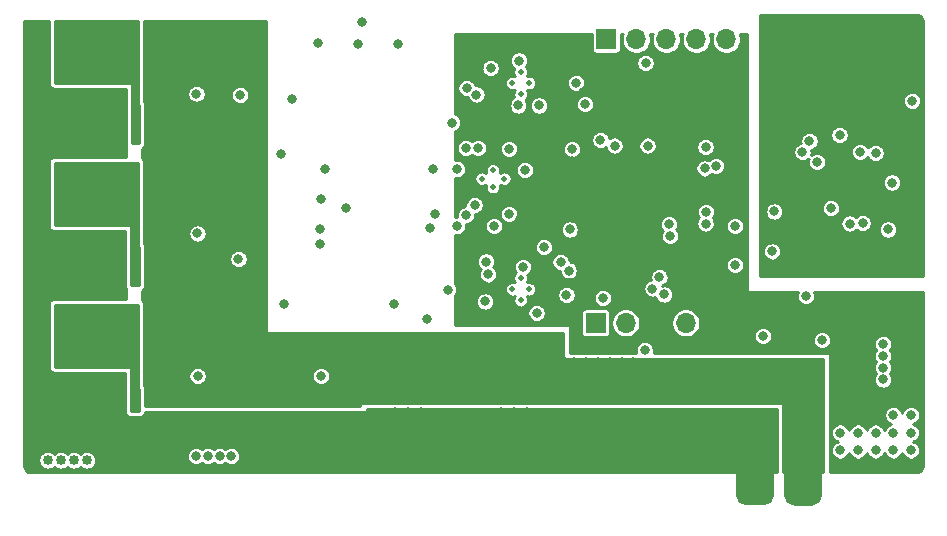
<source format=gbr>
%TF.GenerationSoftware,KiCad,Pcbnew,(5.1.8)-1*%
%TF.CreationDate,2020-11-11T18:37:22-08:00*%
%TF.ProjectId,MicroMotor,4d696372-6f4d-46f7-946f-722e6b696361,rev?*%
%TF.SameCoordinates,Original*%
%TF.FileFunction,Copper,L3,Inr*%
%TF.FilePolarity,Positive*%
%FSLAX46Y46*%
G04 Gerber Fmt 4.6, Leading zero omitted, Abs format (unit mm)*
G04 Created by KiCad (PCBNEW (5.1.8)-1) date 2020-11-11 18:37:22*
%MOMM*%
%LPD*%
G01*
G04 APERTURE LIST*
%TA.AperFunction,ComponentPad*%
%ADD10C,0.850000*%
%TD*%
%TA.AperFunction,ComponentPad*%
%ADD11O,1.500000X3.000000*%
%TD*%
%TA.AperFunction,ComponentPad*%
%ADD12R,1.700000X1.700000*%
%TD*%
%TA.AperFunction,ComponentPad*%
%ADD13O,1.700000X1.700000*%
%TD*%
%TA.AperFunction,ComponentPad*%
%ADD14C,0.499999*%
%TD*%
%TA.AperFunction,ViaPad*%
%ADD15C,0.800000*%
%TD*%
%TA.AperFunction,ViaPad*%
%ADD16C,0.600000*%
%TD*%
%TA.AperFunction,Conductor*%
%ADD17C,0.250000*%
%TD*%
%TA.AperFunction,Conductor*%
%ADD18C,0.100000*%
%TD*%
G04 APERTURE END LIST*
D10*
%TO.N,GND*%
%TO.C,J8*%
X113200000Y-108350000D03*
%TD*%
%TO.N,HALL_B*%
%TO.C,J8*%
X112100000Y-108350000D03*
%TD*%
%TO.N,HALL_A*%
%TO.C,J8*%
X111000000Y-108350000D03*
%TD*%
%TO.N,HALL_C*%
%TO.C,J8*%
X109900000Y-108350000D03*
%TD*%
D11*
%TO.N,MTR_A*%
%TO.C,REF\u002A\u002A*%
X111200000Y-97800000D03*
%TD*%
%TO.N,MTR_B*%
%TO.C,REF\u002A\u002A*%
X111200000Y-85800000D03*
%TD*%
%TO.N,MTR_C*%
%TO.C,REF\u002A\u002A*%
X111200000Y-73750000D03*
%TD*%
%TO.N,+VDC*%
%TO.C,J4*%
%TA.AperFunction,ComponentPad*%
G36*
G01*
X168192000Y-111350000D02*
X168192000Y-107950000D01*
G75*
G02*
X168992000Y-107150000I800000J0D01*
G01*
X170592000Y-107150000D01*
G75*
G02*
X171392000Y-107950000I0J-800000D01*
G01*
X171392000Y-111350000D01*
G75*
G02*
X170592000Y-112150000I-800000J0D01*
G01*
X168992000Y-112150000D01*
G75*
G02*
X168192000Y-111350000I0J800000D01*
G01*
G37*
%TD.AperFunction*%
%TO.N,GND*%
%TA.AperFunction,ComponentPad*%
G36*
G01*
X172256000Y-111370000D02*
X172256000Y-107970000D01*
G75*
G02*
X173056000Y-107170000I800000J0D01*
G01*
X174656000Y-107170000D01*
G75*
G02*
X175456000Y-107970000I0J-800000D01*
G01*
X175456000Y-111370000D01*
G75*
G02*
X174656000Y-112170000I-800000J0D01*
G01*
X173056000Y-112170000D01*
G75*
G02*
X172256000Y-111370000I0J800000D01*
G01*
G37*
%TD.AperFunction*%
%TD*%
D12*
%TO.N,Encod_A*%
%TO.C,J3*%
X157200000Y-72700000D03*
D13*
%TO.N,Encod_B*%
X159740000Y-72700000D03*
%TO.N,Encod_Z*%
X162280000Y-72700000D03*
%TO.N,5V_Out*%
X164820000Y-72700000D03*
%TO.N,GND*%
X167360000Y-72700000D03*
%TD*%
D14*
%TO.N,N/C*%
%TO.C,U4*%
X149950003Y-77349998D03*
X150650004Y-76399997D03*
X149250001Y-76399997D03*
X149950003Y-75449997D03*
%TD*%
%TO.N,N/C*%
%TO.C,U6*%
X149949997Y-92900000D03*
X149249996Y-93850001D03*
X150649999Y-93850001D03*
X149949997Y-94800001D03*
%TD*%
%TO.N,N/C*%
%TO.C,U5*%
X148550003Y-84500003D03*
X147600003Y-83800001D03*
X147600003Y-85200004D03*
X146650002Y-84500003D03*
%TD*%
D12*
%TO.N,SWDIO*%
%TO.C,J2*%
X156300000Y-96700000D03*
D13*
%TO.N,SWCLK*%
X158840000Y-96700000D03*
%TO.N,+3V3*%
X161380000Y-96700000D03*
%TO.N,GND*%
X163920000Y-96700000D03*
%TD*%
D15*
%TO.N,GNDS*%
X183100000Y-77900000D03*
X180000000Y-82300000D03*
X174400000Y-81300000D03*
X171250000Y-90650000D03*
X171425000Y-87275000D03*
X176200846Y-87000846D03*
%TO.N,GND*%
X139300000Y-102550000D03*
X140400000Y-102550000D03*
X141500000Y-102550000D03*
X148300000Y-102600000D03*
X150500000Y-102600000D03*
X149400000Y-102600000D03*
X126000000Y-81450000D03*
X124850000Y-82500000D03*
X126000000Y-82500000D03*
X124850000Y-81450000D03*
X124600000Y-93450000D03*
X125750000Y-93450000D03*
X125750000Y-94500000D03*
X124600000Y-94500000D03*
X130300000Y-98050000D03*
X131450000Y-98050000D03*
X131450000Y-99100000D03*
X130300000Y-99100000D03*
X130300000Y-100150000D03*
X134000000Y-103450000D03*
X132850000Y-103450000D03*
X131700000Y-102400000D03*
X134000000Y-102400000D03*
X135150000Y-103450000D03*
X132850000Y-102400000D03*
X135150000Y-102400000D03*
X131700000Y-103450000D03*
X166850000Y-101550000D03*
X166850000Y-100350000D03*
X168850000Y-100350000D03*
X170850000Y-100350000D03*
X169850000Y-100350000D03*
X171850000Y-100350000D03*
X167850000Y-100350000D03*
X155500000Y-100000000D03*
X154500000Y-100000000D03*
X156500000Y-100000000D03*
X157500000Y-100000000D03*
X158500000Y-100000000D03*
X157500000Y-101000000D03*
X158500000Y-101000000D03*
X159500000Y-100000000D03*
X159500000Y-101000000D03*
X158500000Y-102000000D03*
X119650000Y-78500000D03*
X120900000Y-78500000D03*
X120900000Y-86350000D03*
X120900000Y-87550000D03*
X120900000Y-90500000D03*
X143850000Y-100750000D03*
X143850000Y-99750000D03*
X137000000Y-100750000D03*
X137000000Y-99750000D03*
X147250000Y-99750000D03*
X151500000Y-99750000D03*
X147250000Y-100750000D03*
X151500000Y-100750000D03*
X151500000Y-101750000D03*
X147250000Y-101750000D03*
X138250000Y-99750000D03*
X142500000Y-99750000D03*
X138250000Y-100750000D03*
X142500000Y-100750000D03*
X166500000Y-83400000D03*
X156700000Y-81200000D03*
X161700000Y-92800000D03*
X154300000Y-82000000D03*
X154100000Y-88800000D03*
X151900000Y-90300000D03*
X168100000Y-91800000D03*
X165600000Y-81800000D03*
X160521716Y-74723392D03*
X149800000Y-74500000D03*
X154650000Y-76374996D03*
X147400002Y-75150000D03*
X149750000Y-78300000D03*
X151300000Y-95850000D03*
X150150000Y-91950000D03*
X153824847Y-94349848D03*
X146950386Y-94891765D03*
X150300000Y-83750000D03*
X148964646Y-81959187D03*
X148964646Y-87500008D03*
X144575000Y-83700000D03*
X175450000Y-98175000D03*
X170474990Y-97825010D03*
X163700000Y-102600000D03*
X142300000Y-88700000D03*
X171850000Y-101550000D03*
X167850000Y-101550000D03*
X168850000Y-101550000D03*
X169850000Y-101550000D03*
X170850000Y-101550000D03*
X167850000Y-102750000D03*
X168850000Y-102750000D03*
X169850000Y-102750000D03*
X170850000Y-102750000D03*
X154500000Y-103000000D03*
X154500000Y-102000000D03*
X154500000Y-101000000D03*
X155500000Y-101000000D03*
X156500000Y-101000000D03*
X175200000Y-103250000D03*
X174200000Y-103250000D03*
X120900000Y-74300000D03*
X120900000Y-75500000D03*
X119650000Y-74300000D03*
X119650000Y-75500000D03*
X136500000Y-71250000D03*
X122050000Y-86350000D03*
X122050000Y-87550000D03*
X122300000Y-74650000D03*
X122300000Y-75800000D03*
X122550000Y-98950000D03*
X122550000Y-100100000D03*
X137000000Y-101750000D03*
X138250000Y-101750000D03*
X142500000Y-101750000D03*
X143850000Y-101750000D03*
X146000000Y-99750000D03*
X146000000Y-100750000D03*
X146000000Y-101750000D03*
X152750000Y-99750000D03*
X152750000Y-100750000D03*
X152750000Y-101750000D03*
X175200000Y-104250000D03*
X174200000Y-104250000D03*
X173200000Y-104250000D03*
X180650000Y-98500000D03*
X180650000Y-99500000D03*
X180650000Y-100500000D03*
X180650000Y-101500000D03*
X181500000Y-104500000D03*
X183000000Y-104500000D03*
X183000000Y-106000000D03*
X181500000Y-106000000D03*
X180000000Y-106000000D03*
X178500000Y-106000000D03*
X177000000Y-106000000D03*
X177000000Y-107500000D03*
X178500000Y-107500000D03*
X180000000Y-107500000D03*
X181500000Y-107500000D03*
X183000000Y-107500000D03*
X122450000Y-108000000D03*
X122800000Y-96450000D03*
X127350000Y-96700000D03*
X127350000Y-98400000D03*
X127300000Y-100050000D03*
X125800000Y-100050000D03*
X125850000Y-96550000D03*
X123400000Y-94450000D03*
X123400000Y-92600000D03*
X126800000Y-94500000D03*
%TO.N,3v3Out*%
X182650000Y-88800000D03*
X173800000Y-89850000D03*
X180050000Y-87000000D03*
X171250000Y-84750000D03*
X176225000Y-83550000D03*
%TO.N,+3V3*%
X166500000Y-86000000D03*
X162900000Y-79600000D03*
X162670144Y-92557464D03*
X154300000Y-83000003D03*
X152900000Y-90000000D03*
X164818359Y-81176252D03*
X151350000Y-74350000D03*
X155262173Y-77165723D03*
X146399999Y-75150000D03*
X149900000Y-95800000D03*
X154025000Y-93370082D03*
X146998775Y-93818070D03*
X150250000Y-84900000D03*
X149729196Y-81314619D03*
X149870727Y-87923117D03*
X156600000Y-78400000D03*
X159500000Y-93300000D03*
X168400000Y-80900000D03*
X169400000Y-97850000D03*
X168350000Y-97850000D03*
X167950000Y-98850000D03*
%TO.N,+VDC*%
X167350000Y-104700000D03*
X168500000Y-105700000D03*
X168500000Y-104700000D03*
X148300000Y-104250000D03*
X149400000Y-104250000D03*
X150500000Y-104250000D03*
X108600000Y-71450000D03*
X108600000Y-73450000D03*
X108600000Y-75450000D03*
X108600000Y-107500000D03*
X108600000Y-85500000D03*
X108600000Y-87500000D03*
X108600000Y-83500000D03*
X108600000Y-95500000D03*
X108600000Y-99500000D03*
X108600000Y-97500000D03*
X110000000Y-79500000D03*
X111400000Y-79500000D03*
X108600000Y-79500000D03*
X110000000Y-81500000D03*
X108600000Y-81500000D03*
X111400000Y-81500000D03*
X110000000Y-91500000D03*
X108600000Y-91500000D03*
X111400000Y-93500000D03*
X110000000Y-93500000D03*
X108600000Y-93500000D03*
X111400000Y-91500000D03*
X110000000Y-89500000D03*
X111400000Y-89500000D03*
X108600000Y-89500000D03*
X110000000Y-103500000D03*
X108600000Y-103500000D03*
X111400000Y-105500000D03*
X110000000Y-105500000D03*
X108600000Y-105500000D03*
X111400000Y-103500000D03*
X110000000Y-101500000D03*
X111400000Y-101500000D03*
X108600000Y-101500000D03*
X135150000Y-105300000D03*
X135150000Y-106350000D03*
X134000000Y-105300000D03*
X134000000Y-106350000D03*
X132850000Y-106350000D03*
X132850000Y-105300000D03*
X131700000Y-106350000D03*
X131700000Y-105300000D03*
X166200000Y-108700000D03*
X167350000Y-108700000D03*
X158550000Y-108700000D03*
X164950000Y-108700000D03*
X162450000Y-108700000D03*
X161100000Y-108700000D03*
X159850000Y-108700000D03*
X163700000Y-108700000D03*
X114500000Y-92400000D03*
X115750000Y-93650000D03*
X114500000Y-91150000D03*
X113250000Y-89900000D03*
X115750000Y-91150000D03*
X113250000Y-91150000D03*
X115750000Y-89900000D03*
X115750000Y-92400000D03*
X113250000Y-93650000D03*
X114500000Y-93650000D03*
X114500000Y-104200000D03*
X115750000Y-105700000D03*
X114500000Y-103200000D03*
X113250000Y-101950000D03*
X115750000Y-103200000D03*
X113250000Y-103200000D03*
X115750000Y-101950000D03*
X115750000Y-104450000D03*
X114500000Y-101950000D03*
X113250000Y-104200000D03*
X114500000Y-89900000D03*
X113250000Y-92400000D03*
X115750000Y-77900000D03*
X166200000Y-105700000D03*
X167350000Y-105700000D03*
X162450000Y-107700000D03*
X164950000Y-107700000D03*
X163700000Y-107700000D03*
X158550000Y-107700000D03*
X161100000Y-107700000D03*
X159850000Y-107700000D03*
X138250000Y-105000000D03*
X142500000Y-105000000D03*
X147250000Y-105000000D03*
X151500000Y-105000000D03*
X166200000Y-106700000D03*
X167350000Y-106700000D03*
X166200000Y-107700000D03*
X167350000Y-107700000D03*
X115750000Y-79150000D03*
X115750000Y-80400000D03*
X115750000Y-81650000D03*
X114500000Y-77900000D03*
X114500000Y-79150000D03*
X114500000Y-80400000D03*
X114500000Y-81650000D03*
X113250000Y-77900000D03*
X113250000Y-79150000D03*
X113250000Y-80400000D03*
X113250000Y-81650000D03*
X138250000Y-106050000D03*
X142500000Y-106000000D03*
X143600000Y-105000000D03*
X143600000Y-106000000D03*
X137100000Y-105000000D03*
X137100000Y-106050000D03*
X147250000Y-106050000D03*
X146150000Y-106050000D03*
X146150000Y-105000000D03*
X151500000Y-106050000D03*
X152700000Y-106050000D03*
X152700000Y-105000000D03*
X108600000Y-77500000D03*
X110000000Y-77500000D03*
X111400000Y-77500000D03*
X139300000Y-104250000D03*
X140400000Y-104250000D03*
X141500000Y-104250000D03*
%TO.N,+10V*%
X133000000Y-90000000D03*
X142000000Y-96400000D03*
X132800000Y-73050000D03*
X136200000Y-73100000D03*
X139600000Y-73100000D03*
X160450000Y-99000000D03*
%TO.N,5V_Out*%
X174100000Y-94450000D03*
%TO.N,MTR_A*%
X117050000Y-95750000D03*
X117050000Y-99900000D03*
X115800000Y-98250000D03*
X114550000Y-98250000D03*
X113300000Y-98250000D03*
X115800000Y-95750000D03*
X115800000Y-97000000D03*
X113300000Y-99900000D03*
X115800000Y-99900000D03*
X114550000Y-97000000D03*
X117050000Y-97000000D03*
X114550000Y-99900000D03*
X113300000Y-95750000D03*
X114550000Y-95750000D03*
X117050000Y-98250000D03*
X113300000Y-97000000D03*
D16*
X117300000Y-104000000D03*
X117300000Y-101450000D03*
X117300000Y-102700000D03*
D15*
%TO.N,MTR_B*%
X117050000Y-83750000D03*
X117050000Y-87900000D03*
X115800000Y-86250000D03*
X114550000Y-86250000D03*
X113300000Y-86250000D03*
X115800000Y-83750000D03*
X115800000Y-85000000D03*
X113300000Y-87900000D03*
X115800000Y-87900000D03*
X114550000Y-85000000D03*
X117050000Y-85000000D03*
X114550000Y-87900000D03*
X113300000Y-83750000D03*
X114550000Y-83750000D03*
X117050000Y-86250000D03*
X113300000Y-85000000D03*
D16*
X117300000Y-92000000D03*
X117300000Y-89450000D03*
X117300000Y-90700000D03*
D15*
%TO.N,BHB*%
X126050000Y-91300000D03*
X139250000Y-95100000D03*
%TO.N,MTR_C*%
X117050000Y-71700000D03*
D16*
X117300000Y-77400000D03*
X117300000Y-78650000D03*
X117300000Y-79950000D03*
X117300000Y-81200000D03*
D15*
X117050000Y-72950000D03*
X117050000Y-74200000D03*
X117050000Y-75850000D03*
X115800000Y-71700000D03*
X115800000Y-72950000D03*
X115800000Y-74200000D03*
X115800000Y-75850000D03*
X114550000Y-71700000D03*
X114550000Y-72950000D03*
X114550000Y-74200000D03*
X114550000Y-75850000D03*
X113300000Y-71700000D03*
X113300000Y-72950000D03*
X113300000Y-74200000D03*
X113300000Y-75850000D03*
X126200000Y-77400000D03*
X133400000Y-83650000D03*
%TO.N,Net-(D1-Pad1)*%
X181050000Y-88800000D03*
X181392681Y-84825000D03*
%TO.N,SWDIO*%
X161100000Y-93800000D03*
%TO.N,SWCLK*%
X162100000Y-94300000D03*
X162604685Y-89344508D03*
%TO.N,Encod_A*%
X155400000Y-78200000D03*
%TO.N,Encod_B*%
X157900000Y-81700000D03*
%TO.N,Encod_Z*%
X160700000Y-81700000D03*
%TO.N,Net-(R1-Pad2)*%
X178898481Y-88244679D03*
X178688695Y-82212979D03*
%TO.N,Net-(R2-Pad1)*%
X177799996Y-88300000D03*
X176950000Y-80800000D03*
%TO.N,Net-(R6-Pad2)*%
X165525640Y-83625000D03*
X168100000Y-88500000D03*
%TO.N,DIS*%
X156900000Y-94600000D03*
X147700000Y-88500000D03*
X144575000Y-88500000D03*
X142500000Y-83700000D03*
X144150000Y-79750000D03*
%TO.N,Net-(R10-Pad2)*%
X143800000Y-93900000D03*
X142674990Y-87500000D03*
%TO.N,Net-(R11-Pad1)*%
X122584314Y-89134314D03*
X129900000Y-95100000D03*
%TO.N,Net-(R13-Pad1)*%
X132953165Y-88746836D03*
X130600000Y-77750000D03*
%TO.N,Net-(R14-Pad1)*%
X122500000Y-77300000D03*
X129650000Y-82400000D03*
%TO.N,Net-(R16-Pad1)*%
X122600000Y-101200000D03*
X133050000Y-101200000D03*
X135200010Y-86950000D03*
X133050000Y-86200000D03*
%TO.N,HALL_A*%
X165600000Y-88300000D03*
X124450000Y-108000000D03*
%TO.N,HALL_B*%
X162500000Y-88350000D03*
X123450000Y-108000000D03*
%TO.N,+PWM*%
X153332678Y-91542016D03*
X147014800Y-91509880D03*
X146050010Y-86749990D03*
X146329943Y-81895379D03*
X146200000Y-77374997D03*
X151500000Y-78300000D03*
%TO.N,-PWM*%
X154014914Y-92273150D03*
X147200000Y-92600000D03*
X145300000Y-87600000D03*
X145300000Y-81899990D03*
X145372521Y-76813497D03*
%TO.N,HALL_C*%
X165650000Y-87300000D03*
X125450000Y-108000000D03*
%TO.N,Net-(R22-Pad2)*%
X173800000Y-82250000D03*
X175049154Y-83099154D03*
%TD*%
D17*
%TO.N,3v3Out*%
X183516167Y-70613309D02*
X183627913Y-70647047D01*
X183730971Y-70701843D01*
X183821430Y-70775620D01*
X183895832Y-70865556D01*
X183951350Y-70968236D01*
X183985865Y-71079735D01*
X184000000Y-71214214D01*
X184000001Y-92775000D01*
X170225000Y-92775000D01*
X170225000Y-90573669D01*
X170475000Y-90573669D01*
X170475000Y-90726331D01*
X170504783Y-90876059D01*
X170563204Y-91017100D01*
X170648018Y-91144034D01*
X170755966Y-91251982D01*
X170882900Y-91336796D01*
X171023941Y-91395217D01*
X171173669Y-91425000D01*
X171326331Y-91425000D01*
X171476059Y-91395217D01*
X171617100Y-91336796D01*
X171744034Y-91251982D01*
X171851982Y-91144034D01*
X171936796Y-91017100D01*
X171995217Y-90876059D01*
X172025000Y-90726331D01*
X172025000Y-90573669D01*
X171995217Y-90423941D01*
X171936796Y-90282900D01*
X171851982Y-90155966D01*
X171744034Y-90048018D01*
X171617100Y-89963204D01*
X171476059Y-89904783D01*
X171326331Y-89875000D01*
X171173669Y-89875000D01*
X171023941Y-89904783D01*
X170882900Y-89963204D01*
X170755966Y-90048018D01*
X170648018Y-90155966D01*
X170563204Y-90282900D01*
X170504783Y-90423941D01*
X170475000Y-90573669D01*
X170225000Y-90573669D01*
X170225000Y-88223669D01*
X177024996Y-88223669D01*
X177024996Y-88376331D01*
X177054779Y-88526059D01*
X177113200Y-88667100D01*
X177198014Y-88794034D01*
X177305962Y-88901982D01*
X177432896Y-88986796D01*
X177573937Y-89045217D01*
X177723665Y-89075000D01*
X177876327Y-89075000D01*
X178026055Y-89045217D01*
X178167096Y-88986796D01*
X178294030Y-88901982D01*
X178376899Y-88819113D01*
X178404447Y-88846661D01*
X178531381Y-88931475D01*
X178672422Y-88989896D01*
X178822150Y-89019679D01*
X178974812Y-89019679D01*
X179124540Y-88989896D01*
X179265581Y-88931475D01*
X179392515Y-88846661D01*
X179500463Y-88738713D01*
X179510515Y-88723669D01*
X180275000Y-88723669D01*
X180275000Y-88876331D01*
X180304783Y-89026059D01*
X180363204Y-89167100D01*
X180448018Y-89294034D01*
X180555966Y-89401982D01*
X180682900Y-89486796D01*
X180823941Y-89545217D01*
X180973669Y-89575000D01*
X181126331Y-89575000D01*
X181276059Y-89545217D01*
X181417100Y-89486796D01*
X181544034Y-89401982D01*
X181651982Y-89294034D01*
X181736796Y-89167100D01*
X181795217Y-89026059D01*
X181825000Y-88876331D01*
X181825000Y-88723669D01*
X181795217Y-88573941D01*
X181736796Y-88432900D01*
X181651982Y-88305966D01*
X181544034Y-88198018D01*
X181417100Y-88113204D01*
X181276059Y-88054783D01*
X181126331Y-88025000D01*
X180973669Y-88025000D01*
X180823941Y-88054783D01*
X180682900Y-88113204D01*
X180555966Y-88198018D01*
X180448018Y-88305966D01*
X180363204Y-88432900D01*
X180304783Y-88573941D01*
X180275000Y-88723669D01*
X179510515Y-88723669D01*
X179585277Y-88611779D01*
X179643698Y-88470738D01*
X179673481Y-88321010D01*
X179673481Y-88168348D01*
X179643698Y-88018620D01*
X179585277Y-87877579D01*
X179500463Y-87750645D01*
X179392515Y-87642697D01*
X179265581Y-87557883D01*
X179124540Y-87499462D01*
X178974812Y-87469679D01*
X178822150Y-87469679D01*
X178672422Y-87499462D01*
X178531381Y-87557883D01*
X178404447Y-87642697D01*
X178321578Y-87725566D01*
X178294030Y-87698018D01*
X178167096Y-87613204D01*
X178026055Y-87554783D01*
X177876327Y-87525000D01*
X177723665Y-87525000D01*
X177573937Y-87554783D01*
X177432896Y-87613204D01*
X177305962Y-87698018D01*
X177198014Y-87805966D01*
X177113200Y-87932900D01*
X177054779Y-88073941D01*
X177024996Y-88223669D01*
X170225000Y-88223669D01*
X170225000Y-87198669D01*
X170650000Y-87198669D01*
X170650000Y-87351331D01*
X170679783Y-87501059D01*
X170738204Y-87642100D01*
X170823018Y-87769034D01*
X170930966Y-87876982D01*
X171057900Y-87961796D01*
X171198941Y-88020217D01*
X171348669Y-88050000D01*
X171501331Y-88050000D01*
X171651059Y-88020217D01*
X171792100Y-87961796D01*
X171919034Y-87876982D01*
X172026982Y-87769034D01*
X172111796Y-87642100D01*
X172170217Y-87501059D01*
X172200000Y-87351331D01*
X172200000Y-87198669D01*
X172170217Y-87048941D01*
X172118679Y-86924515D01*
X175425846Y-86924515D01*
X175425846Y-87077177D01*
X175455629Y-87226905D01*
X175514050Y-87367946D01*
X175598864Y-87494880D01*
X175706812Y-87602828D01*
X175833746Y-87687642D01*
X175974787Y-87746063D01*
X176124515Y-87775846D01*
X176277177Y-87775846D01*
X176426905Y-87746063D01*
X176567946Y-87687642D01*
X176694880Y-87602828D01*
X176802828Y-87494880D01*
X176887642Y-87367946D01*
X176946063Y-87226905D01*
X176975846Y-87077177D01*
X176975846Y-86924515D01*
X176946063Y-86774787D01*
X176887642Y-86633746D01*
X176802828Y-86506812D01*
X176694880Y-86398864D01*
X176567946Y-86314050D01*
X176426905Y-86255629D01*
X176277177Y-86225846D01*
X176124515Y-86225846D01*
X175974787Y-86255629D01*
X175833746Y-86314050D01*
X175706812Y-86398864D01*
X175598864Y-86506812D01*
X175514050Y-86633746D01*
X175455629Y-86774787D01*
X175425846Y-86924515D01*
X172118679Y-86924515D01*
X172111796Y-86907900D01*
X172026982Y-86780966D01*
X171919034Y-86673018D01*
X171792100Y-86588204D01*
X171651059Y-86529783D01*
X171501331Y-86500000D01*
X171348669Y-86500000D01*
X171198941Y-86529783D01*
X171057900Y-86588204D01*
X170930966Y-86673018D01*
X170823018Y-86780966D01*
X170738204Y-86907900D01*
X170679783Y-87048941D01*
X170650000Y-87198669D01*
X170225000Y-87198669D01*
X170225000Y-84748669D01*
X180617681Y-84748669D01*
X180617681Y-84901331D01*
X180647464Y-85051059D01*
X180705885Y-85192100D01*
X180790699Y-85319034D01*
X180898647Y-85426982D01*
X181025581Y-85511796D01*
X181166622Y-85570217D01*
X181316350Y-85600000D01*
X181469012Y-85600000D01*
X181618740Y-85570217D01*
X181759781Y-85511796D01*
X181886715Y-85426982D01*
X181994663Y-85319034D01*
X182079477Y-85192100D01*
X182137898Y-85051059D01*
X182167681Y-84901331D01*
X182167681Y-84748669D01*
X182137898Y-84598941D01*
X182079477Y-84457900D01*
X181994663Y-84330966D01*
X181886715Y-84223018D01*
X181759781Y-84138204D01*
X181618740Y-84079783D01*
X181469012Y-84050000D01*
X181316350Y-84050000D01*
X181166622Y-84079783D01*
X181025581Y-84138204D01*
X180898647Y-84223018D01*
X180790699Y-84330966D01*
X180705885Y-84457900D01*
X180647464Y-84598941D01*
X180617681Y-84748669D01*
X170225000Y-84748669D01*
X170225000Y-82173669D01*
X173025000Y-82173669D01*
X173025000Y-82326331D01*
X173054783Y-82476059D01*
X173113204Y-82617100D01*
X173198018Y-82744034D01*
X173305966Y-82851982D01*
X173432900Y-82936796D01*
X173573941Y-82995217D01*
X173723669Y-83025000D01*
X173876331Y-83025000D01*
X174026059Y-82995217D01*
X174167100Y-82936796D01*
X174294034Y-82851982D01*
X174325869Y-82820147D01*
X174303937Y-82873095D01*
X174274154Y-83022823D01*
X174274154Y-83175485D01*
X174303937Y-83325213D01*
X174362358Y-83466254D01*
X174447172Y-83593188D01*
X174555120Y-83701136D01*
X174682054Y-83785950D01*
X174823095Y-83844371D01*
X174972823Y-83874154D01*
X175125485Y-83874154D01*
X175275213Y-83844371D01*
X175416254Y-83785950D01*
X175543188Y-83701136D01*
X175651136Y-83593188D01*
X175735950Y-83466254D01*
X175794371Y-83325213D01*
X175824154Y-83175485D01*
X175824154Y-83022823D01*
X175794371Y-82873095D01*
X175735950Y-82732054D01*
X175651136Y-82605120D01*
X175543188Y-82497172D01*
X175416254Y-82412358D01*
X175275213Y-82353937D01*
X175125485Y-82324154D01*
X174972823Y-82324154D01*
X174823095Y-82353937D01*
X174682054Y-82412358D01*
X174555120Y-82497172D01*
X174523285Y-82529007D01*
X174545217Y-82476059D01*
X174575000Y-82326331D01*
X174575000Y-82173669D01*
X174567637Y-82136648D01*
X177913695Y-82136648D01*
X177913695Y-82289310D01*
X177943478Y-82439038D01*
X178001899Y-82580079D01*
X178086713Y-82707013D01*
X178194661Y-82814961D01*
X178321595Y-82899775D01*
X178462636Y-82958196D01*
X178612364Y-82987979D01*
X178765026Y-82987979D01*
X178914754Y-82958196D01*
X179055795Y-82899775D01*
X179182729Y-82814961D01*
X179290677Y-82707013D01*
X179315275Y-82670199D01*
X179398018Y-82794034D01*
X179505966Y-82901982D01*
X179632900Y-82986796D01*
X179773941Y-83045217D01*
X179923669Y-83075000D01*
X180076331Y-83075000D01*
X180226059Y-83045217D01*
X180367100Y-82986796D01*
X180494034Y-82901982D01*
X180601982Y-82794034D01*
X180686796Y-82667100D01*
X180745217Y-82526059D01*
X180775000Y-82376331D01*
X180775000Y-82223669D01*
X180745217Y-82073941D01*
X180686796Y-81932900D01*
X180601982Y-81805966D01*
X180494034Y-81698018D01*
X180367100Y-81613204D01*
X180226059Y-81554783D01*
X180076331Y-81525000D01*
X179923669Y-81525000D01*
X179773941Y-81554783D01*
X179632900Y-81613204D01*
X179505966Y-81698018D01*
X179398018Y-81805966D01*
X179373420Y-81842780D01*
X179290677Y-81718945D01*
X179182729Y-81610997D01*
X179055795Y-81526183D01*
X178914754Y-81467762D01*
X178765026Y-81437979D01*
X178612364Y-81437979D01*
X178462636Y-81467762D01*
X178321595Y-81526183D01*
X178194661Y-81610997D01*
X178086713Y-81718945D01*
X178001899Y-81845879D01*
X177943478Y-81986920D01*
X177913695Y-82136648D01*
X174567637Y-82136648D01*
X174552365Y-82059876D01*
X174626059Y-82045217D01*
X174767100Y-81986796D01*
X174894034Y-81901982D01*
X175001982Y-81794034D01*
X175086796Y-81667100D01*
X175145217Y-81526059D01*
X175175000Y-81376331D01*
X175175000Y-81223669D01*
X175145217Y-81073941D01*
X175086796Y-80932900D01*
X175001982Y-80805966D01*
X174919685Y-80723669D01*
X176175000Y-80723669D01*
X176175000Y-80876331D01*
X176204783Y-81026059D01*
X176263204Y-81167100D01*
X176348018Y-81294034D01*
X176455966Y-81401982D01*
X176582900Y-81486796D01*
X176723941Y-81545217D01*
X176873669Y-81575000D01*
X177026331Y-81575000D01*
X177176059Y-81545217D01*
X177317100Y-81486796D01*
X177444034Y-81401982D01*
X177551982Y-81294034D01*
X177636796Y-81167100D01*
X177695217Y-81026059D01*
X177725000Y-80876331D01*
X177725000Y-80723669D01*
X177695217Y-80573941D01*
X177636796Y-80432900D01*
X177551982Y-80305966D01*
X177444034Y-80198018D01*
X177317100Y-80113204D01*
X177176059Y-80054783D01*
X177026331Y-80025000D01*
X176873669Y-80025000D01*
X176723941Y-80054783D01*
X176582900Y-80113204D01*
X176455966Y-80198018D01*
X176348018Y-80305966D01*
X176263204Y-80432900D01*
X176204783Y-80573941D01*
X176175000Y-80723669D01*
X174919685Y-80723669D01*
X174894034Y-80698018D01*
X174767100Y-80613204D01*
X174626059Y-80554783D01*
X174476331Y-80525000D01*
X174323669Y-80525000D01*
X174173941Y-80554783D01*
X174032900Y-80613204D01*
X173905966Y-80698018D01*
X173798018Y-80805966D01*
X173713204Y-80932900D01*
X173654783Y-81073941D01*
X173625000Y-81223669D01*
X173625000Y-81376331D01*
X173647635Y-81490124D01*
X173573941Y-81504783D01*
X173432900Y-81563204D01*
X173305966Y-81648018D01*
X173198018Y-81755966D01*
X173113204Y-81882900D01*
X173054783Y-82023941D01*
X173025000Y-82173669D01*
X170225000Y-82173669D01*
X170225000Y-77823669D01*
X182325000Y-77823669D01*
X182325000Y-77976331D01*
X182354783Y-78126059D01*
X182413204Y-78267100D01*
X182498018Y-78394034D01*
X182605966Y-78501982D01*
X182732900Y-78586796D01*
X182873941Y-78645217D01*
X183023669Y-78675000D01*
X183176331Y-78675000D01*
X183326059Y-78645217D01*
X183467100Y-78586796D01*
X183594034Y-78501982D01*
X183701982Y-78394034D01*
X183786796Y-78267100D01*
X183845217Y-78126059D01*
X183875000Y-77976331D01*
X183875000Y-77823669D01*
X183845217Y-77673941D01*
X183786796Y-77532900D01*
X183701982Y-77405966D01*
X183594034Y-77298018D01*
X183467100Y-77213204D01*
X183326059Y-77154783D01*
X183176331Y-77125000D01*
X183023669Y-77125000D01*
X182873941Y-77154783D01*
X182732900Y-77213204D01*
X182605966Y-77298018D01*
X182498018Y-77405966D01*
X182413204Y-77532900D01*
X182354783Y-77673941D01*
X182325000Y-77823669D01*
X170225000Y-77823669D01*
X170225000Y-70600000D01*
X183380435Y-70600000D01*
X183516167Y-70613309D01*
%TA.AperFunction,Conductor*%
D18*
G36*
X183516167Y-70613309D02*
G01*
X183627913Y-70647047D01*
X183730971Y-70701843D01*
X183821430Y-70775620D01*
X183895832Y-70865556D01*
X183951350Y-70968236D01*
X183985865Y-71079735D01*
X184000000Y-71214214D01*
X184000001Y-92775000D01*
X170225000Y-92775000D01*
X170225000Y-90573669D01*
X170475000Y-90573669D01*
X170475000Y-90726331D01*
X170504783Y-90876059D01*
X170563204Y-91017100D01*
X170648018Y-91144034D01*
X170755966Y-91251982D01*
X170882900Y-91336796D01*
X171023941Y-91395217D01*
X171173669Y-91425000D01*
X171326331Y-91425000D01*
X171476059Y-91395217D01*
X171617100Y-91336796D01*
X171744034Y-91251982D01*
X171851982Y-91144034D01*
X171936796Y-91017100D01*
X171995217Y-90876059D01*
X172025000Y-90726331D01*
X172025000Y-90573669D01*
X171995217Y-90423941D01*
X171936796Y-90282900D01*
X171851982Y-90155966D01*
X171744034Y-90048018D01*
X171617100Y-89963204D01*
X171476059Y-89904783D01*
X171326331Y-89875000D01*
X171173669Y-89875000D01*
X171023941Y-89904783D01*
X170882900Y-89963204D01*
X170755966Y-90048018D01*
X170648018Y-90155966D01*
X170563204Y-90282900D01*
X170504783Y-90423941D01*
X170475000Y-90573669D01*
X170225000Y-90573669D01*
X170225000Y-88223669D01*
X177024996Y-88223669D01*
X177024996Y-88376331D01*
X177054779Y-88526059D01*
X177113200Y-88667100D01*
X177198014Y-88794034D01*
X177305962Y-88901982D01*
X177432896Y-88986796D01*
X177573937Y-89045217D01*
X177723665Y-89075000D01*
X177876327Y-89075000D01*
X178026055Y-89045217D01*
X178167096Y-88986796D01*
X178294030Y-88901982D01*
X178376899Y-88819113D01*
X178404447Y-88846661D01*
X178531381Y-88931475D01*
X178672422Y-88989896D01*
X178822150Y-89019679D01*
X178974812Y-89019679D01*
X179124540Y-88989896D01*
X179265581Y-88931475D01*
X179392515Y-88846661D01*
X179500463Y-88738713D01*
X179510515Y-88723669D01*
X180275000Y-88723669D01*
X180275000Y-88876331D01*
X180304783Y-89026059D01*
X180363204Y-89167100D01*
X180448018Y-89294034D01*
X180555966Y-89401982D01*
X180682900Y-89486796D01*
X180823941Y-89545217D01*
X180973669Y-89575000D01*
X181126331Y-89575000D01*
X181276059Y-89545217D01*
X181417100Y-89486796D01*
X181544034Y-89401982D01*
X181651982Y-89294034D01*
X181736796Y-89167100D01*
X181795217Y-89026059D01*
X181825000Y-88876331D01*
X181825000Y-88723669D01*
X181795217Y-88573941D01*
X181736796Y-88432900D01*
X181651982Y-88305966D01*
X181544034Y-88198018D01*
X181417100Y-88113204D01*
X181276059Y-88054783D01*
X181126331Y-88025000D01*
X180973669Y-88025000D01*
X180823941Y-88054783D01*
X180682900Y-88113204D01*
X180555966Y-88198018D01*
X180448018Y-88305966D01*
X180363204Y-88432900D01*
X180304783Y-88573941D01*
X180275000Y-88723669D01*
X179510515Y-88723669D01*
X179585277Y-88611779D01*
X179643698Y-88470738D01*
X179673481Y-88321010D01*
X179673481Y-88168348D01*
X179643698Y-88018620D01*
X179585277Y-87877579D01*
X179500463Y-87750645D01*
X179392515Y-87642697D01*
X179265581Y-87557883D01*
X179124540Y-87499462D01*
X178974812Y-87469679D01*
X178822150Y-87469679D01*
X178672422Y-87499462D01*
X178531381Y-87557883D01*
X178404447Y-87642697D01*
X178321578Y-87725566D01*
X178294030Y-87698018D01*
X178167096Y-87613204D01*
X178026055Y-87554783D01*
X177876327Y-87525000D01*
X177723665Y-87525000D01*
X177573937Y-87554783D01*
X177432896Y-87613204D01*
X177305962Y-87698018D01*
X177198014Y-87805966D01*
X177113200Y-87932900D01*
X177054779Y-88073941D01*
X177024996Y-88223669D01*
X170225000Y-88223669D01*
X170225000Y-87198669D01*
X170650000Y-87198669D01*
X170650000Y-87351331D01*
X170679783Y-87501059D01*
X170738204Y-87642100D01*
X170823018Y-87769034D01*
X170930966Y-87876982D01*
X171057900Y-87961796D01*
X171198941Y-88020217D01*
X171348669Y-88050000D01*
X171501331Y-88050000D01*
X171651059Y-88020217D01*
X171792100Y-87961796D01*
X171919034Y-87876982D01*
X172026982Y-87769034D01*
X172111796Y-87642100D01*
X172170217Y-87501059D01*
X172200000Y-87351331D01*
X172200000Y-87198669D01*
X172170217Y-87048941D01*
X172118679Y-86924515D01*
X175425846Y-86924515D01*
X175425846Y-87077177D01*
X175455629Y-87226905D01*
X175514050Y-87367946D01*
X175598864Y-87494880D01*
X175706812Y-87602828D01*
X175833746Y-87687642D01*
X175974787Y-87746063D01*
X176124515Y-87775846D01*
X176277177Y-87775846D01*
X176426905Y-87746063D01*
X176567946Y-87687642D01*
X176694880Y-87602828D01*
X176802828Y-87494880D01*
X176887642Y-87367946D01*
X176946063Y-87226905D01*
X176975846Y-87077177D01*
X176975846Y-86924515D01*
X176946063Y-86774787D01*
X176887642Y-86633746D01*
X176802828Y-86506812D01*
X176694880Y-86398864D01*
X176567946Y-86314050D01*
X176426905Y-86255629D01*
X176277177Y-86225846D01*
X176124515Y-86225846D01*
X175974787Y-86255629D01*
X175833746Y-86314050D01*
X175706812Y-86398864D01*
X175598864Y-86506812D01*
X175514050Y-86633746D01*
X175455629Y-86774787D01*
X175425846Y-86924515D01*
X172118679Y-86924515D01*
X172111796Y-86907900D01*
X172026982Y-86780966D01*
X171919034Y-86673018D01*
X171792100Y-86588204D01*
X171651059Y-86529783D01*
X171501331Y-86500000D01*
X171348669Y-86500000D01*
X171198941Y-86529783D01*
X171057900Y-86588204D01*
X170930966Y-86673018D01*
X170823018Y-86780966D01*
X170738204Y-86907900D01*
X170679783Y-87048941D01*
X170650000Y-87198669D01*
X170225000Y-87198669D01*
X170225000Y-84748669D01*
X180617681Y-84748669D01*
X180617681Y-84901331D01*
X180647464Y-85051059D01*
X180705885Y-85192100D01*
X180790699Y-85319034D01*
X180898647Y-85426982D01*
X181025581Y-85511796D01*
X181166622Y-85570217D01*
X181316350Y-85600000D01*
X181469012Y-85600000D01*
X181618740Y-85570217D01*
X181759781Y-85511796D01*
X181886715Y-85426982D01*
X181994663Y-85319034D01*
X182079477Y-85192100D01*
X182137898Y-85051059D01*
X182167681Y-84901331D01*
X182167681Y-84748669D01*
X182137898Y-84598941D01*
X182079477Y-84457900D01*
X181994663Y-84330966D01*
X181886715Y-84223018D01*
X181759781Y-84138204D01*
X181618740Y-84079783D01*
X181469012Y-84050000D01*
X181316350Y-84050000D01*
X181166622Y-84079783D01*
X181025581Y-84138204D01*
X180898647Y-84223018D01*
X180790699Y-84330966D01*
X180705885Y-84457900D01*
X180647464Y-84598941D01*
X180617681Y-84748669D01*
X170225000Y-84748669D01*
X170225000Y-82173669D01*
X173025000Y-82173669D01*
X173025000Y-82326331D01*
X173054783Y-82476059D01*
X173113204Y-82617100D01*
X173198018Y-82744034D01*
X173305966Y-82851982D01*
X173432900Y-82936796D01*
X173573941Y-82995217D01*
X173723669Y-83025000D01*
X173876331Y-83025000D01*
X174026059Y-82995217D01*
X174167100Y-82936796D01*
X174294034Y-82851982D01*
X174325869Y-82820147D01*
X174303937Y-82873095D01*
X174274154Y-83022823D01*
X174274154Y-83175485D01*
X174303937Y-83325213D01*
X174362358Y-83466254D01*
X174447172Y-83593188D01*
X174555120Y-83701136D01*
X174682054Y-83785950D01*
X174823095Y-83844371D01*
X174972823Y-83874154D01*
X175125485Y-83874154D01*
X175275213Y-83844371D01*
X175416254Y-83785950D01*
X175543188Y-83701136D01*
X175651136Y-83593188D01*
X175735950Y-83466254D01*
X175794371Y-83325213D01*
X175824154Y-83175485D01*
X175824154Y-83022823D01*
X175794371Y-82873095D01*
X175735950Y-82732054D01*
X175651136Y-82605120D01*
X175543188Y-82497172D01*
X175416254Y-82412358D01*
X175275213Y-82353937D01*
X175125485Y-82324154D01*
X174972823Y-82324154D01*
X174823095Y-82353937D01*
X174682054Y-82412358D01*
X174555120Y-82497172D01*
X174523285Y-82529007D01*
X174545217Y-82476059D01*
X174575000Y-82326331D01*
X174575000Y-82173669D01*
X174567637Y-82136648D01*
X177913695Y-82136648D01*
X177913695Y-82289310D01*
X177943478Y-82439038D01*
X178001899Y-82580079D01*
X178086713Y-82707013D01*
X178194661Y-82814961D01*
X178321595Y-82899775D01*
X178462636Y-82958196D01*
X178612364Y-82987979D01*
X178765026Y-82987979D01*
X178914754Y-82958196D01*
X179055795Y-82899775D01*
X179182729Y-82814961D01*
X179290677Y-82707013D01*
X179315275Y-82670199D01*
X179398018Y-82794034D01*
X179505966Y-82901982D01*
X179632900Y-82986796D01*
X179773941Y-83045217D01*
X179923669Y-83075000D01*
X180076331Y-83075000D01*
X180226059Y-83045217D01*
X180367100Y-82986796D01*
X180494034Y-82901982D01*
X180601982Y-82794034D01*
X180686796Y-82667100D01*
X180745217Y-82526059D01*
X180775000Y-82376331D01*
X180775000Y-82223669D01*
X180745217Y-82073941D01*
X180686796Y-81932900D01*
X180601982Y-81805966D01*
X180494034Y-81698018D01*
X180367100Y-81613204D01*
X180226059Y-81554783D01*
X180076331Y-81525000D01*
X179923669Y-81525000D01*
X179773941Y-81554783D01*
X179632900Y-81613204D01*
X179505966Y-81698018D01*
X179398018Y-81805966D01*
X179373420Y-81842780D01*
X179290677Y-81718945D01*
X179182729Y-81610997D01*
X179055795Y-81526183D01*
X178914754Y-81467762D01*
X178765026Y-81437979D01*
X178612364Y-81437979D01*
X178462636Y-81467762D01*
X178321595Y-81526183D01*
X178194661Y-81610997D01*
X178086713Y-81718945D01*
X178001899Y-81845879D01*
X177943478Y-81986920D01*
X177913695Y-82136648D01*
X174567637Y-82136648D01*
X174552365Y-82059876D01*
X174626059Y-82045217D01*
X174767100Y-81986796D01*
X174894034Y-81901982D01*
X175001982Y-81794034D01*
X175086796Y-81667100D01*
X175145217Y-81526059D01*
X175175000Y-81376331D01*
X175175000Y-81223669D01*
X175145217Y-81073941D01*
X175086796Y-80932900D01*
X175001982Y-80805966D01*
X174919685Y-80723669D01*
X176175000Y-80723669D01*
X176175000Y-80876331D01*
X176204783Y-81026059D01*
X176263204Y-81167100D01*
X176348018Y-81294034D01*
X176455966Y-81401982D01*
X176582900Y-81486796D01*
X176723941Y-81545217D01*
X176873669Y-81575000D01*
X177026331Y-81575000D01*
X177176059Y-81545217D01*
X177317100Y-81486796D01*
X177444034Y-81401982D01*
X177551982Y-81294034D01*
X177636796Y-81167100D01*
X177695217Y-81026059D01*
X177725000Y-80876331D01*
X177725000Y-80723669D01*
X177695217Y-80573941D01*
X177636796Y-80432900D01*
X177551982Y-80305966D01*
X177444034Y-80198018D01*
X177317100Y-80113204D01*
X177176059Y-80054783D01*
X177026331Y-80025000D01*
X176873669Y-80025000D01*
X176723941Y-80054783D01*
X176582900Y-80113204D01*
X176455966Y-80198018D01*
X176348018Y-80305966D01*
X176263204Y-80432900D01*
X176204783Y-80573941D01*
X176175000Y-80723669D01*
X174919685Y-80723669D01*
X174894034Y-80698018D01*
X174767100Y-80613204D01*
X174626059Y-80554783D01*
X174476331Y-80525000D01*
X174323669Y-80525000D01*
X174173941Y-80554783D01*
X174032900Y-80613204D01*
X173905966Y-80698018D01*
X173798018Y-80805966D01*
X173713204Y-80932900D01*
X173654783Y-81073941D01*
X173625000Y-81223669D01*
X173625000Y-81376331D01*
X173647635Y-81490124D01*
X173573941Y-81504783D01*
X173432900Y-81563204D01*
X173305966Y-81648018D01*
X173198018Y-81755966D01*
X173113204Y-81882900D01*
X173054783Y-82023941D01*
X173025000Y-82173669D01*
X170225000Y-82173669D01*
X170225000Y-77823669D01*
X182325000Y-77823669D01*
X182325000Y-77976331D01*
X182354783Y-78126059D01*
X182413204Y-78267100D01*
X182498018Y-78394034D01*
X182605966Y-78501982D01*
X182732900Y-78586796D01*
X182873941Y-78645217D01*
X183023669Y-78675000D01*
X183176331Y-78675000D01*
X183326059Y-78645217D01*
X183467100Y-78586796D01*
X183594034Y-78501982D01*
X183701982Y-78394034D01*
X183786796Y-78267100D01*
X183845217Y-78126059D01*
X183875000Y-77976331D01*
X183875000Y-77823669D01*
X183845217Y-77673941D01*
X183786796Y-77532900D01*
X183701982Y-77405966D01*
X183594034Y-77298018D01*
X183467100Y-77213204D01*
X183326059Y-77154783D01*
X183176331Y-77125000D01*
X183023669Y-77125000D01*
X182873941Y-77154783D01*
X182732900Y-77213204D01*
X182605966Y-77298018D01*
X182498018Y-77405966D01*
X182413204Y-77532900D01*
X182354783Y-77673941D01*
X182325000Y-77823669D01*
X170225000Y-77823669D01*
X170225000Y-70600000D01*
X183380435Y-70600000D01*
X183516167Y-70613309D01*
G37*
%TD.AperFunction*%
%TD*%
D17*
%TO.N,+3V3*%
X155973186Y-73550000D02*
X155980426Y-73623513D01*
X156001869Y-73694200D01*
X156036691Y-73759347D01*
X156083552Y-73816448D01*
X156140653Y-73863309D01*
X156205800Y-73898131D01*
X156276487Y-73919574D01*
X156350000Y-73926814D01*
X158050000Y-73926814D01*
X158123513Y-73919574D01*
X158194200Y-73898131D01*
X158259347Y-73863309D01*
X158316448Y-73816448D01*
X158363309Y-73759347D01*
X158398131Y-73694200D01*
X158419574Y-73623513D01*
X158426814Y-73550000D01*
X158426814Y-72225000D01*
X158610821Y-72225000D01*
X158562076Y-72342681D01*
X158515000Y-72579348D01*
X158515000Y-72820652D01*
X158562076Y-73057319D01*
X158654419Y-73280255D01*
X158788481Y-73480892D01*
X158959108Y-73651519D01*
X159159745Y-73785581D01*
X159382681Y-73877924D01*
X159619348Y-73925000D01*
X159860652Y-73925000D01*
X160097319Y-73877924D01*
X160320255Y-73785581D01*
X160520892Y-73651519D01*
X160691519Y-73480892D01*
X160825581Y-73280255D01*
X160917924Y-73057319D01*
X160965000Y-72820652D01*
X160965000Y-72579348D01*
X160917924Y-72342681D01*
X160869179Y-72225000D01*
X161150821Y-72225000D01*
X161102076Y-72342681D01*
X161055000Y-72579348D01*
X161055000Y-72820652D01*
X161102076Y-73057319D01*
X161194419Y-73280255D01*
X161328481Y-73480892D01*
X161499108Y-73651519D01*
X161699745Y-73785581D01*
X161922681Y-73877924D01*
X162159348Y-73925000D01*
X162400652Y-73925000D01*
X162637319Y-73877924D01*
X162860255Y-73785581D01*
X163060892Y-73651519D01*
X163231519Y-73480892D01*
X163365581Y-73280255D01*
X163457924Y-73057319D01*
X163505000Y-72820652D01*
X163505000Y-72579348D01*
X163457924Y-72342681D01*
X163409179Y-72225000D01*
X163690821Y-72225000D01*
X163642076Y-72342681D01*
X163595000Y-72579348D01*
X163595000Y-72820652D01*
X163642076Y-73057319D01*
X163734419Y-73280255D01*
X163868481Y-73480892D01*
X164039108Y-73651519D01*
X164239745Y-73785581D01*
X164462681Y-73877924D01*
X164699348Y-73925000D01*
X164940652Y-73925000D01*
X165177319Y-73877924D01*
X165400255Y-73785581D01*
X165600892Y-73651519D01*
X165771519Y-73480892D01*
X165905581Y-73280255D01*
X165997924Y-73057319D01*
X166045000Y-72820652D01*
X166045000Y-72579348D01*
X165997924Y-72342681D01*
X165949179Y-72225000D01*
X166230821Y-72225000D01*
X166182076Y-72342681D01*
X166135000Y-72579348D01*
X166135000Y-72820652D01*
X166182076Y-73057319D01*
X166274419Y-73280255D01*
X166408481Y-73480892D01*
X166579108Y-73651519D01*
X166779745Y-73785581D01*
X167002681Y-73877924D01*
X167239348Y-73925000D01*
X167480652Y-73925000D01*
X167717319Y-73877924D01*
X167940255Y-73785581D01*
X168140892Y-73651519D01*
X168311519Y-73480892D01*
X168445581Y-73280255D01*
X168537924Y-73057319D01*
X168585000Y-72820652D01*
X168585000Y-72579348D01*
X168537924Y-72342681D01*
X168489179Y-72225000D01*
X169125000Y-72225000D01*
X169125000Y-94000000D01*
X169127402Y-94024386D01*
X169134515Y-94047835D01*
X169146066Y-94069446D01*
X169161612Y-94088388D01*
X169180554Y-94103934D01*
X169202165Y-94115485D01*
X169225614Y-94122598D01*
X169250000Y-94125000D01*
X173395766Y-94125000D01*
X173354783Y-94223941D01*
X173325000Y-94373669D01*
X173325000Y-94526331D01*
X173354783Y-94676059D01*
X173413204Y-94817100D01*
X173498018Y-94944034D01*
X173605966Y-95051982D01*
X173732900Y-95136796D01*
X173873941Y-95195217D01*
X174023669Y-95225000D01*
X174176331Y-95225000D01*
X174326059Y-95195217D01*
X174467100Y-95136796D01*
X174594034Y-95051982D01*
X174701982Y-94944034D01*
X174786796Y-94817100D01*
X174845217Y-94676059D01*
X174875000Y-94526331D01*
X174875000Y-94373669D01*
X174845217Y-94223941D01*
X174804234Y-94125000D01*
X184000001Y-94125000D01*
X184000001Y-108730426D01*
X183986691Y-108866167D01*
X183952953Y-108977912D01*
X183898156Y-109080972D01*
X183824380Y-109171430D01*
X183734444Y-109245832D01*
X183631764Y-109301350D01*
X183520265Y-109335865D01*
X183385785Y-109350000D01*
X176175000Y-109350000D01*
X176175000Y-105923669D01*
X176225000Y-105923669D01*
X176225000Y-106076331D01*
X176254783Y-106226059D01*
X176313204Y-106367100D01*
X176398018Y-106494034D01*
X176505966Y-106601982D01*
X176632900Y-106686796D01*
X176773941Y-106745217D01*
X176797987Y-106750000D01*
X176773941Y-106754783D01*
X176632900Y-106813204D01*
X176505966Y-106898018D01*
X176398018Y-107005966D01*
X176313204Y-107132900D01*
X176254783Y-107273941D01*
X176225000Y-107423669D01*
X176225000Y-107576331D01*
X176254783Y-107726059D01*
X176313204Y-107867100D01*
X176398018Y-107994034D01*
X176505966Y-108101982D01*
X176632900Y-108186796D01*
X176773941Y-108245217D01*
X176923669Y-108275000D01*
X177076331Y-108275000D01*
X177226059Y-108245217D01*
X177367100Y-108186796D01*
X177494034Y-108101982D01*
X177601982Y-107994034D01*
X177686796Y-107867100D01*
X177745217Y-107726059D01*
X177750000Y-107702013D01*
X177754783Y-107726059D01*
X177813204Y-107867100D01*
X177898018Y-107994034D01*
X178005966Y-108101982D01*
X178132900Y-108186796D01*
X178273941Y-108245217D01*
X178423669Y-108275000D01*
X178576331Y-108275000D01*
X178726059Y-108245217D01*
X178867100Y-108186796D01*
X178994034Y-108101982D01*
X179101982Y-107994034D01*
X179186796Y-107867100D01*
X179245217Y-107726059D01*
X179250000Y-107702013D01*
X179254783Y-107726059D01*
X179313204Y-107867100D01*
X179398018Y-107994034D01*
X179505966Y-108101982D01*
X179632900Y-108186796D01*
X179773941Y-108245217D01*
X179923669Y-108275000D01*
X180076331Y-108275000D01*
X180226059Y-108245217D01*
X180367100Y-108186796D01*
X180494034Y-108101982D01*
X180601982Y-107994034D01*
X180686796Y-107867100D01*
X180745217Y-107726059D01*
X180750000Y-107702013D01*
X180754783Y-107726059D01*
X180813204Y-107867100D01*
X180898018Y-107994034D01*
X181005966Y-108101982D01*
X181132900Y-108186796D01*
X181273941Y-108245217D01*
X181423669Y-108275000D01*
X181576331Y-108275000D01*
X181726059Y-108245217D01*
X181867100Y-108186796D01*
X181994034Y-108101982D01*
X182101982Y-107994034D01*
X182186796Y-107867100D01*
X182245217Y-107726059D01*
X182250000Y-107702013D01*
X182254783Y-107726059D01*
X182313204Y-107867100D01*
X182398018Y-107994034D01*
X182505966Y-108101982D01*
X182632900Y-108186796D01*
X182773941Y-108245217D01*
X182923669Y-108275000D01*
X183076331Y-108275000D01*
X183226059Y-108245217D01*
X183367100Y-108186796D01*
X183494034Y-108101982D01*
X183601982Y-107994034D01*
X183686796Y-107867100D01*
X183745217Y-107726059D01*
X183775000Y-107576331D01*
X183775000Y-107423669D01*
X183745217Y-107273941D01*
X183686796Y-107132900D01*
X183601982Y-107005966D01*
X183494034Y-106898018D01*
X183367100Y-106813204D01*
X183226059Y-106754783D01*
X183202013Y-106750000D01*
X183226059Y-106745217D01*
X183367100Y-106686796D01*
X183494034Y-106601982D01*
X183601982Y-106494034D01*
X183686796Y-106367100D01*
X183745217Y-106226059D01*
X183775000Y-106076331D01*
X183775000Y-105923669D01*
X183745217Y-105773941D01*
X183686796Y-105632900D01*
X183601982Y-105505966D01*
X183494034Y-105398018D01*
X183367100Y-105313204D01*
X183226059Y-105254783D01*
X183202013Y-105250000D01*
X183226059Y-105245217D01*
X183367100Y-105186796D01*
X183494034Y-105101982D01*
X183601982Y-104994034D01*
X183686796Y-104867100D01*
X183745217Y-104726059D01*
X183775000Y-104576331D01*
X183775000Y-104423669D01*
X183745217Y-104273941D01*
X183686796Y-104132900D01*
X183601982Y-104005966D01*
X183494034Y-103898018D01*
X183367100Y-103813204D01*
X183226059Y-103754783D01*
X183076331Y-103725000D01*
X182923669Y-103725000D01*
X182773941Y-103754783D01*
X182632900Y-103813204D01*
X182505966Y-103898018D01*
X182398018Y-104005966D01*
X182313204Y-104132900D01*
X182254783Y-104273941D01*
X182250000Y-104297987D01*
X182245217Y-104273941D01*
X182186796Y-104132900D01*
X182101982Y-104005966D01*
X181994034Y-103898018D01*
X181867100Y-103813204D01*
X181726059Y-103754783D01*
X181576331Y-103725000D01*
X181423669Y-103725000D01*
X181273941Y-103754783D01*
X181132900Y-103813204D01*
X181005966Y-103898018D01*
X180898018Y-104005966D01*
X180813204Y-104132900D01*
X180754783Y-104273941D01*
X180725000Y-104423669D01*
X180725000Y-104576331D01*
X180754783Y-104726059D01*
X180813204Y-104867100D01*
X180898018Y-104994034D01*
X181005966Y-105101982D01*
X181132900Y-105186796D01*
X181273941Y-105245217D01*
X181297987Y-105250000D01*
X181273941Y-105254783D01*
X181132900Y-105313204D01*
X181005966Y-105398018D01*
X180898018Y-105505966D01*
X180813204Y-105632900D01*
X180754783Y-105773941D01*
X180750000Y-105797987D01*
X180745217Y-105773941D01*
X180686796Y-105632900D01*
X180601982Y-105505966D01*
X180494034Y-105398018D01*
X180367100Y-105313204D01*
X180226059Y-105254783D01*
X180076331Y-105225000D01*
X179923669Y-105225000D01*
X179773941Y-105254783D01*
X179632900Y-105313204D01*
X179505966Y-105398018D01*
X179398018Y-105505966D01*
X179313204Y-105632900D01*
X179254783Y-105773941D01*
X179250000Y-105797987D01*
X179245217Y-105773941D01*
X179186796Y-105632900D01*
X179101982Y-105505966D01*
X178994034Y-105398018D01*
X178867100Y-105313204D01*
X178726059Y-105254783D01*
X178576331Y-105225000D01*
X178423669Y-105225000D01*
X178273941Y-105254783D01*
X178132900Y-105313204D01*
X178005966Y-105398018D01*
X177898018Y-105505966D01*
X177813204Y-105632900D01*
X177754783Y-105773941D01*
X177750000Y-105797987D01*
X177745217Y-105773941D01*
X177686796Y-105632900D01*
X177601982Y-105505966D01*
X177494034Y-105398018D01*
X177367100Y-105313204D01*
X177226059Y-105254783D01*
X177076331Y-105225000D01*
X176923669Y-105225000D01*
X176773941Y-105254783D01*
X176632900Y-105313204D01*
X176505966Y-105398018D01*
X176398018Y-105505966D01*
X176313204Y-105632900D01*
X176254783Y-105773941D01*
X176225000Y-105923669D01*
X176175000Y-105923669D01*
X176175000Y-99350000D01*
X176172598Y-99325614D01*
X176165485Y-99302165D01*
X176153934Y-99280554D01*
X176138388Y-99261612D01*
X176119446Y-99246066D01*
X176097835Y-99234515D01*
X176074386Y-99227402D01*
X176050000Y-99225000D01*
X161195428Y-99225000D01*
X161225000Y-99076331D01*
X161225000Y-98923669D01*
X161195217Y-98773941D01*
X161136796Y-98632900D01*
X161051982Y-98505966D01*
X160944034Y-98398018D01*
X160817100Y-98313204D01*
X160676059Y-98254783D01*
X160526331Y-98225000D01*
X160373669Y-98225000D01*
X160223941Y-98254783D01*
X160082900Y-98313204D01*
X159955966Y-98398018D01*
X159848018Y-98505966D01*
X159763204Y-98632900D01*
X159704783Y-98773941D01*
X159675000Y-98923669D01*
X159675000Y-99076331D01*
X159704572Y-99225000D01*
X154125000Y-99225000D01*
X154125000Y-97050000D01*
X154122598Y-97025614D01*
X154115485Y-97002165D01*
X154103934Y-96980554D01*
X154088388Y-96961612D01*
X154069446Y-96946066D01*
X154047835Y-96934515D01*
X154024386Y-96927402D01*
X154000000Y-96925000D01*
X144425000Y-96925000D01*
X144425000Y-95773669D01*
X150525000Y-95773669D01*
X150525000Y-95926331D01*
X150554783Y-96076059D01*
X150613204Y-96217100D01*
X150698018Y-96344034D01*
X150805966Y-96451982D01*
X150932900Y-96536796D01*
X151073941Y-96595217D01*
X151223669Y-96625000D01*
X151376331Y-96625000D01*
X151526059Y-96595217D01*
X151667100Y-96536796D01*
X151794034Y-96451982D01*
X151901982Y-96344034D01*
X151986796Y-96217100D01*
X152045217Y-96076059D01*
X152075000Y-95926331D01*
X152075000Y-95850000D01*
X155073186Y-95850000D01*
X155073186Y-97550000D01*
X155080426Y-97623513D01*
X155101869Y-97694200D01*
X155136691Y-97759347D01*
X155183552Y-97816448D01*
X155240653Y-97863309D01*
X155305800Y-97898131D01*
X155376487Y-97919574D01*
X155450000Y-97926814D01*
X157150000Y-97926814D01*
X157223513Y-97919574D01*
X157294200Y-97898131D01*
X157359347Y-97863309D01*
X157416448Y-97816448D01*
X157463309Y-97759347D01*
X157498131Y-97694200D01*
X157519574Y-97623513D01*
X157526814Y-97550000D01*
X157526814Y-96579348D01*
X157615000Y-96579348D01*
X157615000Y-96820652D01*
X157662076Y-97057319D01*
X157754419Y-97280255D01*
X157888481Y-97480892D01*
X158059108Y-97651519D01*
X158259745Y-97785581D01*
X158482681Y-97877924D01*
X158719348Y-97925000D01*
X158960652Y-97925000D01*
X159197319Y-97877924D01*
X159420255Y-97785581D01*
X159620892Y-97651519D01*
X159791519Y-97480892D01*
X159925581Y-97280255D01*
X160017924Y-97057319D01*
X160065000Y-96820652D01*
X160065000Y-96579348D01*
X162695000Y-96579348D01*
X162695000Y-96820652D01*
X162742076Y-97057319D01*
X162834419Y-97280255D01*
X162968481Y-97480892D01*
X163139108Y-97651519D01*
X163339745Y-97785581D01*
X163562681Y-97877924D01*
X163799348Y-97925000D01*
X164040652Y-97925000D01*
X164277319Y-97877924D01*
X164500255Y-97785581D01*
X164555482Y-97748679D01*
X169699990Y-97748679D01*
X169699990Y-97901341D01*
X169729773Y-98051069D01*
X169788194Y-98192110D01*
X169873008Y-98319044D01*
X169980956Y-98426992D01*
X170107890Y-98511806D01*
X170248931Y-98570227D01*
X170398659Y-98600010D01*
X170551321Y-98600010D01*
X170701049Y-98570227D01*
X170842090Y-98511806D01*
X170969024Y-98426992D01*
X171076972Y-98319044D01*
X171161786Y-98192110D01*
X171200490Y-98098669D01*
X174675000Y-98098669D01*
X174675000Y-98251331D01*
X174704783Y-98401059D01*
X174763204Y-98542100D01*
X174848018Y-98669034D01*
X174955966Y-98776982D01*
X175082900Y-98861796D01*
X175223941Y-98920217D01*
X175373669Y-98950000D01*
X175526331Y-98950000D01*
X175676059Y-98920217D01*
X175817100Y-98861796D01*
X175944034Y-98776982D01*
X176051982Y-98669034D01*
X176136796Y-98542100D01*
X176185851Y-98423669D01*
X179875000Y-98423669D01*
X179875000Y-98576331D01*
X179904783Y-98726059D01*
X179963204Y-98867100D01*
X180048018Y-98994034D01*
X180053984Y-99000000D01*
X180048018Y-99005966D01*
X179963204Y-99132900D01*
X179904783Y-99273941D01*
X179875000Y-99423669D01*
X179875000Y-99576331D01*
X179904783Y-99726059D01*
X179963204Y-99867100D01*
X180048018Y-99994034D01*
X180053984Y-100000000D01*
X180048018Y-100005966D01*
X179963204Y-100132900D01*
X179904783Y-100273941D01*
X179875000Y-100423669D01*
X179875000Y-100576331D01*
X179904783Y-100726059D01*
X179963204Y-100867100D01*
X180048018Y-100994034D01*
X180053984Y-101000000D01*
X180048018Y-101005966D01*
X179963204Y-101132900D01*
X179904783Y-101273941D01*
X179875000Y-101423669D01*
X179875000Y-101576331D01*
X179904783Y-101726059D01*
X179963204Y-101867100D01*
X180048018Y-101994034D01*
X180155966Y-102101982D01*
X180282900Y-102186796D01*
X180423941Y-102245217D01*
X180573669Y-102275000D01*
X180726331Y-102275000D01*
X180876059Y-102245217D01*
X181017100Y-102186796D01*
X181144034Y-102101982D01*
X181251982Y-101994034D01*
X181336796Y-101867100D01*
X181395217Y-101726059D01*
X181425000Y-101576331D01*
X181425000Y-101423669D01*
X181395217Y-101273941D01*
X181336796Y-101132900D01*
X181251982Y-101005966D01*
X181246016Y-101000000D01*
X181251982Y-100994034D01*
X181336796Y-100867100D01*
X181395217Y-100726059D01*
X181425000Y-100576331D01*
X181425000Y-100423669D01*
X181395217Y-100273941D01*
X181336796Y-100132900D01*
X181251982Y-100005966D01*
X181246016Y-100000000D01*
X181251982Y-99994034D01*
X181336796Y-99867100D01*
X181395217Y-99726059D01*
X181425000Y-99576331D01*
X181425000Y-99423669D01*
X181395217Y-99273941D01*
X181336796Y-99132900D01*
X181251982Y-99005966D01*
X181246016Y-99000000D01*
X181251982Y-98994034D01*
X181336796Y-98867100D01*
X181395217Y-98726059D01*
X181425000Y-98576331D01*
X181425000Y-98423669D01*
X181395217Y-98273941D01*
X181336796Y-98132900D01*
X181251982Y-98005966D01*
X181144034Y-97898018D01*
X181017100Y-97813204D01*
X180876059Y-97754783D01*
X180726331Y-97725000D01*
X180573669Y-97725000D01*
X180423941Y-97754783D01*
X180282900Y-97813204D01*
X180155966Y-97898018D01*
X180048018Y-98005966D01*
X179963204Y-98132900D01*
X179904783Y-98273941D01*
X179875000Y-98423669D01*
X176185851Y-98423669D01*
X176195217Y-98401059D01*
X176225000Y-98251331D01*
X176225000Y-98098669D01*
X176195217Y-97948941D01*
X176136796Y-97807900D01*
X176051982Y-97680966D01*
X175944034Y-97573018D01*
X175817100Y-97488204D01*
X175676059Y-97429783D01*
X175526331Y-97400000D01*
X175373669Y-97400000D01*
X175223941Y-97429783D01*
X175082900Y-97488204D01*
X174955966Y-97573018D01*
X174848018Y-97680966D01*
X174763204Y-97807900D01*
X174704783Y-97948941D01*
X174675000Y-98098669D01*
X171200490Y-98098669D01*
X171220207Y-98051069D01*
X171249990Y-97901341D01*
X171249990Y-97748679D01*
X171220207Y-97598951D01*
X171161786Y-97457910D01*
X171076972Y-97330976D01*
X170969024Y-97223028D01*
X170842090Y-97138214D01*
X170701049Y-97079793D01*
X170551321Y-97050010D01*
X170398659Y-97050010D01*
X170248931Y-97079793D01*
X170107890Y-97138214D01*
X169980956Y-97223028D01*
X169873008Y-97330976D01*
X169788194Y-97457910D01*
X169729773Y-97598951D01*
X169699990Y-97748679D01*
X164555482Y-97748679D01*
X164700892Y-97651519D01*
X164871519Y-97480892D01*
X165005581Y-97280255D01*
X165097924Y-97057319D01*
X165145000Y-96820652D01*
X165145000Y-96579348D01*
X165097924Y-96342681D01*
X165005581Y-96119745D01*
X164871519Y-95919108D01*
X164700892Y-95748481D01*
X164500255Y-95614419D01*
X164277319Y-95522076D01*
X164040652Y-95475000D01*
X163799348Y-95475000D01*
X163562681Y-95522076D01*
X163339745Y-95614419D01*
X163139108Y-95748481D01*
X162968481Y-95919108D01*
X162834419Y-96119745D01*
X162742076Y-96342681D01*
X162695000Y-96579348D01*
X160065000Y-96579348D01*
X160017924Y-96342681D01*
X159925581Y-96119745D01*
X159791519Y-95919108D01*
X159620892Y-95748481D01*
X159420255Y-95614419D01*
X159197319Y-95522076D01*
X158960652Y-95475000D01*
X158719348Y-95475000D01*
X158482681Y-95522076D01*
X158259745Y-95614419D01*
X158059108Y-95748481D01*
X157888481Y-95919108D01*
X157754419Y-96119745D01*
X157662076Y-96342681D01*
X157615000Y-96579348D01*
X157526814Y-96579348D01*
X157526814Y-95850000D01*
X157519574Y-95776487D01*
X157498131Y-95705800D01*
X157463309Y-95640653D01*
X157416448Y-95583552D01*
X157359347Y-95536691D01*
X157294200Y-95501869D01*
X157223513Y-95480426D01*
X157150000Y-95473186D01*
X155450000Y-95473186D01*
X155376487Y-95480426D01*
X155305800Y-95501869D01*
X155240653Y-95536691D01*
X155183552Y-95583552D01*
X155136691Y-95640653D01*
X155101869Y-95705800D01*
X155080426Y-95776487D01*
X155073186Y-95850000D01*
X152075000Y-95850000D01*
X152075000Y-95773669D01*
X152045217Y-95623941D01*
X151986796Y-95482900D01*
X151901982Y-95355966D01*
X151794034Y-95248018D01*
X151667100Y-95163204D01*
X151526059Y-95104783D01*
X151376331Y-95075000D01*
X151223669Y-95075000D01*
X151073941Y-95104783D01*
X150932900Y-95163204D01*
X150805966Y-95248018D01*
X150698018Y-95355966D01*
X150613204Y-95482900D01*
X150554783Y-95623941D01*
X150525000Y-95773669D01*
X144425000Y-95773669D01*
X144425000Y-94815434D01*
X146175386Y-94815434D01*
X146175386Y-94968096D01*
X146205169Y-95117824D01*
X146263590Y-95258865D01*
X146348404Y-95385799D01*
X146456352Y-95493747D01*
X146583286Y-95578561D01*
X146724327Y-95636982D01*
X146874055Y-95666765D01*
X147026717Y-95666765D01*
X147176445Y-95636982D01*
X147317486Y-95578561D01*
X147444420Y-95493747D01*
X147552368Y-95385799D01*
X147637182Y-95258865D01*
X147695603Y-95117824D01*
X147725386Y-94968096D01*
X147725386Y-94815434D01*
X147695603Y-94665706D01*
X147637182Y-94524665D01*
X147552368Y-94397731D01*
X147444420Y-94289783D01*
X147317486Y-94204969D01*
X147176445Y-94146548D01*
X147026717Y-94116765D01*
X146874055Y-94116765D01*
X146724327Y-94146548D01*
X146583286Y-94204969D01*
X146456352Y-94289783D01*
X146348404Y-94397731D01*
X146263590Y-94524665D01*
X146205169Y-94665706D01*
X146175386Y-94815434D01*
X144425000Y-94815434D01*
X144425000Y-94359585D01*
X144486796Y-94267100D01*
X144545217Y-94126059D01*
X144575000Y-93976331D01*
X144575000Y-93823669D01*
X144567994Y-93788444D01*
X148624997Y-93788444D01*
X148624997Y-93911558D01*
X148649015Y-94032306D01*
X148696129Y-94146049D01*
X148764528Y-94248415D01*
X148851582Y-94335469D01*
X148953948Y-94403868D01*
X149067691Y-94450982D01*
X149188439Y-94475000D01*
X149311553Y-94475000D01*
X149431405Y-94451160D01*
X149396130Y-94503953D01*
X149349016Y-94617696D01*
X149324998Y-94738444D01*
X149324998Y-94861558D01*
X149349016Y-94982306D01*
X149396130Y-95096049D01*
X149464529Y-95198415D01*
X149551583Y-95285469D01*
X149653949Y-95353868D01*
X149767692Y-95400982D01*
X149888440Y-95425000D01*
X150011554Y-95425000D01*
X150132302Y-95400982D01*
X150246045Y-95353868D01*
X150348411Y-95285469D01*
X150435465Y-95198415D01*
X150503864Y-95096049D01*
X150550978Y-94982306D01*
X150574996Y-94861558D01*
X150574996Y-94738444D01*
X150550978Y-94617696D01*
X150503864Y-94503953D01*
X150468589Y-94451160D01*
X150588442Y-94475000D01*
X150711556Y-94475000D01*
X150832304Y-94450982D01*
X150946047Y-94403868D01*
X151048413Y-94335469D01*
X151110365Y-94273517D01*
X153049847Y-94273517D01*
X153049847Y-94426179D01*
X153079630Y-94575907D01*
X153138051Y-94716948D01*
X153222865Y-94843882D01*
X153330813Y-94951830D01*
X153457747Y-95036644D01*
X153598788Y-95095065D01*
X153748516Y-95124848D01*
X153901178Y-95124848D01*
X154050906Y-95095065D01*
X154191947Y-95036644D01*
X154318881Y-94951830D01*
X154426829Y-94843882D01*
X154511643Y-94716948D01*
X154570064Y-94575907D01*
X154580454Y-94523669D01*
X156125000Y-94523669D01*
X156125000Y-94676331D01*
X156154783Y-94826059D01*
X156213204Y-94967100D01*
X156298018Y-95094034D01*
X156405966Y-95201982D01*
X156532900Y-95286796D01*
X156673941Y-95345217D01*
X156823669Y-95375000D01*
X156976331Y-95375000D01*
X157126059Y-95345217D01*
X157267100Y-95286796D01*
X157394034Y-95201982D01*
X157501982Y-95094034D01*
X157586796Y-94967100D01*
X157645217Y-94826059D01*
X157675000Y-94676331D01*
X157675000Y-94523669D01*
X157645217Y-94373941D01*
X157586796Y-94232900D01*
X157501982Y-94105966D01*
X157394034Y-93998018D01*
X157267100Y-93913204D01*
X157126059Y-93854783D01*
X156976331Y-93825000D01*
X156823669Y-93825000D01*
X156673941Y-93854783D01*
X156532900Y-93913204D01*
X156405966Y-93998018D01*
X156298018Y-94105966D01*
X156213204Y-94232900D01*
X156154783Y-94373941D01*
X156125000Y-94523669D01*
X154580454Y-94523669D01*
X154599847Y-94426179D01*
X154599847Y-94273517D01*
X154570064Y-94123789D01*
X154511643Y-93982748D01*
X154426829Y-93855814D01*
X154318881Y-93747866D01*
X154282668Y-93723669D01*
X160325000Y-93723669D01*
X160325000Y-93876331D01*
X160354783Y-94026059D01*
X160413204Y-94167100D01*
X160498018Y-94294034D01*
X160605966Y-94401982D01*
X160732900Y-94486796D01*
X160873941Y-94545217D01*
X161023669Y-94575000D01*
X161176331Y-94575000D01*
X161326059Y-94545217D01*
X161357350Y-94532256D01*
X161413204Y-94667100D01*
X161498018Y-94794034D01*
X161605966Y-94901982D01*
X161732900Y-94986796D01*
X161873941Y-95045217D01*
X162023669Y-95075000D01*
X162176331Y-95075000D01*
X162326059Y-95045217D01*
X162467100Y-94986796D01*
X162594034Y-94901982D01*
X162701982Y-94794034D01*
X162786796Y-94667100D01*
X162845217Y-94526059D01*
X162875000Y-94376331D01*
X162875000Y-94223669D01*
X162845217Y-94073941D01*
X162786796Y-93932900D01*
X162701982Y-93805966D01*
X162594034Y-93698018D01*
X162467100Y-93613204D01*
X162326059Y-93554783D01*
X162176331Y-93525000D01*
X162023669Y-93525000D01*
X161929779Y-93543676D01*
X162067100Y-93486796D01*
X162194034Y-93401982D01*
X162301982Y-93294034D01*
X162386796Y-93167100D01*
X162445217Y-93026059D01*
X162475000Y-92876331D01*
X162475000Y-92723669D01*
X162445217Y-92573941D01*
X162386796Y-92432900D01*
X162301982Y-92305966D01*
X162194034Y-92198018D01*
X162067100Y-92113204D01*
X161926059Y-92054783D01*
X161776331Y-92025000D01*
X161623669Y-92025000D01*
X161473941Y-92054783D01*
X161332900Y-92113204D01*
X161205966Y-92198018D01*
X161098018Y-92305966D01*
X161013204Y-92432900D01*
X160954783Y-92573941D01*
X160925000Y-92723669D01*
X160925000Y-92876331D01*
X160954783Y-93026059D01*
X160959621Y-93037740D01*
X160873941Y-93054783D01*
X160732900Y-93113204D01*
X160605966Y-93198018D01*
X160498018Y-93305966D01*
X160413204Y-93432900D01*
X160354783Y-93573941D01*
X160325000Y-93723669D01*
X154282668Y-93723669D01*
X154191947Y-93663052D01*
X154050906Y-93604631D01*
X153901178Y-93574848D01*
X153748516Y-93574848D01*
X153598788Y-93604631D01*
X153457747Y-93663052D01*
X153330813Y-93747866D01*
X153222865Y-93855814D01*
X153138051Y-93982748D01*
X153079630Y-94123789D01*
X153049847Y-94273517D01*
X151110365Y-94273517D01*
X151135467Y-94248415D01*
X151203866Y-94146049D01*
X151250980Y-94032306D01*
X151274998Y-93911558D01*
X151274998Y-93788444D01*
X151250980Y-93667696D01*
X151203866Y-93553953D01*
X151135467Y-93451587D01*
X151048413Y-93364533D01*
X150946047Y-93296134D01*
X150832304Y-93249020D01*
X150711556Y-93225002D01*
X150588442Y-93225002D01*
X150468588Y-93248842D01*
X150503864Y-93196048D01*
X150550978Y-93082305D01*
X150574996Y-92961557D01*
X150574996Y-92838443D01*
X150550978Y-92717695D01*
X150517389Y-92636603D01*
X150644034Y-92551982D01*
X150751982Y-92444034D01*
X150836796Y-92317100D01*
X150895217Y-92176059D01*
X150925000Y-92026331D01*
X150925000Y-91873669D01*
X150895217Y-91723941D01*
X150836796Y-91582900D01*
X150758476Y-91465685D01*
X152557678Y-91465685D01*
X152557678Y-91618347D01*
X152587461Y-91768075D01*
X152645882Y-91909116D01*
X152730696Y-92036050D01*
X152838644Y-92143998D01*
X152965578Y-92228812D01*
X153106619Y-92287233D01*
X153239914Y-92313747D01*
X153239914Y-92349481D01*
X153269697Y-92499209D01*
X153328118Y-92640250D01*
X153412932Y-92767184D01*
X153520880Y-92875132D01*
X153647814Y-92959946D01*
X153788855Y-93018367D01*
X153938583Y-93048150D01*
X154091245Y-93048150D01*
X154240973Y-93018367D01*
X154382014Y-92959946D01*
X154508948Y-92875132D01*
X154616896Y-92767184D01*
X154701710Y-92640250D01*
X154760131Y-92499209D01*
X154789914Y-92349481D01*
X154789914Y-92196819D01*
X154760131Y-92047091D01*
X154701710Y-91906050D01*
X154616896Y-91779116D01*
X154561449Y-91723669D01*
X167325000Y-91723669D01*
X167325000Y-91876331D01*
X167354783Y-92026059D01*
X167413204Y-92167100D01*
X167498018Y-92294034D01*
X167605966Y-92401982D01*
X167732900Y-92486796D01*
X167873941Y-92545217D01*
X168023669Y-92575000D01*
X168176331Y-92575000D01*
X168326059Y-92545217D01*
X168467100Y-92486796D01*
X168594034Y-92401982D01*
X168701982Y-92294034D01*
X168786796Y-92167100D01*
X168845217Y-92026059D01*
X168875000Y-91876331D01*
X168875000Y-91723669D01*
X168845217Y-91573941D01*
X168786796Y-91432900D01*
X168701982Y-91305966D01*
X168594034Y-91198018D01*
X168467100Y-91113204D01*
X168326059Y-91054783D01*
X168176331Y-91025000D01*
X168023669Y-91025000D01*
X167873941Y-91054783D01*
X167732900Y-91113204D01*
X167605966Y-91198018D01*
X167498018Y-91305966D01*
X167413204Y-91432900D01*
X167354783Y-91573941D01*
X167325000Y-91723669D01*
X154561449Y-91723669D01*
X154508948Y-91671168D01*
X154382014Y-91586354D01*
X154240973Y-91527933D01*
X154107678Y-91501419D01*
X154107678Y-91465685D01*
X154077895Y-91315957D01*
X154019474Y-91174916D01*
X153934660Y-91047982D01*
X153826712Y-90940034D01*
X153699778Y-90855220D01*
X153558737Y-90796799D01*
X153409009Y-90767016D01*
X153256347Y-90767016D01*
X153106619Y-90796799D01*
X152965578Y-90855220D01*
X152838644Y-90940034D01*
X152730696Y-91047982D01*
X152645882Y-91174916D01*
X152587461Y-91315957D01*
X152557678Y-91465685D01*
X150758476Y-91465685D01*
X150751982Y-91455966D01*
X150644034Y-91348018D01*
X150517100Y-91263204D01*
X150376059Y-91204783D01*
X150226331Y-91175000D01*
X150073669Y-91175000D01*
X149923941Y-91204783D01*
X149782900Y-91263204D01*
X149655966Y-91348018D01*
X149548018Y-91455966D01*
X149463204Y-91582900D01*
X149404783Y-91723941D01*
X149375000Y-91873669D01*
X149375000Y-92026331D01*
X149404783Y-92176059D01*
X149463204Y-92317100D01*
X149537629Y-92428486D01*
X149464529Y-92501586D01*
X149396130Y-92603952D01*
X149349016Y-92717695D01*
X149324998Y-92838443D01*
X149324998Y-92961557D01*
X149349016Y-93082305D01*
X149396130Y-93196048D01*
X149431406Y-93248842D01*
X149311553Y-93225002D01*
X149188439Y-93225002D01*
X149067691Y-93249020D01*
X148953948Y-93296134D01*
X148851582Y-93364533D01*
X148764528Y-93451587D01*
X148696129Y-93553953D01*
X148649015Y-93667696D01*
X148624997Y-93788444D01*
X144567994Y-93788444D01*
X144545217Y-93673941D01*
X144486796Y-93532900D01*
X144425000Y-93440415D01*
X144425000Y-91433549D01*
X146239800Y-91433549D01*
X146239800Y-91586211D01*
X146269583Y-91735939D01*
X146328004Y-91876980D01*
X146412818Y-92003914D01*
X146520766Y-92111862D01*
X146571450Y-92145728D01*
X146513204Y-92232900D01*
X146454783Y-92373941D01*
X146425000Y-92523669D01*
X146425000Y-92676331D01*
X146454783Y-92826059D01*
X146513204Y-92967100D01*
X146598018Y-93094034D01*
X146705966Y-93201982D01*
X146832900Y-93286796D01*
X146973941Y-93345217D01*
X147123669Y-93375000D01*
X147276331Y-93375000D01*
X147426059Y-93345217D01*
X147567100Y-93286796D01*
X147694034Y-93201982D01*
X147801982Y-93094034D01*
X147886796Y-92967100D01*
X147945217Y-92826059D01*
X147975000Y-92676331D01*
X147975000Y-92523669D01*
X147945217Y-92373941D01*
X147886796Y-92232900D01*
X147801982Y-92105966D01*
X147694034Y-91998018D01*
X147643350Y-91964152D01*
X147701596Y-91876980D01*
X147760017Y-91735939D01*
X147789800Y-91586211D01*
X147789800Y-91433549D01*
X147760017Y-91283821D01*
X147701596Y-91142780D01*
X147616782Y-91015846D01*
X147508834Y-90907898D01*
X147381900Y-90823084D01*
X147240859Y-90764663D01*
X147091131Y-90734880D01*
X146938469Y-90734880D01*
X146788741Y-90764663D01*
X146647700Y-90823084D01*
X146520766Y-90907898D01*
X146412818Y-91015846D01*
X146328004Y-91142780D01*
X146269583Y-91283821D01*
X146239800Y-91433549D01*
X144425000Y-91433549D01*
X144425000Y-90223669D01*
X151125000Y-90223669D01*
X151125000Y-90376331D01*
X151154783Y-90526059D01*
X151213204Y-90667100D01*
X151298018Y-90794034D01*
X151405966Y-90901982D01*
X151532900Y-90986796D01*
X151673941Y-91045217D01*
X151823669Y-91075000D01*
X151976331Y-91075000D01*
X152126059Y-91045217D01*
X152267100Y-90986796D01*
X152394034Y-90901982D01*
X152501982Y-90794034D01*
X152586796Y-90667100D01*
X152645217Y-90526059D01*
X152675000Y-90376331D01*
X152675000Y-90223669D01*
X152645217Y-90073941D01*
X152586796Y-89932900D01*
X152501982Y-89805966D01*
X152394034Y-89698018D01*
X152267100Y-89613204D01*
X152126059Y-89554783D01*
X151976331Y-89525000D01*
X151823669Y-89525000D01*
X151673941Y-89554783D01*
X151532900Y-89613204D01*
X151405966Y-89698018D01*
X151298018Y-89805966D01*
X151213204Y-89932900D01*
X151154783Y-90073941D01*
X151125000Y-90223669D01*
X144425000Y-90223669D01*
X144425000Y-89260346D01*
X144498669Y-89275000D01*
X144651331Y-89275000D01*
X144801059Y-89245217D01*
X144942100Y-89186796D01*
X145069034Y-89101982D01*
X145176982Y-88994034D01*
X145261796Y-88867100D01*
X145320217Y-88726059D01*
X145350000Y-88576331D01*
X145350000Y-88423669D01*
X146925000Y-88423669D01*
X146925000Y-88576331D01*
X146954783Y-88726059D01*
X147013204Y-88867100D01*
X147098018Y-88994034D01*
X147205966Y-89101982D01*
X147332900Y-89186796D01*
X147473941Y-89245217D01*
X147623669Y-89275000D01*
X147776331Y-89275000D01*
X147926059Y-89245217D01*
X148067100Y-89186796D01*
X148194034Y-89101982D01*
X148301982Y-88994034D01*
X148386796Y-88867100D01*
X148445217Y-88726059D01*
X148445692Y-88723669D01*
X153325000Y-88723669D01*
X153325000Y-88876331D01*
X153354783Y-89026059D01*
X153413204Y-89167100D01*
X153498018Y-89294034D01*
X153605966Y-89401982D01*
X153732900Y-89486796D01*
X153873941Y-89545217D01*
X154023669Y-89575000D01*
X154176331Y-89575000D01*
X154326059Y-89545217D01*
X154467100Y-89486796D01*
X154594034Y-89401982D01*
X154701982Y-89294034D01*
X154786796Y-89167100D01*
X154845217Y-89026059D01*
X154875000Y-88876331D01*
X154875000Y-88723669D01*
X154845217Y-88573941D01*
X154786796Y-88432900D01*
X154701982Y-88305966D01*
X154669685Y-88273669D01*
X161725000Y-88273669D01*
X161725000Y-88426331D01*
X161754783Y-88576059D01*
X161813204Y-88717100D01*
X161898018Y-88844034D01*
X161963352Y-88909368D01*
X161917889Y-88977408D01*
X161859468Y-89118449D01*
X161829685Y-89268177D01*
X161829685Y-89420839D01*
X161859468Y-89570567D01*
X161917889Y-89711608D01*
X162002703Y-89838542D01*
X162110651Y-89946490D01*
X162237585Y-90031304D01*
X162378626Y-90089725D01*
X162528354Y-90119508D01*
X162681016Y-90119508D01*
X162830744Y-90089725D01*
X162971785Y-90031304D01*
X163098719Y-89946490D01*
X163206667Y-89838542D01*
X163291481Y-89711608D01*
X163349902Y-89570567D01*
X163379685Y-89420839D01*
X163379685Y-89268177D01*
X163349902Y-89118449D01*
X163291481Y-88977408D01*
X163206667Y-88850474D01*
X163141333Y-88785140D01*
X163186796Y-88717100D01*
X163245217Y-88576059D01*
X163275000Y-88426331D01*
X163275000Y-88273669D01*
X163265055Y-88223669D01*
X164825000Y-88223669D01*
X164825000Y-88376331D01*
X164854783Y-88526059D01*
X164913204Y-88667100D01*
X164998018Y-88794034D01*
X165105966Y-88901982D01*
X165232900Y-88986796D01*
X165373941Y-89045217D01*
X165523669Y-89075000D01*
X165676331Y-89075000D01*
X165826059Y-89045217D01*
X165967100Y-88986796D01*
X166094034Y-88901982D01*
X166201982Y-88794034D01*
X166286796Y-88667100D01*
X166345217Y-88526059D01*
X166365583Y-88423669D01*
X167325000Y-88423669D01*
X167325000Y-88576331D01*
X167354783Y-88726059D01*
X167413204Y-88867100D01*
X167498018Y-88994034D01*
X167605966Y-89101982D01*
X167732900Y-89186796D01*
X167873941Y-89245217D01*
X168023669Y-89275000D01*
X168176331Y-89275000D01*
X168326059Y-89245217D01*
X168467100Y-89186796D01*
X168594034Y-89101982D01*
X168701982Y-88994034D01*
X168786796Y-88867100D01*
X168845217Y-88726059D01*
X168875000Y-88576331D01*
X168875000Y-88423669D01*
X168845217Y-88273941D01*
X168786796Y-88132900D01*
X168701982Y-88005966D01*
X168594034Y-87898018D01*
X168467100Y-87813204D01*
X168326059Y-87754783D01*
X168176331Y-87725000D01*
X168023669Y-87725000D01*
X167873941Y-87754783D01*
X167732900Y-87813204D01*
X167605966Y-87898018D01*
X167498018Y-88005966D01*
X167413204Y-88132900D01*
X167354783Y-88273941D01*
X167325000Y-88423669D01*
X166365583Y-88423669D01*
X166375000Y-88376331D01*
X166375000Y-88223669D01*
X166345217Y-88073941D01*
X166286796Y-87932900D01*
X166217230Y-87828786D01*
X166251982Y-87794034D01*
X166336796Y-87667100D01*
X166395217Y-87526059D01*
X166425000Y-87376331D01*
X166425000Y-87223669D01*
X166395217Y-87073941D01*
X166336796Y-86932900D01*
X166251982Y-86805966D01*
X166144034Y-86698018D01*
X166017100Y-86613204D01*
X165876059Y-86554783D01*
X165726331Y-86525000D01*
X165573669Y-86525000D01*
X165423941Y-86554783D01*
X165282900Y-86613204D01*
X165155966Y-86698018D01*
X165048018Y-86805966D01*
X164963204Y-86932900D01*
X164904783Y-87073941D01*
X164875000Y-87223669D01*
X164875000Y-87376331D01*
X164904783Y-87526059D01*
X164963204Y-87667100D01*
X165032770Y-87771214D01*
X164998018Y-87805966D01*
X164913204Y-87932900D01*
X164854783Y-88073941D01*
X164825000Y-88223669D01*
X163265055Y-88223669D01*
X163245217Y-88123941D01*
X163186796Y-87982900D01*
X163101982Y-87855966D01*
X162994034Y-87748018D01*
X162867100Y-87663204D01*
X162726059Y-87604783D01*
X162576331Y-87575000D01*
X162423669Y-87575000D01*
X162273941Y-87604783D01*
X162132900Y-87663204D01*
X162005966Y-87748018D01*
X161898018Y-87855966D01*
X161813204Y-87982900D01*
X161754783Y-88123941D01*
X161725000Y-88273669D01*
X154669685Y-88273669D01*
X154594034Y-88198018D01*
X154467100Y-88113204D01*
X154326059Y-88054783D01*
X154176331Y-88025000D01*
X154023669Y-88025000D01*
X153873941Y-88054783D01*
X153732900Y-88113204D01*
X153605966Y-88198018D01*
X153498018Y-88305966D01*
X153413204Y-88432900D01*
X153354783Y-88573941D01*
X153325000Y-88723669D01*
X148445692Y-88723669D01*
X148475000Y-88576331D01*
X148475000Y-88423669D01*
X148445217Y-88273941D01*
X148386796Y-88132900D01*
X148301982Y-88005966D01*
X148194034Y-87898018D01*
X148067100Y-87813204D01*
X147926059Y-87754783D01*
X147776331Y-87725000D01*
X147623669Y-87725000D01*
X147473941Y-87754783D01*
X147332900Y-87813204D01*
X147205966Y-87898018D01*
X147098018Y-88005966D01*
X147013204Y-88132900D01*
X146954783Y-88273941D01*
X146925000Y-88423669D01*
X145350000Y-88423669D01*
X145340319Y-88375000D01*
X145376331Y-88375000D01*
X145526059Y-88345217D01*
X145667100Y-88286796D01*
X145794034Y-88201982D01*
X145901982Y-88094034D01*
X145986796Y-87967100D01*
X146045217Y-87826059D01*
X146075000Y-87676331D01*
X146075000Y-87524990D01*
X146126341Y-87524990D01*
X146276069Y-87495207D01*
X146417110Y-87436786D01*
X146436729Y-87423677D01*
X148189646Y-87423677D01*
X148189646Y-87576339D01*
X148219429Y-87726067D01*
X148277850Y-87867108D01*
X148362664Y-87994042D01*
X148470612Y-88101990D01*
X148597546Y-88186804D01*
X148738587Y-88245225D01*
X148888315Y-88275008D01*
X149040977Y-88275008D01*
X149190705Y-88245225D01*
X149331746Y-88186804D01*
X149458680Y-88101990D01*
X149566628Y-87994042D01*
X149651442Y-87867108D01*
X149709863Y-87726067D01*
X149739646Y-87576339D01*
X149739646Y-87423677D01*
X149709863Y-87273949D01*
X149651442Y-87132908D01*
X149566628Y-87005974D01*
X149458680Y-86898026D01*
X149331746Y-86813212D01*
X149190705Y-86754791D01*
X149040977Y-86725008D01*
X148888315Y-86725008D01*
X148738587Y-86754791D01*
X148597546Y-86813212D01*
X148470612Y-86898026D01*
X148362664Y-87005974D01*
X148277850Y-87132908D01*
X148219429Y-87273949D01*
X148189646Y-87423677D01*
X146436729Y-87423677D01*
X146544044Y-87351972D01*
X146651992Y-87244024D01*
X146736806Y-87117090D01*
X146795227Y-86976049D01*
X146825010Y-86826321D01*
X146825010Y-86673659D01*
X146795227Y-86523931D01*
X146736806Y-86382890D01*
X146651992Y-86255956D01*
X146544044Y-86148008D01*
X146417110Y-86063194D01*
X146276069Y-86004773D01*
X146126341Y-85974990D01*
X145973679Y-85974990D01*
X145823951Y-86004773D01*
X145682910Y-86063194D01*
X145555976Y-86148008D01*
X145448028Y-86255956D01*
X145363214Y-86382890D01*
X145304793Y-86523931D01*
X145275010Y-86673659D01*
X145275010Y-86825000D01*
X145223669Y-86825000D01*
X145073941Y-86854783D01*
X144932900Y-86913204D01*
X144805966Y-86998018D01*
X144698018Y-87105966D01*
X144613204Y-87232900D01*
X144554783Y-87373941D01*
X144525000Y-87523669D01*
X144525000Y-87676331D01*
X144534681Y-87725000D01*
X144498669Y-87725000D01*
X144425000Y-87739654D01*
X144425000Y-84460346D01*
X144498669Y-84475000D01*
X144651331Y-84475000D01*
X144801059Y-84445217D01*
X144817405Y-84438446D01*
X146025003Y-84438446D01*
X146025003Y-84561560D01*
X146049021Y-84682308D01*
X146096135Y-84796051D01*
X146164534Y-84898417D01*
X146251588Y-84985471D01*
X146353954Y-85053870D01*
X146467697Y-85100984D01*
X146588445Y-85125002D01*
X146711559Y-85125002D01*
X146832307Y-85100984D01*
X146946050Y-85053870D01*
X146998844Y-85018594D01*
X146975004Y-85138447D01*
X146975004Y-85261561D01*
X146999022Y-85382309D01*
X147046136Y-85496052D01*
X147114535Y-85598418D01*
X147201589Y-85685472D01*
X147303955Y-85753871D01*
X147417698Y-85800985D01*
X147538446Y-85825003D01*
X147661560Y-85825003D01*
X147782308Y-85800985D01*
X147896051Y-85753871D01*
X147998417Y-85685472D01*
X148085471Y-85598418D01*
X148153870Y-85496052D01*
X148200984Y-85382309D01*
X148225002Y-85261561D01*
X148225002Y-85138447D01*
X148201162Y-85018595D01*
X148253955Y-85053870D01*
X148367698Y-85100984D01*
X148488446Y-85125002D01*
X148611560Y-85125002D01*
X148732308Y-85100984D01*
X148846051Y-85053870D01*
X148948417Y-84985471D01*
X149035471Y-84898417D01*
X149103870Y-84796051D01*
X149150984Y-84682308D01*
X149175002Y-84561560D01*
X149175002Y-84438446D01*
X149150984Y-84317698D01*
X149103870Y-84203955D01*
X149035471Y-84101589D01*
X148948417Y-84014535D01*
X148846051Y-83946136D01*
X148732308Y-83899022D01*
X148611560Y-83875004D01*
X148488446Y-83875004D01*
X148367698Y-83899022D01*
X148253955Y-83946136D01*
X148201162Y-83981411D01*
X148225002Y-83861558D01*
X148225002Y-83738444D01*
X148212118Y-83673669D01*
X149525000Y-83673669D01*
X149525000Y-83826331D01*
X149554783Y-83976059D01*
X149613204Y-84117100D01*
X149698018Y-84244034D01*
X149805966Y-84351982D01*
X149932900Y-84436796D01*
X150073941Y-84495217D01*
X150223669Y-84525000D01*
X150376331Y-84525000D01*
X150526059Y-84495217D01*
X150667100Y-84436796D01*
X150794034Y-84351982D01*
X150901982Y-84244034D01*
X150986796Y-84117100D01*
X151045217Y-83976059D01*
X151075000Y-83826331D01*
X151075000Y-83673669D01*
X151050136Y-83548669D01*
X164750640Y-83548669D01*
X164750640Y-83701331D01*
X164780423Y-83851059D01*
X164838844Y-83992100D01*
X164923658Y-84119034D01*
X165031606Y-84226982D01*
X165158540Y-84311796D01*
X165299581Y-84370217D01*
X165449309Y-84400000D01*
X165601971Y-84400000D01*
X165751699Y-84370217D01*
X165892740Y-84311796D01*
X166019674Y-84226982D01*
X166127622Y-84119034D01*
X166145637Y-84092072D01*
X166273941Y-84145217D01*
X166423669Y-84175000D01*
X166576331Y-84175000D01*
X166726059Y-84145217D01*
X166867100Y-84086796D01*
X166994034Y-84001982D01*
X167101982Y-83894034D01*
X167186796Y-83767100D01*
X167245217Y-83626059D01*
X167275000Y-83476331D01*
X167275000Y-83323669D01*
X167245217Y-83173941D01*
X167186796Y-83032900D01*
X167101982Y-82905966D01*
X166994034Y-82798018D01*
X166867100Y-82713204D01*
X166726059Y-82654783D01*
X166576331Y-82625000D01*
X166423669Y-82625000D01*
X166273941Y-82654783D01*
X166132900Y-82713204D01*
X166005966Y-82798018D01*
X165898018Y-82905966D01*
X165880003Y-82932928D01*
X165751699Y-82879783D01*
X165601971Y-82850000D01*
X165449309Y-82850000D01*
X165299581Y-82879783D01*
X165158540Y-82938204D01*
X165031606Y-83023018D01*
X164923658Y-83130966D01*
X164838844Y-83257900D01*
X164780423Y-83398941D01*
X164750640Y-83548669D01*
X151050136Y-83548669D01*
X151045217Y-83523941D01*
X150986796Y-83382900D01*
X150901982Y-83255966D01*
X150794034Y-83148018D01*
X150667100Y-83063204D01*
X150526059Y-83004783D01*
X150376331Y-82975000D01*
X150223669Y-82975000D01*
X150073941Y-83004783D01*
X149932900Y-83063204D01*
X149805966Y-83148018D01*
X149698018Y-83255966D01*
X149613204Y-83382900D01*
X149554783Y-83523941D01*
X149525000Y-83673669D01*
X148212118Y-83673669D01*
X148200984Y-83617696D01*
X148153870Y-83503953D01*
X148085471Y-83401587D01*
X147998417Y-83314533D01*
X147896051Y-83246134D01*
X147782308Y-83199020D01*
X147661560Y-83175002D01*
X147538446Y-83175002D01*
X147417698Y-83199020D01*
X147303955Y-83246134D01*
X147201589Y-83314533D01*
X147114535Y-83401587D01*
X147046136Y-83503953D01*
X146999022Y-83617696D01*
X146975004Y-83738444D01*
X146975004Y-83861558D01*
X146998844Y-83981412D01*
X146946050Y-83946136D01*
X146832307Y-83899022D01*
X146711559Y-83875004D01*
X146588445Y-83875004D01*
X146467697Y-83899022D01*
X146353954Y-83946136D01*
X146251588Y-84014535D01*
X146164534Y-84101589D01*
X146096135Y-84203955D01*
X146049021Y-84317698D01*
X146025003Y-84438446D01*
X144817405Y-84438446D01*
X144942100Y-84386796D01*
X145069034Y-84301982D01*
X145176982Y-84194034D01*
X145261796Y-84067100D01*
X145320217Y-83926059D01*
X145350000Y-83776331D01*
X145350000Y-83623669D01*
X145320217Y-83473941D01*
X145261796Y-83332900D01*
X145176982Y-83205966D01*
X145069034Y-83098018D01*
X144942100Y-83013204D01*
X144801059Y-82954783D01*
X144651331Y-82925000D01*
X144498669Y-82925000D01*
X144425000Y-82939654D01*
X144425000Y-81823659D01*
X144525000Y-81823659D01*
X144525000Y-81976321D01*
X144554783Y-82126049D01*
X144613204Y-82267090D01*
X144698018Y-82394024D01*
X144805966Y-82501972D01*
X144932900Y-82586786D01*
X145073941Y-82645207D01*
X145223669Y-82674990D01*
X145376331Y-82674990D01*
X145526059Y-82645207D01*
X145667100Y-82586786D01*
X145794034Y-82501972D01*
X145817277Y-82478729D01*
X145835909Y-82497361D01*
X145962843Y-82582175D01*
X146103884Y-82640596D01*
X146253612Y-82670379D01*
X146406274Y-82670379D01*
X146556002Y-82640596D01*
X146697043Y-82582175D01*
X146823977Y-82497361D01*
X146931925Y-82389413D01*
X147016739Y-82262479D01*
X147075160Y-82121438D01*
X147104943Y-81971710D01*
X147104943Y-81882856D01*
X148189646Y-81882856D01*
X148189646Y-82035518D01*
X148219429Y-82185246D01*
X148277850Y-82326287D01*
X148362664Y-82453221D01*
X148470612Y-82561169D01*
X148597546Y-82645983D01*
X148738587Y-82704404D01*
X148888315Y-82734187D01*
X149040977Y-82734187D01*
X149190705Y-82704404D01*
X149331746Y-82645983D01*
X149458680Y-82561169D01*
X149566628Y-82453221D01*
X149651442Y-82326287D01*
X149709863Y-82185246D01*
X149739646Y-82035518D01*
X149739646Y-81923669D01*
X153525000Y-81923669D01*
X153525000Y-82076331D01*
X153554783Y-82226059D01*
X153613204Y-82367100D01*
X153698018Y-82494034D01*
X153805966Y-82601982D01*
X153932900Y-82686796D01*
X154073941Y-82745217D01*
X154223669Y-82775000D01*
X154376331Y-82775000D01*
X154526059Y-82745217D01*
X154667100Y-82686796D01*
X154794034Y-82601982D01*
X154901982Y-82494034D01*
X154986796Y-82367100D01*
X155045217Y-82226059D01*
X155075000Y-82076331D01*
X155075000Y-81923669D01*
X155045217Y-81773941D01*
X154986796Y-81632900D01*
X154901982Y-81505966D01*
X154794034Y-81398018D01*
X154667100Y-81313204D01*
X154526059Y-81254783D01*
X154376331Y-81225000D01*
X154223669Y-81225000D01*
X154073941Y-81254783D01*
X153932900Y-81313204D01*
X153805966Y-81398018D01*
X153698018Y-81505966D01*
X153613204Y-81632900D01*
X153554783Y-81773941D01*
X153525000Y-81923669D01*
X149739646Y-81923669D01*
X149739646Y-81882856D01*
X149709863Y-81733128D01*
X149651442Y-81592087D01*
X149566628Y-81465153D01*
X149458680Y-81357205D01*
X149331746Y-81272391D01*
X149190705Y-81213970D01*
X149040977Y-81184187D01*
X148888315Y-81184187D01*
X148738587Y-81213970D01*
X148597546Y-81272391D01*
X148470612Y-81357205D01*
X148362664Y-81465153D01*
X148277850Y-81592087D01*
X148219429Y-81733128D01*
X148189646Y-81882856D01*
X147104943Y-81882856D01*
X147104943Y-81819048D01*
X147075160Y-81669320D01*
X147016739Y-81528279D01*
X146931925Y-81401345D01*
X146823977Y-81293397D01*
X146697043Y-81208583D01*
X146556002Y-81150162D01*
X146422814Y-81123669D01*
X155925000Y-81123669D01*
X155925000Y-81276331D01*
X155954783Y-81426059D01*
X156013204Y-81567100D01*
X156098018Y-81694034D01*
X156205966Y-81801982D01*
X156332900Y-81886796D01*
X156473941Y-81945217D01*
X156623669Y-81975000D01*
X156776331Y-81975000D01*
X156926059Y-81945217D01*
X157067100Y-81886796D01*
X157137603Y-81839688D01*
X157154783Y-81926059D01*
X157213204Y-82067100D01*
X157298018Y-82194034D01*
X157405966Y-82301982D01*
X157532900Y-82386796D01*
X157673941Y-82445217D01*
X157823669Y-82475000D01*
X157976331Y-82475000D01*
X158126059Y-82445217D01*
X158267100Y-82386796D01*
X158394034Y-82301982D01*
X158501982Y-82194034D01*
X158586796Y-82067100D01*
X158645217Y-81926059D01*
X158675000Y-81776331D01*
X158675000Y-81623669D01*
X159925000Y-81623669D01*
X159925000Y-81776331D01*
X159954783Y-81926059D01*
X160013204Y-82067100D01*
X160098018Y-82194034D01*
X160205966Y-82301982D01*
X160332900Y-82386796D01*
X160473941Y-82445217D01*
X160623669Y-82475000D01*
X160776331Y-82475000D01*
X160926059Y-82445217D01*
X161067100Y-82386796D01*
X161194034Y-82301982D01*
X161301982Y-82194034D01*
X161386796Y-82067100D01*
X161445217Y-81926059D01*
X161475000Y-81776331D01*
X161475000Y-81723669D01*
X164825000Y-81723669D01*
X164825000Y-81876331D01*
X164854783Y-82026059D01*
X164913204Y-82167100D01*
X164998018Y-82294034D01*
X165105966Y-82401982D01*
X165232900Y-82486796D01*
X165373941Y-82545217D01*
X165523669Y-82575000D01*
X165676331Y-82575000D01*
X165826059Y-82545217D01*
X165967100Y-82486796D01*
X166094034Y-82401982D01*
X166201982Y-82294034D01*
X166286796Y-82167100D01*
X166345217Y-82026059D01*
X166375000Y-81876331D01*
X166375000Y-81723669D01*
X166345217Y-81573941D01*
X166286796Y-81432900D01*
X166201982Y-81305966D01*
X166094034Y-81198018D01*
X165967100Y-81113204D01*
X165826059Y-81054783D01*
X165676331Y-81025000D01*
X165523669Y-81025000D01*
X165373941Y-81054783D01*
X165232900Y-81113204D01*
X165105966Y-81198018D01*
X164998018Y-81305966D01*
X164913204Y-81432900D01*
X164854783Y-81573941D01*
X164825000Y-81723669D01*
X161475000Y-81723669D01*
X161475000Y-81623669D01*
X161445217Y-81473941D01*
X161386796Y-81332900D01*
X161301982Y-81205966D01*
X161194034Y-81098018D01*
X161067100Y-81013204D01*
X160926059Y-80954783D01*
X160776331Y-80925000D01*
X160623669Y-80925000D01*
X160473941Y-80954783D01*
X160332900Y-81013204D01*
X160205966Y-81098018D01*
X160098018Y-81205966D01*
X160013204Y-81332900D01*
X159954783Y-81473941D01*
X159925000Y-81623669D01*
X158675000Y-81623669D01*
X158645217Y-81473941D01*
X158586796Y-81332900D01*
X158501982Y-81205966D01*
X158394034Y-81098018D01*
X158267100Y-81013204D01*
X158126059Y-80954783D01*
X157976331Y-80925000D01*
X157823669Y-80925000D01*
X157673941Y-80954783D01*
X157532900Y-81013204D01*
X157462397Y-81060312D01*
X157445217Y-80973941D01*
X157386796Y-80832900D01*
X157301982Y-80705966D01*
X157194034Y-80598018D01*
X157067100Y-80513204D01*
X156926059Y-80454783D01*
X156776331Y-80425000D01*
X156623669Y-80425000D01*
X156473941Y-80454783D01*
X156332900Y-80513204D01*
X156205966Y-80598018D01*
X156098018Y-80705966D01*
X156013204Y-80832900D01*
X155954783Y-80973941D01*
X155925000Y-81123669D01*
X146422814Y-81123669D01*
X146406274Y-81120379D01*
X146253612Y-81120379D01*
X146103884Y-81150162D01*
X145962843Y-81208583D01*
X145835909Y-81293397D01*
X145812666Y-81316640D01*
X145794034Y-81298008D01*
X145667100Y-81213194D01*
X145526059Y-81154773D01*
X145376331Y-81124990D01*
X145223669Y-81124990D01*
X145073941Y-81154773D01*
X144932900Y-81213194D01*
X144805966Y-81298008D01*
X144698018Y-81405956D01*
X144613204Y-81532890D01*
X144554783Y-81673931D01*
X144525000Y-81823659D01*
X144425000Y-81823659D01*
X144425000Y-80474945D01*
X144517100Y-80436796D01*
X144644034Y-80351982D01*
X144751982Y-80244034D01*
X144836796Y-80117100D01*
X144895217Y-79976059D01*
X144925000Y-79826331D01*
X144925000Y-79673669D01*
X144895217Y-79523941D01*
X144836796Y-79382900D01*
X144751982Y-79255966D01*
X144644034Y-79148018D01*
X144517100Y-79063204D01*
X144425000Y-79025055D01*
X144425000Y-76737166D01*
X144597521Y-76737166D01*
X144597521Y-76889828D01*
X144627304Y-77039556D01*
X144685725Y-77180597D01*
X144770539Y-77307531D01*
X144878487Y-77415479D01*
X145005421Y-77500293D01*
X145146462Y-77558714D01*
X145296190Y-77588497D01*
X145448852Y-77588497D01*
X145452154Y-77587840D01*
X145454783Y-77601056D01*
X145513204Y-77742097D01*
X145598018Y-77869031D01*
X145705966Y-77976979D01*
X145832900Y-78061793D01*
X145973941Y-78120214D01*
X146123669Y-78149997D01*
X146276331Y-78149997D01*
X146426059Y-78120214D01*
X146567100Y-78061793D01*
X146694034Y-77976979D01*
X146801982Y-77869031D01*
X146886796Y-77742097D01*
X146945217Y-77601056D01*
X146975000Y-77451328D01*
X146975000Y-77298666D01*
X146945217Y-77148938D01*
X146886796Y-77007897D01*
X146801982Y-76880963D01*
X146694034Y-76773015D01*
X146567100Y-76688201D01*
X146426059Y-76629780D01*
X146276331Y-76599997D01*
X146123669Y-76599997D01*
X146120367Y-76600654D01*
X146117738Y-76587438D01*
X146059317Y-76446397D01*
X145987183Y-76338440D01*
X148625002Y-76338440D01*
X148625002Y-76461554D01*
X148649020Y-76582302D01*
X148696134Y-76696045D01*
X148764533Y-76798411D01*
X148851587Y-76885465D01*
X148953953Y-76953864D01*
X149067696Y-77000978D01*
X149188444Y-77024996D01*
X149311558Y-77024996D01*
X149431412Y-77001156D01*
X149396136Y-77053950D01*
X149349022Y-77167693D01*
X149325004Y-77288441D01*
X149325004Y-77411555D01*
X149349022Y-77532303D01*
X149382612Y-77613396D01*
X149255966Y-77698018D01*
X149148018Y-77805966D01*
X149063204Y-77932900D01*
X149004783Y-78073941D01*
X148975000Y-78223669D01*
X148975000Y-78376331D01*
X149004783Y-78526059D01*
X149063204Y-78667100D01*
X149148018Y-78794034D01*
X149255966Y-78901982D01*
X149382900Y-78986796D01*
X149523941Y-79045217D01*
X149673669Y-79075000D01*
X149826331Y-79075000D01*
X149976059Y-79045217D01*
X150117100Y-78986796D01*
X150244034Y-78901982D01*
X150351982Y-78794034D01*
X150436796Y-78667100D01*
X150495217Y-78526059D01*
X150525000Y-78376331D01*
X150525000Y-78223669D01*
X150725000Y-78223669D01*
X150725000Y-78376331D01*
X150754783Y-78526059D01*
X150813204Y-78667100D01*
X150898018Y-78794034D01*
X151005966Y-78901982D01*
X151132900Y-78986796D01*
X151273941Y-79045217D01*
X151423669Y-79075000D01*
X151576331Y-79075000D01*
X151726059Y-79045217D01*
X151867100Y-78986796D01*
X151994034Y-78901982D01*
X152101982Y-78794034D01*
X152186796Y-78667100D01*
X152245217Y-78526059D01*
X152275000Y-78376331D01*
X152275000Y-78223669D01*
X152255109Y-78123669D01*
X154625000Y-78123669D01*
X154625000Y-78276331D01*
X154654783Y-78426059D01*
X154713204Y-78567100D01*
X154798018Y-78694034D01*
X154905966Y-78801982D01*
X155032900Y-78886796D01*
X155173941Y-78945217D01*
X155323669Y-78975000D01*
X155476331Y-78975000D01*
X155626059Y-78945217D01*
X155767100Y-78886796D01*
X155894034Y-78801982D01*
X156001982Y-78694034D01*
X156086796Y-78567100D01*
X156145217Y-78426059D01*
X156175000Y-78276331D01*
X156175000Y-78123669D01*
X156145217Y-77973941D01*
X156086796Y-77832900D01*
X156001982Y-77705966D01*
X155894034Y-77598018D01*
X155767100Y-77513204D01*
X155626059Y-77454783D01*
X155476331Y-77425000D01*
X155323669Y-77425000D01*
X155173941Y-77454783D01*
X155032900Y-77513204D01*
X154905966Y-77598018D01*
X154798018Y-77705966D01*
X154713204Y-77832900D01*
X154654783Y-77973941D01*
X154625000Y-78123669D01*
X152255109Y-78123669D01*
X152245217Y-78073941D01*
X152186796Y-77932900D01*
X152101982Y-77805966D01*
X151994034Y-77698018D01*
X151867100Y-77613204D01*
X151726059Y-77554783D01*
X151576331Y-77525000D01*
X151423669Y-77525000D01*
X151273941Y-77554783D01*
X151132900Y-77613204D01*
X151005966Y-77698018D01*
X150898018Y-77805966D01*
X150813204Y-77932900D01*
X150754783Y-78073941D01*
X150725000Y-78223669D01*
X150525000Y-78223669D01*
X150495217Y-78073941D01*
X150436796Y-77932900D01*
X150362370Y-77821513D01*
X150435471Y-77748412D01*
X150503870Y-77646046D01*
X150550984Y-77532303D01*
X150575002Y-77411555D01*
X150575002Y-77288441D01*
X150550984Y-77167693D01*
X150503870Y-77053950D01*
X150468594Y-77001156D01*
X150588447Y-77024996D01*
X150711561Y-77024996D01*
X150832309Y-77000978D01*
X150946052Y-76953864D01*
X151048418Y-76885465D01*
X151135472Y-76798411D01*
X151203871Y-76696045D01*
X151250985Y-76582302D01*
X151275003Y-76461554D01*
X151275003Y-76338440D01*
X151267092Y-76298665D01*
X153875000Y-76298665D01*
X153875000Y-76451327D01*
X153904783Y-76601055D01*
X153963204Y-76742096D01*
X154048018Y-76869030D01*
X154155966Y-76976978D01*
X154282900Y-77061792D01*
X154423941Y-77120213D01*
X154573669Y-77149996D01*
X154726331Y-77149996D01*
X154876059Y-77120213D01*
X155017100Y-77061792D01*
X155144034Y-76976978D01*
X155251982Y-76869030D01*
X155336796Y-76742096D01*
X155395217Y-76601055D01*
X155425000Y-76451327D01*
X155425000Y-76298665D01*
X155395217Y-76148937D01*
X155336796Y-76007896D01*
X155251982Y-75880962D01*
X155144034Y-75773014D01*
X155017100Y-75688200D01*
X154876059Y-75629779D01*
X154726331Y-75599996D01*
X154573669Y-75599996D01*
X154423941Y-75629779D01*
X154282900Y-75688200D01*
X154155966Y-75773014D01*
X154048018Y-75880962D01*
X153963204Y-76007896D01*
X153904783Y-76148937D01*
X153875000Y-76298665D01*
X151267092Y-76298665D01*
X151250985Y-76217692D01*
X151203871Y-76103949D01*
X151135472Y-76001583D01*
X151048418Y-75914529D01*
X150946052Y-75846130D01*
X150832309Y-75799016D01*
X150711561Y-75774998D01*
X150588447Y-75774998D01*
X150468595Y-75798838D01*
X150503870Y-75746045D01*
X150550984Y-75632302D01*
X150575002Y-75511554D01*
X150575002Y-75388440D01*
X150550984Y-75267692D01*
X150503870Y-75153949D01*
X150435471Y-75051583D01*
X150389952Y-75006064D01*
X150401982Y-74994034D01*
X150486796Y-74867100D01*
X150545217Y-74726059D01*
X150560930Y-74647061D01*
X159746716Y-74647061D01*
X159746716Y-74799723D01*
X159776499Y-74949451D01*
X159834920Y-75090492D01*
X159919734Y-75217426D01*
X160027682Y-75325374D01*
X160154616Y-75410188D01*
X160295657Y-75468609D01*
X160445385Y-75498392D01*
X160598047Y-75498392D01*
X160747775Y-75468609D01*
X160888816Y-75410188D01*
X161015750Y-75325374D01*
X161123698Y-75217426D01*
X161208512Y-75090492D01*
X161266933Y-74949451D01*
X161296716Y-74799723D01*
X161296716Y-74647061D01*
X161266933Y-74497333D01*
X161208512Y-74356292D01*
X161123698Y-74229358D01*
X161015750Y-74121410D01*
X160888816Y-74036596D01*
X160747775Y-73978175D01*
X160598047Y-73948392D01*
X160445385Y-73948392D01*
X160295657Y-73978175D01*
X160154616Y-74036596D01*
X160027682Y-74121410D01*
X159919734Y-74229358D01*
X159834920Y-74356292D01*
X159776499Y-74497333D01*
X159746716Y-74647061D01*
X150560930Y-74647061D01*
X150575000Y-74576331D01*
X150575000Y-74423669D01*
X150545217Y-74273941D01*
X150486796Y-74132900D01*
X150401982Y-74005966D01*
X150294034Y-73898018D01*
X150167100Y-73813204D01*
X150026059Y-73754783D01*
X149876331Y-73725000D01*
X149723669Y-73725000D01*
X149573941Y-73754783D01*
X149432900Y-73813204D01*
X149305966Y-73898018D01*
X149198018Y-74005966D01*
X149113204Y-74132900D01*
X149054783Y-74273941D01*
X149025000Y-74423669D01*
X149025000Y-74576331D01*
X149054783Y-74726059D01*
X149113204Y-74867100D01*
X149198018Y-74994034D01*
X149305966Y-75101982D01*
X149393449Y-75160436D01*
X149349022Y-75267692D01*
X149325004Y-75388440D01*
X149325004Y-75511554D01*
X149349022Y-75632302D01*
X149396136Y-75746045D01*
X149431411Y-75798838D01*
X149311558Y-75774998D01*
X149188444Y-75774998D01*
X149067696Y-75799016D01*
X148953953Y-75846130D01*
X148851587Y-75914529D01*
X148764533Y-76001583D01*
X148696134Y-76103949D01*
X148649020Y-76217692D01*
X148625002Y-76338440D01*
X145987183Y-76338440D01*
X145974503Y-76319463D01*
X145866555Y-76211515D01*
X145739621Y-76126701D01*
X145598580Y-76068280D01*
X145448852Y-76038497D01*
X145296190Y-76038497D01*
X145146462Y-76068280D01*
X145005421Y-76126701D01*
X144878487Y-76211515D01*
X144770539Y-76319463D01*
X144685725Y-76446397D01*
X144627304Y-76587438D01*
X144597521Y-76737166D01*
X144425000Y-76737166D01*
X144425000Y-75073669D01*
X146625002Y-75073669D01*
X146625002Y-75226331D01*
X146654785Y-75376059D01*
X146713206Y-75517100D01*
X146798020Y-75644034D01*
X146905968Y-75751982D01*
X147032902Y-75836796D01*
X147173943Y-75895217D01*
X147323671Y-75925000D01*
X147476333Y-75925000D01*
X147626061Y-75895217D01*
X147767102Y-75836796D01*
X147894036Y-75751982D01*
X148001984Y-75644034D01*
X148086798Y-75517100D01*
X148145219Y-75376059D01*
X148175002Y-75226331D01*
X148175002Y-75073669D01*
X148145219Y-74923941D01*
X148086798Y-74782900D01*
X148001984Y-74655966D01*
X147894036Y-74548018D01*
X147767102Y-74463204D01*
X147626061Y-74404783D01*
X147476333Y-74375000D01*
X147323671Y-74375000D01*
X147173943Y-74404783D01*
X147032902Y-74463204D01*
X146905968Y-74548018D01*
X146798020Y-74655966D01*
X146713206Y-74782900D01*
X146654785Y-74923941D01*
X146625002Y-75073669D01*
X144425000Y-75073669D01*
X144425000Y-72225000D01*
X155973186Y-72225000D01*
X155973186Y-73550000D01*
%TA.AperFunction,Conductor*%
D18*
G36*
X155973186Y-73550000D02*
G01*
X155980426Y-73623513D01*
X156001869Y-73694200D01*
X156036691Y-73759347D01*
X156083552Y-73816448D01*
X156140653Y-73863309D01*
X156205800Y-73898131D01*
X156276487Y-73919574D01*
X156350000Y-73926814D01*
X158050000Y-73926814D01*
X158123513Y-73919574D01*
X158194200Y-73898131D01*
X158259347Y-73863309D01*
X158316448Y-73816448D01*
X158363309Y-73759347D01*
X158398131Y-73694200D01*
X158419574Y-73623513D01*
X158426814Y-73550000D01*
X158426814Y-72225000D01*
X158610821Y-72225000D01*
X158562076Y-72342681D01*
X158515000Y-72579348D01*
X158515000Y-72820652D01*
X158562076Y-73057319D01*
X158654419Y-73280255D01*
X158788481Y-73480892D01*
X158959108Y-73651519D01*
X159159745Y-73785581D01*
X159382681Y-73877924D01*
X159619348Y-73925000D01*
X159860652Y-73925000D01*
X160097319Y-73877924D01*
X160320255Y-73785581D01*
X160520892Y-73651519D01*
X160691519Y-73480892D01*
X160825581Y-73280255D01*
X160917924Y-73057319D01*
X160965000Y-72820652D01*
X160965000Y-72579348D01*
X160917924Y-72342681D01*
X160869179Y-72225000D01*
X161150821Y-72225000D01*
X161102076Y-72342681D01*
X161055000Y-72579348D01*
X161055000Y-72820652D01*
X161102076Y-73057319D01*
X161194419Y-73280255D01*
X161328481Y-73480892D01*
X161499108Y-73651519D01*
X161699745Y-73785581D01*
X161922681Y-73877924D01*
X162159348Y-73925000D01*
X162400652Y-73925000D01*
X162637319Y-73877924D01*
X162860255Y-73785581D01*
X163060892Y-73651519D01*
X163231519Y-73480892D01*
X163365581Y-73280255D01*
X163457924Y-73057319D01*
X163505000Y-72820652D01*
X163505000Y-72579348D01*
X163457924Y-72342681D01*
X163409179Y-72225000D01*
X163690821Y-72225000D01*
X163642076Y-72342681D01*
X163595000Y-72579348D01*
X163595000Y-72820652D01*
X163642076Y-73057319D01*
X163734419Y-73280255D01*
X163868481Y-73480892D01*
X164039108Y-73651519D01*
X164239745Y-73785581D01*
X164462681Y-73877924D01*
X164699348Y-73925000D01*
X164940652Y-73925000D01*
X165177319Y-73877924D01*
X165400255Y-73785581D01*
X165600892Y-73651519D01*
X165771519Y-73480892D01*
X165905581Y-73280255D01*
X165997924Y-73057319D01*
X166045000Y-72820652D01*
X166045000Y-72579348D01*
X165997924Y-72342681D01*
X165949179Y-72225000D01*
X166230821Y-72225000D01*
X166182076Y-72342681D01*
X166135000Y-72579348D01*
X166135000Y-72820652D01*
X166182076Y-73057319D01*
X166274419Y-73280255D01*
X166408481Y-73480892D01*
X166579108Y-73651519D01*
X166779745Y-73785581D01*
X167002681Y-73877924D01*
X167239348Y-73925000D01*
X167480652Y-73925000D01*
X167717319Y-73877924D01*
X167940255Y-73785581D01*
X168140892Y-73651519D01*
X168311519Y-73480892D01*
X168445581Y-73280255D01*
X168537924Y-73057319D01*
X168585000Y-72820652D01*
X168585000Y-72579348D01*
X168537924Y-72342681D01*
X168489179Y-72225000D01*
X169125000Y-72225000D01*
X169125000Y-94000000D01*
X169127402Y-94024386D01*
X169134515Y-94047835D01*
X169146066Y-94069446D01*
X169161612Y-94088388D01*
X169180554Y-94103934D01*
X169202165Y-94115485D01*
X169225614Y-94122598D01*
X169250000Y-94125000D01*
X173395766Y-94125000D01*
X173354783Y-94223941D01*
X173325000Y-94373669D01*
X173325000Y-94526331D01*
X173354783Y-94676059D01*
X173413204Y-94817100D01*
X173498018Y-94944034D01*
X173605966Y-95051982D01*
X173732900Y-95136796D01*
X173873941Y-95195217D01*
X174023669Y-95225000D01*
X174176331Y-95225000D01*
X174326059Y-95195217D01*
X174467100Y-95136796D01*
X174594034Y-95051982D01*
X174701982Y-94944034D01*
X174786796Y-94817100D01*
X174845217Y-94676059D01*
X174875000Y-94526331D01*
X174875000Y-94373669D01*
X174845217Y-94223941D01*
X174804234Y-94125000D01*
X184000001Y-94125000D01*
X184000001Y-108730426D01*
X183986691Y-108866167D01*
X183952953Y-108977912D01*
X183898156Y-109080972D01*
X183824380Y-109171430D01*
X183734444Y-109245832D01*
X183631764Y-109301350D01*
X183520265Y-109335865D01*
X183385785Y-109350000D01*
X176175000Y-109350000D01*
X176175000Y-105923669D01*
X176225000Y-105923669D01*
X176225000Y-106076331D01*
X176254783Y-106226059D01*
X176313204Y-106367100D01*
X176398018Y-106494034D01*
X176505966Y-106601982D01*
X176632900Y-106686796D01*
X176773941Y-106745217D01*
X176797987Y-106750000D01*
X176773941Y-106754783D01*
X176632900Y-106813204D01*
X176505966Y-106898018D01*
X176398018Y-107005966D01*
X176313204Y-107132900D01*
X176254783Y-107273941D01*
X176225000Y-107423669D01*
X176225000Y-107576331D01*
X176254783Y-107726059D01*
X176313204Y-107867100D01*
X176398018Y-107994034D01*
X176505966Y-108101982D01*
X176632900Y-108186796D01*
X176773941Y-108245217D01*
X176923669Y-108275000D01*
X177076331Y-108275000D01*
X177226059Y-108245217D01*
X177367100Y-108186796D01*
X177494034Y-108101982D01*
X177601982Y-107994034D01*
X177686796Y-107867100D01*
X177745217Y-107726059D01*
X177750000Y-107702013D01*
X177754783Y-107726059D01*
X177813204Y-107867100D01*
X177898018Y-107994034D01*
X178005966Y-108101982D01*
X178132900Y-108186796D01*
X178273941Y-108245217D01*
X178423669Y-108275000D01*
X178576331Y-108275000D01*
X178726059Y-108245217D01*
X178867100Y-108186796D01*
X178994034Y-108101982D01*
X179101982Y-107994034D01*
X179186796Y-107867100D01*
X179245217Y-107726059D01*
X179250000Y-107702013D01*
X179254783Y-107726059D01*
X179313204Y-107867100D01*
X179398018Y-107994034D01*
X179505966Y-108101982D01*
X179632900Y-108186796D01*
X179773941Y-108245217D01*
X179923669Y-108275000D01*
X180076331Y-108275000D01*
X180226059Y-108245217D01*
X180367100Y-108186796D01*
X180494034Y-108101982D01*
X180601982Y-107994034D01*
X180686796Y-107867100D01*
X180745217Y-107726059D01*
X180750000Y-107702013D01*
X180754783Y-107726059D01*
X180813204Y-107867100D01*
X180898018Y-107994034D01*
X181005966Y-108101982D01*
X181132900Y-108186796D01*
X181273941Y-108245217D01*
X181423669Y-108275000D01*
X181576331Y-108275000D01*
X181726059Y-108245217D01*
X181867100Y-108186796D01*
X181994034Y-108101982D01*
X182101982Y-107994034D01*
X182186796Y-107867100D01*
X182245217Y-107726059D01*
X182250000Y-107702013D01*
X182254783Y-107726059D01*
X182313204Y-107867100D01*
X182398018Y-107994034D01*
X182505966Y-108101982D01*
X182632900Y-108186796D01*
X182773941Y-108245217D01*
X182923669Y-108275000D01*
X183076331Y-108275000D01*
X183226059Y-108245217D01*
X183367100Y-108186796D01*
X183494034Y-108101982D01*
X183601982Y-107994034D01*
X183686796Y-107867100D01*
X183745217Y-107726059D01*
X183775000Y-107576331D01*
X183775000Y-107423669D01*
X183745217Y-107273941D01*
X183686796Y-107132900D01*
X183601982Y-107005966D01*
X183494034Y-106898018D01*
X183367100Y-106813204D01*
X183226059Y-106754783D01*
X183202013Y-106750000D01*
X183226059Y-106745217D01*
X183367100Y-106686796D01*
X183494034Y-106601982D01*
X183601982Y-106494034D01*
X183686796Y-106367100D01*
X183745217Y-106226059D01*
X183775000Y-106076331D01*
X183775000Y-105923669D01*
X183745217Y-105773941D01*
X183686796Y-105632900D01*
X183601982Y-105505966D01*
X183494034Y-105398018D01*
X183367100Y-105313204D01*
X183226059Y-105254783D01*
X183202013Y-105250000D01*
X183226059Y-105245217D01*
X183367100Y-105186796D01*
X183494034Y-105101982D01*
X183601982Y-104994034D01*
X183686796Y-104867100D01*
X183745217Y-104726059D01*
X183775000Y-104576331D01*
X183775000Y-104423669D01*
X183745217Y-104273941D01*
X183686796Y-104132900D01*
X183601982Y-104005966D01*
X183494034Y-103898018D01*
X183367100Y-103813204D01*
X183226059Y-103754783D01*
X183076331Y-103725000D01*
X182923669Y-103725000D01*
X182773941Y-103754783D01*
X182632900Y-103813204D01*
X182505966Y-103898018D01*
X182398018Y-104005966D01*
X182313204Y-104132900D01*
X182254783Y-104273941D01*
X182250000Y-104297987D01*
X182245217Y-104273941D01*
X182186796Y-104132900D01*
X182101982Y-104005966D01*
X181994034Y-103898018D01*
X181867100Y-103813204D01*
X181726059Y-103754783D01*
X181576331Y-103725000D01*
X181423669Y-103725000D01*
X181273941Y-103754783D01*
X181132900Y-103813204D01*
X181005966Y-103898018D01*
X180898018Y-104005966D01*
X180813204Y-104132900D01*
X180754783Y-104273941D01*
X180725000Y-104423669D01*
X180725000Y-104576331D01*
X180754783Y-104726059D01*
X180813204Y-104867100D01*
X180898018Y-104994034D01*
X181005966Y-105101982D01*
X181132900Y-105186796D01*
X181273941Y-105245217D01*
X181297987Y-105250000D01*
X181273941Y-105254783D01*
X181132900Y-105313204D01*
X181005966Y-105398018D01*
X180898018Y-105505966D01*
X180813204Y-105632900D01*
X180754783Y-105773941D01*
X180750000Y-105797987D01*
X180745217Y-105773941D01*
X180686796Y-105632900D01*
X180601982Y-105505966D01*
X180494034Y-105398018D01*
X180367100Y-105313204D01*
X180226059Y-105254783D01*
X180076331Y-105225000D01*
X179923669Y-105225000D01*
X179773941Y-105254783D01*
X179632900Y-105313204D01*
X179505966Y-105398018D01*
X179398018Y-105505966D01*
X179313204Y-105632900D01*
X179254783Y-105773941D01*
X179250000Y-105797987D01*
X179245217Y-105773941D01*
X179186796Y-105632900D01*
X179101982Y-105505966D01*
X178994034Y-105398018D01*
X178867100Y-105313204D01*
X178726059Y-105254783D01*
X178576331Y-105225000D01*
X178423669Y-105225000D01*
X178273941Y-105254783D01*
X178132900Y-105313204D01*
X178005966Y-105398018D01*
X177898018Y-105505966D01*
X177813204Y-105632900D01*
X177754783Y-105773941D01*
X177750000Y-105797987D01*
X177745217Y-105773941D01*
X177686796Y-105632900D01*
X177601982Y-105505966D01*
X177494034Y-105398018D01*
X177367100Y-105313204D01*
X177226059Y-105254783D01*
X177076331Y-105225000D01*
X176923669Y-105225000D01*
X176773941Y-105254783D01*
X176632900Y-105313204D01*
X176505966Y-105398018D01*
X176398018Y-105505966D01*
X176313204Y-105632900D01*
X176254783Y-105773941D01*
X176225000Y-105923669D01*
X176175000Y-105923669D01*
X176175000Y-99350000D01*
X176172598Y-99325614D01*
X176165485Y-99302165D01*
X176153934Y-99280554D01*
X176138388Y-99261612D01*
X176119446Y-99246066D01*
X176097835Y-99234515D01*
X176074386Y-99227402D01*
X176050000Y-99225000D01*
X161195428Y-99225000D01*
X161225000Y-99076331D01*
X161225000Y-98923669D01*
X161195217Y-98773941D01*
X161136796Y-98632900D01*
X161051982Y-98505966D01*
X160944034Y-98398018D01*
X160817100Y-98313204D01*
X160676059Y-98254783D01*
X160526331Y-98225000D01*
X160373669Y-98225000D01*
X160223941Y-98254783D01*
X160082900Y-98313204D01*
X159955966Y-98398018D01*
X159848018Y-98505966D01*
X159763204Y-98632900D01*
X159704783Y-98773941D01*
X159675000Y-98923669D01*
X159675000Y-99076331D01*
X159704572Y-99225000D01*
X154125000Y-99225000D01*
X154125000Y-97050000D01*
X154122598Y-97025614D01*
X154115485Y-97002165D01*
X154103934Y-96980554D01*
X154088388Y-96961612D01*
X154069446Y-96946066D01*
X154047835Y-96934515D01*
X154024386Y-96927402D01*
X154000000Y-96925000D01*
X144425000Y-96925000D01*
X144425000Y-95773669D01*
X150525000Y-95773669D01*
X150525000Y-95926331D01*
X150554783Y-96076059D01*
X150613204Y-96217100D01*
X150698018Y-96344034D01*
X150805966Y-96451982D01*
X150932900Y-96536796D01*
X151073941Y-96595217D01*
X151223669Y-96625000D01*
X151376331Y-96625000D01*
X151526059Y-96595217D01*
X151667100Y-96536796D01*
X151794034Y-96451982D01*
X151901982Y-96344034D01*
X151986796Y-96217100D01*
X152045217Y-96076059D01*
X152075000Y-95926331D01*
X152075000Y-95850000D01*
X155073186Y-95850000D01*
X155073186Y-97550000D01*
X155080426Y-97623513D01*
X155101869Y-97694200D01*
X155136691Y-97759347D01*
X155183552Y-97816448D01*
X155240653Y-97863309D01*
X155305800Y-97898131D01*
X155376487Y-97919574D01*
X155450000Y-97926814D01*
X157150000Y-97926814D01*
X157223513Y-97919574D01*
X157294200Y-97898131D01*
X157359347Y-97863309D01*
X157416448Y-97816448D01*
X157463309Y-97759347D01*
X157498131Y-97694200D01*
X157519574Y-97623513D01*
X157526814Y-97550000D01*
X157526814Y-96579348D01*
X157615000Y-96579348D01*
X157615000Y-96820652D01*
X157662076Y-97057319D01*
X157754419Y-97280255D01*
X157888481Y-97480892D01*
X158059108Y-97651519D01*
X158259745Y-97785581D01*
X158482681Y-97877924D01*
X158719348Y-97925000D01*
X158960652Y-97925000D01*
X159197319Y-97877924D01*
X159420255Y-97785581D01*
X159620892Y-97651519D01*
X159791519Y-97480892D01*
X159925581Y-97280255D01*
X160017924Y-97057319D01*
X160065000Y-96820652D01*
X160065000Y-96579348D01*
X162695000Y-96579348D01*
X162695000Y-96820652D01*
X162742076Y-97057319D01*
X162834419Y-97280255D01*
X162968481Y-97480892D01*
X163139108Y-97651519D01*
X163339745Y-97785581D01*
X163562681Y-97877924D01*
X163799348Y-97925000D01*
X164040652Y-97925000D01*
X164277319Y-97877924D01*
X164500255Y-97785581D01*
X164555482Y-97748679D01*
X169699990Y-97748679D01*
X169699990Y-97901341D01*
X169729773Y-98051069D01*
X169788194Y-98192110D01*
X169873008Y-98319044D01*
X169980956Y-98426992D01*
X170107890Y-98511806D01*
X170248931Y-98570227D01*
X170398659Y-98600010D01*
X170551321Y-98600010D01*
X170701049Y-98570227D01*
X170842090Y-98511806D01*
X170969024Y-98426992D01*
X171076972Y-98319044D01*
X171161786Y-98192110D01*
X171200490Y-98098669D01*
X174675000Y-98098669D01*
X174675000Y-98251331D01*
X174704783Y-98401059D01*
X174763204Y-98542100D01*
X174848018Y-98669034D01*
X174955966Y-98776982D01*
X175082900Y-98861796D01*
X175223941Y-98920217D01*
X175373669Y-98950000D01*
X175526331Y-98950000D01*
X175676059Y-98920217D01*
X175817100Y-98861796D01*
X175944034Y-98776982D01*
X176051982Y-98669034D01*
X176136796Y-98542100D01*
X176185851Y-98423669D01*
X179875000Y-98423669D01*
X179875000Y-98576331D01*
X179904783Y-98726059D01*
X179963204Y-98867100D01*
X180048018Y-98994034D01*
X180053984Y-99000000D01*
X180048018Y-99005966D01*
X179963204Y-99132900D01*
X179904783Y-99273941D01*
X179875000Y-99423669D01*
X179875000Y-99576331D01*
X179904783Y-99726059D01*
X179963204Y-99867100D01*
X180048018Y-99994034D01*
X180053984Y-100000000D01*
X180048018Y-100005966D01*
X179963204Y-100132900D01*
X179904783Y-100273941D01*
X179875000Y-100423669D01*
X179875000Y-100576331D01*
X179904783Y-100726059D01*
X179963204Y-100867100D01*
X180048018Y-100994034D01*
X180053984Y-101000000D01*
X180048018Y-101005966D01*
X179963204Y-101132900D01*
X179904783Y-101273941D01*
X179875000Y-101423669D01*
X179875000Y-101576331D01*
X179904783Y-101726059D01*
X179963204Y-101867100D01*
X180048018Y-101994034D01*
X180155966Y-102101982D01*
X180282900Y-102186796D01*
X180423941Y-102245217D01*
X180573669Y-102275000D01*
X180726331Y-102275000D01*
X180876059Y-102245217D01*
X181017100Y-102186796D01*
X181144034Y-102101982D01*
X181251982Y-101994034D01*
X181336796Y-101867100D01*
X181395217Y-101726059D01*
X181425000Y-101576331D01*
X181425000Y-101423669D01*
X181395217Y-101273941D01*
X181336796Y-101132900D01*
X181251982Y-101005966D01*
X181246016Y-101000000D01*
X181251982Y-100994034D01*
X181336796Y-100867100D01*
X181395217Y-100726059D01*
X181425000Y-100576331D01*
X181425000Y-100423669D01*
X181395217Y-100273941D01*
X181336796Y-100132900D01*
X181251982Y-100005966D01*
X181246016Y-100000000D01*
X181251982Y-99994034D01*
X181336796Y-99867100D01*
X181395217Y-99726059D01*
X181425000Y-99576331D01*
X181425000Y-99423669D01*
X181395217Y-99273941D01*
X181336796Y-99132900D01*
X181251982Y-99005966D01*
X181246016Y-99000000D01*
X181251982Y-98994034D01*
X181336796Y-98867100D01*
X181395217Y-98726059D01*
X181425000Y-98576331D01*
X181425000Y-98423669D01*
X181395217Y-98273941D01*
X181336796Y-98132900D01*
X181251982Y-98005966D01*
X181144034Y-97898018D01*
X181017100Y-97813204D01*
X180876059Y-97754783D01*
X180726331Y-97725000D01*
X180573669Y-97725000D01*
X180423941Y-97754783D01*
X180282900Y-97813204D01*
X180155966Y-97898018D01*
X180048018Y-98005966D01*
X179963204Y-98132900D01*
X179904783Y-98273941D01*
X179875000Y-98423669D01*
X176185851Y-98423669D01*
X176195217Y-98401059D01*
X176225000Y-98251331D01*
X176225000Y-98098669D01*
X176195217Y-97948941D01*
X176136796Y-97807900D01*
X176051982Y-97680966D01*
X175944034Y-97573018D01*
X175817100Y-97488204D01*
X175676059Y-97429783D01*
X175526331Y-97400000D01*
X175373669Y-97400000D01*
X175223941Y-97429783D01*
X175082900Y-97488204D01*
X174955966Y-97573018D01*
X174848018Y-97680966D01*
X174763204Y-97807900D01*
X174704783Y-97948941D01*
X174675000Y-98098669D01*
X171200490Y-98098669D01*
X171220207Y-98051069D01*
X171249990Y-97901341D01*
X171249990Y-97748679D01*
X171220207Y-97598951D01*
X171161786Y-97457910D01*
X171076972Y-97330976D01*
X170969024Y-97223028D01*
X170842090Y-97138214D01*
X170701049Y-97079793D01*
X170551321Y-97050010D01*
X170398659Y-97050010D01*
X170248931Y-97079793D01*
X170107890Y-97138214D01*
X169980956Y-97223028D01*
X169873008Y-97330976D01*
X169788194Y-97457910D01*
X169729773Y-97598951D01*
X169699990Y-97748679D01*
X164555482Y-97748679D01*
X164700892Y-97651519D01*
X164871519Y-97480892D01*
X165005581Y-97280255D01*
X165097924Y-97057319D01*
X165145000Y-96820652D01*
X165145000Y-96579348D01*
X165097924Y-96342681D01*
X165005581Y-96119745D01*
X164871519Y-95919108D01*
X164700892Y-95748481D01*
X164500255Y-95614419D01*
X164277319Y-95522076D01*
X164040652Y-95475000D01*
X163799348Y-95475000D01*
X163562681Y-95522076D01*
X163339745Y-95614419D01*
X163139108Y-95748481D01*
X162968481Y-95919108D01*
X162834419Y-96119745D01*
X162742076Y-96342681D01*
X162695000Y-96579348D01*
X160065000Y-96579348D01*
X160017924Y-96342681D01*
X159925581Y-96119745D01*
X159791519Y-95919108D01*
X159620892Y-95748481D01*
X159420255Y-95614419D01*
X159197319Y-95522076D01*
X158960652Y-95475000D01*
X158719348Y-95475000D01*
X158482681Y-95522076D01*
X158259745Y-95614419D01*
X158059108Y-95748481D01*
X157888481Y-95919108D01*
X157754419Y-96119745D01*
X157662076Y-96342681D01*
X157615000Y-96579348D01*
X157526814Y-96579348D01*
X157526814Y-95850000D01*
X157519574Y-95776487D01*
X157498131Y-95705800D01*
X157463309Y-95640653D01*
X157416448Y-95583552D01*
X157359347Y-95536691D01*
X157294200Y-95501869D01*
X157223513Y-95480426D01*
X157150000Y-95473186D01*
X155450000Y-95473186D01*
X155376487Y-95480426D01*
X155305800Y-95501869D01*
X155240653Y-95536691D01*
X155183552Y-95583552D01*
X155136691Y-95640653D01*
X155101869Y-95705800D01*
X155080426Y-95776487D01*
X155073186Y-95850000D01*
X152075000Y-95850000D01*
X152075000Y-95773669D01*
X152045217Y-95623941D01*
X151986796Y-95482900D01*
X151901982Y-95355966D01*
X151794034Y-95248018D01*
X151667100Y-95163204D01*
X151526059Y-95104783D01*
X151376331Y-95075000D01*
X151223669Y-95075000D01*
X151073941Y-95104783D01*
X150932900Y-95163204D01*
X150805966Y-95248018D01*
X150698018Y-95355966D01*
X150613204Y-95482900D01*
X150554783Y-95623941D01*
X150525000Y-95773669D01*
X144425000Y-95773669D01*
X144425000Y-94815434D01*
X146175386Y-94815434D01*
X146175386Y-94968096D01*
X146205169Y-95117824D01*
X146263590Y-95258865D01*
X146348404Y-95385799D01*
X146456352Y-95493747D01*
X146583286Y-95578561D01*
X146724327Y-95636982D01*
X146874055Y-95666765D01*
X147026717Y-95666765D01*
X147176445Y-95636982D01*
X147317486Y-95578561D01*
X147444420Y-95493747D01*
X147552368Y-95385799D01*
X147637182Y-95258865D01*
X147695603Y-95117824D01*
X147725386Y-94968096D01*
X147725386Y-94815434D01*
X147695603Y-94665706D01*
X147637182Y-94524665D01*
X147552368Y-94397731D01*
X147444420Y-94289783D01*
X147317486Y-94204969D01*
X147176445Y-94146548D01*
X147026717Y-94116765D01*
X146874055Y-94116765D01*
X146724327Y-94146548D01*
X146583286Y-94204969D01*
X146456352Y-94289783D01*
X146348404Y-94397731D01*
X146263590Y-94524665D01*
X146205169Y-94665706D01*
X146175386Y-94815434D01*
X144425000Y-94815434D01*
X144425000Y-94359585D01*
X144486796Y-94267100D01*
X144545217Y-94126059D01*
X144575000Y-93976331D01*
X144575000Y-93823669D01*
X144567994Y-93788444D01*
X148624997Y-93788444D01*
X148624997Y-93911558D01*
X148649015Y-94032306D01*
X148696129Y-94146049D01*
X148764528Y-94248415D01*
X148851582Y-94335469D01*
X148953948Y-94403868D01*
X149067691Y-94450982D01*
X149188439Y-94475000D01*
X149311553Y-94475000D01*
X149431405Y-94451160D01*
X149396130Y-94503953D01*
X149349016Y-94617696D01*
X149324998Y-94738444D01*
X149324998Y-94861558D01*
X149349016Y-94982306D01*
X149396130Y-95096049D01*
X149464529Y-95198415D01*
X149551583Y-95285469D01*
X149653949Y-95353868D01*
X149767692Y-95400982D01*
X149888440Y-95425000D01*
X150011554Y-95425000D01*
X150132302Y-95400982D01*
X150246045Y-95353868D01*
X150348411Y-95285469D01*
X150435465Y-95198415D01*
X150503864Y-95096049D01*
X150550978Y-94982306D01*
X150574996Y-94861558D01*
X150574996Y-94738444D01*
X150550978Y-94617696D01*
X150503864Y-94503953D01*
X150468589Y-94451160D01*
X150588442Y-94475000D01*
X150711556Y-94475000D01*
X150832304Y-94450982D01*
X150946047Y-94403868D01*
X151048413Y-94335469D01*
X151110365Y-94273517D01*
X153049847Y-94273517D01*
X153049847Y-94426179D01*
X153079630Y-94575907D01*
X153138051Y-94716948D01*
X153222865Y-94843882D01*
X153330813Y-94951830D01*
X153457747Y-95036644D01*
X153598788Y-95095065D01*
X153748516Y-95124848D01*
X153901178Y-95124848D01*
X154050906Y-95095065D01*
X154191947Y-95036644D01*
X154318881Y-94951830D01*
X154426829Y-94843882D01*
X154511643Y-94716948D01*
X154570064Y-94575907D01*
X154580454Y-94523669D01*
X156125000Y-94523669D01*
X156125000Y-94676331D01*
X156154783Y-94826059D01*
X156213204Y-94967100D01*
X156298018Y-95094034D01*
X156405966Y-95201982D01*
X156532900Y-95286796D01*
X156673941Y-95345217D01*
X156823669Y-95375000D01*
X156976331Y-95375000D01*
X157126059Y-95345217D01*
X157267100Y-95286796D01*
X157394034Y-95201982D01*
X157501982Y-95094034D01*
X157586796Y-94967100D01*
X157645217Y-94826059D01*
X157675000Y-94676331D01*
X157675000Y-94523669D01*
X157645217Y-94373941D01*
X157586796Y-94232900D01*
X157501982Y-94105966D01*
X157394034Y-93998018D01*
X157267100Y-93913204D01*
X157126059Y-93854783D01*
X156976331Y-93825000D01*
X156823669Y-93825000D01*
X156673941Y-93854783D01*
X156532900Y-93913204D01*
X156405966Y-93998018D01*
X156298018Y-94105966D01*
X156213204Y-94232900D01*
X156154783Y-94373941D01*
X156125000Y-94523669D01*
X154580454Y-94523669D01*
X154599847Y-94426179D01*
X154599847Y-94273517D01*
X154570064Y-94123789D01*
X154511643Y-93982748D01*
X154426829Y-93855814D01*
X154318881Y-93747866D01*
X154282668Y-93723669D01*
X160325000Y-93723669D01*
X160325000Y-93876331D01*
X160354783Y-94026059D01*
X160413204Y-94167100D01*
X160498018Y-94294034D01*
X160605966Y-94401982D01*
X160732900Y-94486796D01*
X160873941Y-94545217D01*
X161023669Y-94575000D01*
X161176331Y-94575000D01*
X161326059Y-94545217D01*
X161357350Y-94532256D01*
X161413204Y-94667100D01*
X161498018Y-94794034D01*
X161605966Y-94901982D01*
X161732900Y-94986796D01*
X161873941Y-95045217D01*
X162023669Y-95075000D01*
X162176331Y-95075000D01*
X162326059Y-95045217D01*
X162467100Y-94986796D01*
X162594034Y-94901982D01*
X162701982Y-94794034D01*
X162786796Y-94667100D01*
X162845217Y-94526059D01*
X162875000Y-94376331D01*
X162875000Y-94223669D01*
X162845217Y-94073941D01*
X162786796Y-93932900D01*
X162701982Y-93805966D01*
X162594034Y-93698018D01*
X162467100Y-93613204D01*
X162326059Y-93554783D01*
X162176331Y-93525000D01*
X162023669Y-93525000D01*
X161929779Y-93543676D01*
X162067100Y-93486796D01*
X162194034Y-93401982D01*
X162301982Y-93294034D01*
X162386796Y-93167100D01*
X162445217Y-93026059D01*
X162475000Y-92876331D01*
X162475000Y-92723669D01*
X162445217Y-92573941D01*
X162386796Y-92432900D01*
X162301982Y-92305966D01*
X162194034Y-92198018D01*
X162067100Y-92113204D01*
X161926059Y-92054783D01*
X161776331Y-92025000D01*
X161623669Y-92025000D01*
X161473941Y-92054783D01*
X161332900Y-92113204D01*
X161205966Y-92198018D01*
X161098018Y-92305966D01*
X161013204Y-92432900D01*
X160954783Y-92573941D01*
X160925000Y-92723669D01*
X160925000Y-92876331D01*
X160954783Y-93026059D01*
X160959621Y-93037740D01*
X160873941Y-93054783D01*
X160732900Y-93113204D01*
X160605966Y-93198018D01*
X160498018Y-93305966D01*
X160413204Y-93432900D01*
X160354783Y-93573941D01*
X160325000Y-93723669D01*
X154282668Y-93723669D01*
X154191947Y-93663052D01*
X154050906Y-93604631D01*
X153901178Y-93574848D01*
X153748516Y-93574848D01*
X153598788Y-93604631D01*
X153457747Y-93663052D01*
X153330813Y-93747866D01*
X153222865Y-93855814D01*
X153138051Y-93982748D01*
X153079630Y-94123789D01*
X153049847Y-94273517D01*
X151110365Y-94273517D01*
X151135467Y-94248415D01*
X151203866Y-94146049D01*
X151250980Y-94032306D01*
X151274998Y-93911558D01*
X151274998Y-93788444D01*
X151250980Y-93667696D01*
X151203866Y-93553953D01*
X151135467Y-93451587D01*
X151048413Y-93364533D01*
X150946047Y-93296134D01*
X150832304Y-93249020D01*
X150711556Y-93225002D01*
X150588442Y-93225002D01*
X150468588Y-93248842D01*
X150503864Y-93196048D01*
X150550978Y-93082305D01*
X150574996Y-92961557D01*
X150574996Y-92838443D01*
X150550978Y-92717695D01*
X150517389Y-92636603D01*
X150644034Y-92551982D01*
X150751982Y-92444034D01*
X150836796Y-92317100D01*
X150895217Y-92176059D01*
X150925000Y-92026331D01*
X150925000Y-91873669D01*
X150895217Y-91723941D01*
X150836796Y-91582900D01*
X150758476Y-91465685D01*
X152557678Y-91465685D01*
X152557678Y-91618347D01*
X152587461Y-91768075D01*
X152645882Y-91909116D01*
X152730696Y-92036050D01*
X152838644Y-92143998D01*
X152965578Y-92228812D01*
X153106619Y-92287233D01*
X153239914Y-92313747D01*
X153239914Y-92349481D01*
X153269697Y-92499209D01*
X153328118Y-92640250D01*
X153412932Y-92767184D01*
X153520880Y-92875132D01*
X153647814Y-92959946D01*
X153788855Y-93018367D01*
X153938583Y-93048150D01*
X154091245Y-93048150D01*
X154240973Y-93018367D01*
X154382014Y-92959946D01*
X154508948Y-92875132D01*
X154616896Y-92767184D01*
X154701710Y-92640250D01*
X154760131Y-92499209D01*
X154789914Y-92349481D01*
X154789914Y-92196819D01*
X154760131Y-92047091D01*
X154701710Y-91906050D01*
X154616896Y-91779116D01*
X154561449Y-91723669D01*
X167325000Y-91723669D01*
X167325000Y-91876331D01*
X167354783Y-92026059D01*
X167413204Y-92167100D01*
X167498018Y-92294034D01*
X167605966Y-92401982D01*
X167732900Y-92486796D01*
X167873941Y-92545217D01*
X168023669Y-92575000D01*
X168176331Y-92575000D01*
X168326059Y-92545217D01*
X168467100Y-92486796D01*
X168594034Y-92401982D01*
X168701982Y-92294034D01*
X168786796Y-92167100D01*
X168845217Y-92026059D01*
X168875000Y-91876331D01*
X168875000Y-91723669D01*
X168845217Y-91573941D01*
X168786796Y-91432900D01*
X168701982Y-91305966D01*
X168594034Y-91198018D01*
X168467100Y-91113204D01*
X168326059Y-91054783D01*
X168176331Y-91025000D01*
X168023669Y-91025000D01*
X167873941Y-91054783D01*
X167732900Y-91113204D01*
X167605966Y-91198018D01*
X167498018Y-91305966D01*
X167413204Y-91432900D01*
X167354783Y-91573941D01*
X167325000Y-91723669D01*
X154561449Y-91723669D01*
X154508948Y-91671168D01*
X154382014Y-91586354D01*
X154240973Y-91527933D01*
X154107678Y-91501419D01*
X154107678Y-91465685D01*
X154077895Y-91315957D01*
X154019474Y-91174916D01*
X153934660Y-91047982D01*
X153826712Y-90940034D01*
X153699778Y-90855220D01*
X153558737Y-90796799D01*
X153409009Y-90767016D01*
X153256347Y-90767016D01*
X153106619Y-90796799D01*
X152965578Y-90855220D01*
X152838644Y-90940034D01*
X152730696Y-91047982D01*
X152645882Y-91174916D01*
X152587461Y-91315957D01*
X152557678Y-91465685D01*
X150758476Y-91465685D01*
X150751982Y-91455966D01*
X150644034Y-91348018D01*
X150517100Y-91263204D01*
X150376059Y-91204783D01*
X150226331Y-91175000D01*
X150073669Y-91175000D01*
X149923941Y-91204783D01*
X149782900Y-91263204D01*
X149655966Y-91348018D01*
X149548018Y-91455966D01*
X149463204Y-91582900D01*
X149404783Y-91723941D01*
X149375000Y-91873669D01*
X149375000Y-92026331D01*
X149404783Y-92176059D01*
X149463204Y-92317100D01*
X149537629Y-92428486D01*
X149464529Y-92501586D01*
X149396130Y-92603952D01*
X149349016Y-92717695D01*
X149324998Y-92838443D01*
X149324998Y-92961557D01*
X149349016Y-93082305D01*
X149396130Y-93196048D01*
X149431406Y-93248842D01*
X149311553Y-93225002D01*
X149188439Y-93225002D01*
X149067691Y-93249020D01*
X148953948Y-93296134D01*
X148851582Y-93364533D01*
X148764528Y-93451587D01*
X148696129Y-93553953D01*
X148649015Y-93667696D01*
X148624997Y-93788444D01*
X144567994Y-93788444D01*
X144545217Y-93673941D01*
X144486796Y-93532900D01*
X144425000Y-93440415D01*
X144425000Y-91433549D01*
X146239800Y-91433549D01*
X146239800Y-91586211D01*
X146269583Y-91735939D01*
X146328004Y-91876980D01*
X146412818Y-92003914D01*
X146520766Y-92111862D01*
X146571450Y-92145728D01*
X146513204Y-92232900D01*
X146454783Y-92373941D01*
X146425000Y-92523669D01*
X146425000Y-92676331D01*
X146454783Y-92826059D01*
X146513204Y-92967100D01*
X146598018Y-93094034D01*
X146705966Y-93201982D01*
X146832900Y-93286796D01*
X146973941Y-93345217D01*
X147123669Y-93375000D01*
X147276331Y-93375000D01*
X147426059Y-93345217D01*
X147567100Y-93286796D01*
X147694034Y-93201982D01*
X147801982Y-93094034D01*
X147886796Y-92967100D01*
X147945217Y-92826059D01*
X147975000Y-92676331D01*
X147975000Y-92523669D01*
X147945217Y-92373941D01*
X147886796Y-92232900D01*
X147801982Y-92105966D01*
X147694034Y-91998018D01*
X147643350Y-91964152D01*
X147701596Y-91876980D01*
X147760017Y-91735939D01*
X147789800Y-91586211D01*
X147789800Y-91433549D01*
X147760017Y-91283821D01*
X147701596Y-91142780D01*
X147616782Y-91015846D01*
X147508834Y-90907898D01*
X147381900Y-90823084D01*
X147240859Y-90764663D01*
X147091131Y-90734880D01*
X146938469Y-90734880D01*
X146788741Y-90764663D01*
X146647700Y-90823084D01*
X146520766Y-90907898D01*
X146412818Y-91015846D01*
X146328004Y-91142780D01*
X146269583Y-91283821D01*
X146239800Y-91433549D01*
X144425000Y-91433549D01*
X144425000Y-90223669D01*
X151125000Y-90223669D01*
X151125000Y-90376331D01*
X151154783Y-90526059D01*
X151213204Y-90667100D01*
X151298018Y-90794034D01*
X151405966Y-90901982D01*
X151532900Y-90986796D01*
X151673941Y-91045217D01*
X151823669Y-91075000D01*
X151976331Y-91075000D01*
X152126059Y-91045217D01*
X152267100Y-90986796D01*
X152394034Y-90901982D01*
X152501982Y-90794034D01*
X152586796Y-90667100D01*
X152645217Y-90526059D01*
X152675000Y-90376331D01*
X152675000Y-90223669D01*
X152645217Y-90073941D01*
X152586796Y-89932900D01*
X152501982Y-89805966D01*
X152394034Y-89698018D01*
X152267100Y-89613204D01*
X152126059Y-89554783D01*
X151976331Y-89525000D01*
X151823669Y-89525000D01*
X151673941Y-89554783D01*
X151532900Y-89613204D01*
X151405966Y-89698018D01*
X151298018Y-89805966D01*
X151213204Y-89932900D01*
X151154783Y-90073941D01*
X151125000Y-90223669D01*
X144425000Y-90223669D01*
X144425000Y-89260346D01*
X144498669Y-89275000D01*
X144651331Y-89275000D01*
X144801059Y-89245217D01*
X144942100Y-89186796D01*
X145069034Y-89101982D01*
X145176982Y-88994034D01*
X145261796Y-88867100D01*
X145320217Y-88726059D01*
X145350000Y-88576331D01*
X145350000Y-88423669D01*
X146925000Y-88423669D01*
X146925000Y-88576331D01*
X146954783Y-88726059D01*
X147013204Y-88867100D01*
X147098018Y-88994034D01*
X147205966Y-89101982D01*
X147332900Y-89186796D01*
X147473941Y-89245217D01*
X147623669Y-89275000D01*
X147776331Y-89275000D01*
X147926059Y-89245217D01*
X148067100Y-89186796D01*
X148194034Y-89101982D01*
X148301982Y-88994034D01*
X148386796Y-88867100D01*
X148445217Y-88726059D01*
X148445692Y-88723669D01*
X153325000Y-88723669D01*
X153325000Y-88876331D01*
X153354783Y-89026059D01*
X153413204Y-89167100D01*
X153498018Y-89294034D01*
X153605966Y-89401982D01*
X153732900Y-89486796D01*
X153873941Y-89545217D01*
X154023669Y-89575000D01*
X154176331Y-89575000D01*
X154326059Y-89545217D01*
X154467100Y-89486796D01*
X154594034Y-89401982D01*
X154701982Y-89294034D01*
X154786796Y-89167100D01*
X154845217Y-89026059D01*
X154875000Y-88876331D01*
X154875000Y-88723669D01*
X154845217Y-88573941D01*
X154786796Y-88432900D01*
X154701982Y-88305966D01*
X154669685Y-88273669D01*
X161725000Y-88273669D01*
X161725000Y-88426331D01*
X161754783Y-88576059D01*
X161813204Y-88717100D01*
X161898018Y-88844034D01*
X161963352Y-88909368D01*
X161917889Y-88977408D01*
X161859468Y-89118449D01*
X161829685Y-89268177D01*
X161829685Y-89420839D01*
X161859468Y-89570567D01*
X161917889Y-89711608D01*
X162002703Y-89838542D01*
X162110651Y-89946490D01*
X162237585Y-90031304D01*
X162378626Y-90089725D01*
X162528354Y-90119508D01*
X162681016Y-90119508D01*
X162830744Y-90089725D01*
X162971785Y-90031304D01*
X163098719Y-89946490D01*
X163206667Y-89838542D01*
X163291481Y-89711608D01*
X163349902Y-89570567D01*
X163379685Y-89420839D01*
X163379685Y-89268177D01*
X163349902Y-89118449D01*
X163291481Y-88977408D01*
X163206667Y-88850474D01*
X163141333Y-88785140D01*
X163186796Y-88717100D01*
X163245217Y-88576059D01*
X163275000Y-88426331D01*
X163275000Y-88273669D01*
X163265055Y-88223669D01*
X164825000Y-88223669D01*
X164825000Y-88376331D01*
X164854783Y-88526059D01*
X164913204Y-88667100D01*
X164998018Y-88794034D01*
X165105966Y-88901982D01*
X165232900Y-88986796D01*
X165373941Y-89045217D01*
X165523669Y-89075000D01*
X165676331Y-89075000D01*
X165826059Y-89045217D01*
X165967100Y-88986796D01*
X166094034Y-88901982D01*
X166201982Y-88794034D01*
X166286796Y-88667100D01*
X166345217Y-88526059D01*
X166365583Y-88423669D01*
X167325000Y-88423669D01*
X167325000Y-88576331D01*
X167354783Y-88726059D01*
X167413204Y-88867100D01*
X167498018Y-88994034D01*
X167605966Y-89101982D01*
X167732900Y-89186796D01*
X167873941Y-89245217D01*
X168023669Y-89275000D01*
X168176331Y-89275000D01*
X168326059Y-89245217D01*
X168467100Y-89186796D01*
X168594034Y-89101982D01*
X168701982Y-88994034D01*
X168786796Y-88867100D01*
X168845217Y-88726059D01*
X168875000Y-88576331D01*
X168875000Y-88423669D01*
X168845217Y-88273941D01*
X168786796Y-88132900D01*
X168701982Y-88005966D01*
X168594034Y-87898018D01*
X168467100Y-87813204D01*
X168326059Y-87754783D01*
X168176331Y-87725000D01*
X168023669Y-87725000D01*
X167873941Y-87754783D01*
X167732900Y-87813204D01*
X167605966Y-87898018D01*
X167498018Y-88005966D01*
X167413204Y-88132900D01*
X167354783Y-88273941D01*
X167325000Y-88423669D01*
X166365583Y-88423669D01*
X166375000Y-88376331D01*
X166375000Y-88223669D01*
X166345217Y-88073941D01*
X166286796Y-87932900D01*
X166217230Y-87828786D01*
X166251982Y-87794034D01*
X166336796Y-87667100D01*
X166395217Y-87526059D01*
X166425000Y-87376331D01*
X166425000Y-87223669D01*
X166395217Y-87073941D01*
X166336796Y-86932900D01*
X166251982Y-86805966D01*
X166144034Y-86698018D01*
X166017100Y-86613204D01*
X165876059Y-86554783D01*
X165726331Y-86525000D01*
X165573669Y-86525000D01*
X165423941Y-86554783D01*
X165282900Y-86613204D01*
X165155966Y-86698018D01*
X165048018Y-86805966D01*
X164963204Y-86932900D01*
X164904783Y-87073941D01*
X164875000Y-87223669D01*
X164875000Y-87376331D01*
X164904783Y-87526059D01*
X164963204Y-87667100D01*
X165032770Y-87771214D01*
X164998018Y-87805966D01*
X164913204Y-87932900D01*
X164854783Y-88073941D01*
X164825000Y-88223669D01*
X163265055Y-88223669D01*
X163245217Y-88123941D01*
X163186796Y-87982900D01*
X163101982Y-87855966D01*
X162994034Y-87748018D01*
X162867100Y-87663204D01*
X162726059Y-87604783D01*
X162576331Y-87575000D01*
X162423669Y-87575000D01*
X162273941Y-87604783D01*
X162132900Y-87663204D01*
X162005966Y-87748018D01*
X161898018Y-87855966D01*
X161813204Y-87982900D01*
X161754783Y-88123941D01*
X161725000Y-88273669D01*
X154669685Y-88273669D01*
X154594034Y-88198018D01*
X154467100Y-88113204D01*
X154326059Y-88054783D01*
X154176331Y-88025000D01*
X154023669Y-88025000D01*
X153873941Y-88054783D01*
X153732900Y-88113204D01*
X153605966Y-88198018D01*
X153498018Y-88305966D01*
X153413204Y-88432900D01*
X153354783Y-88573941D01*
X153325000Y-88723669D01*
X148445692Y-88723669D01*
X148475000Y-88576331D01*
X148475000Y-88423669D01*
X148445217Y-88273941D01*
X148386796Y-88132900D01*
X148301982Y-88005966D01*
X148194034Y-87898018D01*
X148067100Y-87813204D01*
X147926059Y-87754783D01*
X147776331Y-87725000D01*
X147623669Y-87725000D01*
X147473941Y-87754783D01*
X147332900Y-87813204D01*
X147205966Y-87898018D01*
X147098018Y-88005966D01*
X147013204Y-88132900D01*
X146954783Y-88273941D01*
X146925000Y-88423669D01*
X145350000Y-88423669D01*
X145340319Y-88375000D01*
X145376331Y-88375000D01*
X145526059Y-88345217D01*
X145667100Y-88286796D01*
X145794034Y-88201982D01*
X145901982Y-88094034D01*
X145986796Y-87967100D01*
X146045217Y-87826059D01*
X146075000Y-87676331D01*
X146075000Y-87524990D01*
X146126341Y-87524990D01*
X146276069Y-87495207D01*
X146417110Y-87436786D01*
X146436729Y-87423677D01*
X148189646Y-87423677D01*
X148189646Y-87576339D01*
X148219429Y-87726067D01*
X148277850Y-87867108D01*
X148362664Y-87994042D01*
X148470612Y-88101990D01*
X148597546Y-88186804D01*
X148738587Y-88245225D01*
X148888315Y-88275008D01*
X149040977Y-88275008D01*
X149190705Y-88245225D01*
X149331746Y-88186804D01*
X149458680Y-88101990D01*
X149566628Y-87994042D01*
X149651442Y-87867108D01*
X149709863Y-87726067D01*
X149739646Y-87576339D01*
X149739646Y-87423677D01*
X149709863Y-87273949D01*
X149651442Y-87132908D01*
X149566628Y-87005974D01*
X149458680Y-86898026D01*
X149331746Y-86813212D01*
X149190705Y-86754791D01*
X149040977Y-86725008D01*
X148888315Y-86725008D01*
X148738587Y-86754791D01*
X148597546Y-86813212D01*
X148470612Y-86898026D01*
X148362664Y-87005974D01*
X148277850Y-87132908D01*
X148219429Y-87273949D01*
X148189646Y-87423677D01*
X146436729Y-87423677D01*
X146544044Y-87351972D01*
X146651992Y-87244024D01*
X146736806Y-87117090D01*
X146795227Y-86976049D01*
X146825010Y-86826321D01*
X146825010Y-86673659D01*
X146795227Y-86523931D01*
X146736806Y-86382890D01*
X146651992Y-86255956D01*
X146544044Y-86148008D01*
X146417110Y-86063194D01*
X146276069Y-86004773D01*
X146126341Y-85974990D01*
X145973679Y-85974990D01*
X145823951Y-86004773D01*
X145682910Y-86063194D01*
X145555976Y-86148008D01*
X145448028Y-86255956D01*
X145363214Y-86382890D01*
X145304793Y-86523931D01*
X145275010Y-86673659D01*
X145275010Y-86825000D01*
X145223669Y-86825000D01*
X145073941Y-86854783D01*
X144932900Y-86913204D01*
X144805966Y-86998018D01*
X144698018Y-87105966D01*
X144613204Y-87232900D01*
X144554783Y-87373941D01*
X144525000Y-87523669D01*
X144525000Y-87676331D01*
X144534681Y-87725000D01*
X144498669Y-87725000D01*
X144425000Y-87739654D01*
X144425000Y-84460346D01*
X144498669Y-84475000D01*
X144651331Y-84475000D01*
X144801059Y-84445217D01*
X144817405Y-84438446D01*
X146025003Y-84438446D01*
X146025003Y-84561560D01*
X146049021Y-84682308D01*
X146096135Y-84796051D01*
X146164534Y-84898417D01*
X146251588Y-84985471D01*
X146353954Y-85053870D01*
X146467697Y-85100984D01*
X146588445Y-85125002D01*
X146711559Y-85125002D01*
X146832307Y-85100984D01*
X146946050Y-85053870D01*
X146998844Y-85018594D01*
X146975004Y-85138447D01*
X146975004Y-85261561D01*
X146999022Y-85382309D01*
X147046136Y-85496052D01*
X147114535Y-85598418D01*
X147201589Y-85685472D01*
X147303955Y-85753871D01*
X147417698Y-85800985D01*
X147538446Y-85825003D01*
X147661560Y-85825003D01*
X147782308Y-85800985D01*
X147896051Y-85753871D01*
X147998417Y-85685472D01*
X148085471Y-85598418D01*
X148153870Y-85496052D01*
X148200984Y-85382309D01*
X148225002Y-85261561D01*
X148225002Y-85138447D01*
X148201162Y-85018595D01*
X148253955Y-85053870D01*
X148367698Y-85100984D01*
X148488446Y-85125002D01*
X148611560Y-85125002D01*
X148732308Y-85100984D01*
X148846051Y-85053870D01*
X148948417Y-84985471D01*
X149035471Y-84898417D01*
X149103870Y-84796051D01*
X149150984Y-84682308D01*
X149175002Y-84561560D01*
X149175002Y-84438446D01*
X149150984Y-84317698D01*
X149103870Y-84203955D01*
X149035471Y-84101589D01*
X148948417Y-84014535D01*
X148846051Y-83946136D01*
X148732308Y-83899022D01*
X148611560Y-83875004D01*
X148488446Y-83875004D01*
X148367698Y-83899022D01*
X148253955Y-83946136D01*
X148201162Y-83981411D01*
X148225002Y-83861558D01*
X148225002Y-83738444D01*
X148212118Y-83673669D01*
X149525000Y-83673669D01*
X149525000Y-83826331D01*
X149554783Y-83976059D01*
X149613204Y-84117100D01*
X149698018Y-84244034D01*
X149805966Y-84351982D01*
X149932900Y-84436796D01*
X150073941Y-84495217D01*
X150223669Y-84525000D01*
X150376331Y-84525000D01*
X150526059Y-84495217D01*
X150667100Y-84436796D01*
X150794034Y-84351982D01*
X150901982Y-84244034D01*
X150986796Y-84117100D01*
X151045217Y-83976059D01*
X151075000Y-83826331D01*
X151075000Y-83673669D01*
X151050136Y-83548669D01*
X164750640Y-83548669D01*
X164750640Y-83701331D01*
X164780423Y-83851059D01*
X164838844Y-83992100D01*
X164923658Y-84119034D01*
X165031606Y-84226982D01*
X165158540Y-84311796D01*
X165299581Y-84370217D01*
X165449309Y-84400000D01*
X165601971Y-84400000D01*
X165751699Y-84370217D01*
X165892740Y-84311796D01*
X166019674Y-84226982D01*
X166127622Y-84119034D01*
X166145637Y-84092072D01*
X166273941Y-84145217D01*
X166423669Y-84175000D01*
X166576331Y-84175000D01*
X166726059Y-84145217D01*
X166867100Y-84086796D01*
X166994034Y-84001982D01*
X167101982Y-83894034D01*
X167186796Y-83767100D01*
X167245217Y-83626059D01*
X167275000Y-83476331D01*
X167275000Y-83323669D01*
X167245217Y-83173941D01*
X167186796Y-83032900D01*
X167101982Y-82905966D01*
X166994034Y-82798018D01*
X166867100Y-82713204D01*
X166726059Y-82654783D01*
X166576331Y-82625000D01*
X166423669Y-82625000D01*
X166273941Y-82654783D01*
X166132900Y-82713204D01*
X166005966Y-82798018D01*
X165898018Y-82905966D01*
X165880003Y-82932928D01*
X165751699Y-82879783D01*
X165601971Y-82850000D01*
X165449309Y-82850000D01*
X165299581Y-82879783D01*
X165158540Y-82938204D01*
X165031606Y-83023018D01*
X164923658Y-83130966D01*
X164838844Y-83257900D01*
X164780423Y-83398941D01*
X164750640Y-83548669D01*
X151050136Y-83548669D01*
X151045217Y-83523941D01*
X150986796Y-83382900D01*
X150901982Y-83255966D01*
X150794034Y-83148018D01*
X150667100Y-83063204D01*
X150526059Y-83004783D01*
X150376331Y-82975000D01*
X150223669Y-82975000D01*
X150073941Y-83004783D01*
X149932900Y-83063204D01*
X149805966Y-83148018D01*
X149698018Y-83255966D01*
X149613204Y-83382900D01*
X149554783Y-83523941D01*
X149525000Y-83673669D01*
X148212118Y-83673669D01*
X148200984Y-83617696D01*
X148153870Y-83503953D01*
X148085471Y-83401587D01*
X147998417Y-83314533D01*
X147896051Y-83246134D01*
X147782308Y-83199020D01*
X147661560Y-83175002D01*
X147538446Y-83175002D01*
X147417698Y-83199020D01*
X147303955Y-83246134D01*
X147201589Y-83314533D01*
X147114535Y-83401587D01*
X147046136Y-83503953D01*
X146999022Y-83617696D01*
X146975004Y-83738444D01*
X146975004Y-83861558D01*
X146998844Y-83981412D01*
X146946050Y-83946136D01*
X146832307Y-83899022D01*
X146711559Y-83875004D01*
X146588445Y-83875004D01*
X146467697Y-83899022D01*
X146353954Y-83946136D01*
X146251588Y-84014535D01*
X146164534Y-84101589D01*
X146096135Y-84203955D01*
X146049021Y-84317698D01*
X146025003Y-84438446D01*
X144817405Y-84438446D01*
X144942100Y-84386796D01*
X145069034Y-84301982D01*
X145176982Y-84194034D01*
X145261796Y-84067100D01*
X145320217Y-83926059D01*
X145350000Y-83776331D01*
X145350000Y-83623669D01*
X145320217Y-83473941D01*
X145261796Y-83332900D01*
X145176982Y-83205966D01*
X145069034Y-83098018D01*
X144942100Y-83013204D01*
X144801059Y-82954783D01*
X144651331Y-82925000D01*
X144498669Y-82925000D01*
X144425000Y-82939654D01*
X144425000Y-81823659D01*
X144525000Y-81823659D01*
X144525000Y-81976321D01*
X144554783Y-82126049D01*
X144613204Y-82267090D01*
X144698018Y-82394024D01*
X144805966Y-82501972D01*
X144932900Y-82586786D01*
X145073941Y-82645207D01*
X145223669Y-82674990D01*
X145376331Y-82674990D01*
X145526059Y-82645207D01*
X145667100Y-82586786D01*
X145794034Y-82501972D01*
X145817277Y-82478729D01*
X145835909Y-82497361D01*
X145962843Y-82582175D01*
X146103884Y-82640596D01*
X146253612Y-82670379D01*
X146406274Y-82670379D01*
X146556002Y-82640596D01*
X146697043Y-82582175D01*
X146823977Y-82497361D01*
X146931925Y-82389413D01*
X147016739Y-82262479D01*
X147075160Y-82121438D01*
X147104943Y-81971710D01*
X147104943Y-81882856D01*
X148189646Y-81882856D01*
X148189646Y-82035518D01*
X148219429Y-82185246D01*
X148277850Y-82326287D01*
X148362664Y-82453221D01*
X148470612Y-82561169D01*
X148597546Y-82645983D01*
X148738587Y-82704404D01*
X148888315Y-82734187D01*
X149040977Y-82734187D01*
X149190705Y-82704404D01*
X149331746Y-82645983D01*
X149458680Y-82561169D01*
X149566628Y-82453221D01*
X149651442Y-82326287D01*
X149709863Y-82185246D01*
X149739646Y-82035518D01*
X149739646Y-81923669D01*
X153525000Y-81923669D01*
X153525000Y-82076331D01*
X153554783Y-82226059D01*
X153613204Y-82367100D01*
X153698018Y-82494034D01*
X153805966Y-82601982D01*
X153932900Y-82686796D01*
X154073941Y-82745217D01*
X154223669Y-82775000D01*
X154376331Y-82775000D01*
X154526059Y-82745217D01*
X154667100Y-82686796D01*
X154794034Y-82601982D01*
X154901982Y-82494034D01*
X154986796Y-82367100D01*
X155045217Y-82226059D01*
X155075000Y-82076331D01*
X155075000Y-81923669D01*
X155045217Y-81773941D01*
X154986796Y-81632900D01*
X154901982Y-81505966D01*
X154794034Y-81398018D01*
X154667100Y-81313204D01*
X154526059Y-81254783D01*
X154376331Y-81225000D01*
X154223669Y-81225000D01*
X154073941Y-81254783D01*
X153932900Y-81313204D01*
X153805966Y-81398018D01*
X153698018Y-81505966D01*
X153613204Y-81632900D01*
X153554783Y-81773941D01*
X153525000Y-81923669D01*
X149739646Y-81923669D01*
X149739646Y-81882856D01*
X149709863Y-81733128D01*
X149651442Y-81592087D01*
X149566628Y-81465153D01*
X149458680Y-81357205D01*
X149331746Y-81272391D01*
X149190705Y-81213970D01*
X149040977Y-81184187D01*
X148888315Y-81184187D01*
X148738587Y-81213970D01*
X148597546Y-81272391D01*
X148470612Y-81357205D01*
X148362664Y-81465153D01*
X148277850Y-81592087D01*
X148219429Y-81733128D01*
X148189646Y-81882856D01*
X147104943Y-81882856D01*
X147104943Y-81819048D01*
X147075160Y-81669320D01*
X147016739Y-81528279D01*
X146931925Y-81401345D01*
X146823977Y-81293397D01*
X146697043Y-81208583D01*
X146556002Y-81150162D01*
X146422814Y-81123669D01*
X155925000Y-81123669D01*
X155925000Y-81276331D01*
X155954783Y-81426059D01*
X156013204Y-81567100D01*
X156098018Y-81694034D01*
X156205966Y-81801982D01*
X156332900Y-81886796D01*
X156473941Y-81945217D01*
X156623669Y-81975000D01*
X156776331Y-81975000D01*
X156926059Y-81945217D01*
X157067100Y-81886796D01*
X157137603Y-81839688D01*
X157154783Y-81926059D01*
X157213204Y-82067100D01*
X157298018Y-82194034D01*
X157405966Y-82301982D01*
X157532900Y-82386796D01*
X157673941Y-82445217D01*
X157823669Y-82475000D01*
X157976331Y-82475000D01*
X158126059Y-82445217D01*
X158267100Y-82386796D01*
X158394034Y-82301982D01*
X158501982Y-82194034D01*
X158586796Y-82067100D01*
X158645217Y-81926059D01*
X158675000Y-81776331D01*
X158675000Y-81623669D01*
X159925000Y-81623669D01*
X159925000Y-81776331D01*
X159954783Y-81926059D01*
X160013204Y-82067100D01*
X160098018Y-82194034D01*
X160205966Y-82301982D01*
X160332900Y-82386796D01*
X160473941Y-82445217D01*
X160623669Y-82475000D01*
X160776331Y-82475000D01*
X160926059Y-82445217D01*
X161067100Y-82386796D01*
X161194034Y-82301982D01*
X161301982Y-82194034D01*
X161386796Y-82067100D01*
X161445217Y-81926059D01*
X161475000Y-81776331D01*
X161475000Y-81723669D01*
X164825000Y-81723669D01*
X164825000Y-81876331D01*
X164854783Y-82026059D01*
X164913204Y-82167100D01*
X164998018Y-82294034D01*
X165105966Y-82401982D01*
X165232900Y-82486796D01*
X165373941Y-82545217D01*
X165523669Y-82575000D01*
X165676331Y-82575000D01*
X165826059Y-82545217D01*
X165967100Y-82486796D01*
X166094034Y-82401982D01*
X166201982Y-82294034D01*
X166286796Y-82167100D01*
X166345217Y-82026059D01*
X166375000Y-81876331D01*
X166375000Y-81723669D01*
X166345217Y-81573941D01*
X166286796Y-81432900D01*
X166201982Y-81305966D01*
X166094034Y-81198018D01*
X165967100Y-81113204D01*
X165826059Y-81054783D01*
X165676331Y-81025000D01*
X165523669Y-81025000D01*
X165373941Y-81054783D01*
X165232900Y-81113204D01*
X165105966Y-81198018D01*
X164998018Y-81305966D01*
X164913204Y-81432900D01*
X164854783Y-81573941D01*
X164825000Y-81723669D01*
X161475000Y-81723669D01*
X161475000Y-81623669D01*
X161445217Y-81473941D01*
X161386796Y-81332900D01*
X161301982Y-81205966D01*
X161194034Y-81098018D01*
X161067100Y-81013204D01*
X160926059Y-80954783D01*
X160776331Y-80925000D01*
X160623669Y-80925000D01*
X160473941Y-80954783D01*
X160332900Y-81013204D01*
X160205966Y-81098018D01*
X160098018Y-81205966D01*
X160013204Y-81332900D01*
X159954783Y-81473941D01*
X159925000Y-81623669D01*
X158675000Y-81623669D01*
X158645217Y-81473941D01*
X158586796Y-81332900D01*
X158501982Y-81205966D01*
X158394034Y-81098018D01*
X158267100Y-81013204D01*
X158126059Y-80954783D01*
X157976331Y-80925000D01*
X157823669Y-80925000D01*
X157673941Y-80954783D01*
X157532900Y-81013204D01*
X157462397Y-81060312D01*
X157445217Y-80973941D01*
X157386796Y-80832900D01*
X157301982Y-80705966D01*
X157194034Y-80598018D01*
X157067100Y-80513204D01*
X156926059Y-80454783D01*
X156776331Y-80425000D01*
X156623669Y-80425000D01*
X156473941Y-80454783D01*
X156332900Y-80513204D01*
X156205966Y-80598018D01*
X156098018Y-80705966D01*
X156013204Y-80832900D01*
X155954783Y-80973941D01*
X155925000Y-81123669D01*
X146422814Y-81123669D01*
X146406274Y-81120379D01*
X146253612Y-81120379D01*
X146103884Y-81150162D01*
X145962843Y-81208583D01*
X145835909Y-81293397D01*
X145812666Y-81316640D01*
X145794034Y-81298008D01*
X145667100Y-81213194D01*
X145526059Y-81154773D01*
X145376331Y-81124990D01*
X145223669Y-81124990D01*
X145073941Y-81154773D01*
X144932900Y-81213194D01*
X144805966Y-81298008D01*
X144698018Y-81405956D01*
X144613204Y-81532890D01*
X144554783Y-81673931D01*
X144525000Y-81823659D01*
X144425000Y-81823659D01*
X144425000Y-80474945D01*
X144517100Y-80436796D01*
X144644034Y-80351982D01*
X144751982Y-80244034D01*
X144836796Y-80117100D01*
X144895217Y-79976059D01*
X144925000Y-79826331D01*
X144925000Y-79673669D01*
X144895217Y-79523941D01*
X144836796Y-79382900D01*
X144751982Y-79255966D01*
X144644034Y-79148018D01*
X144517100Y-79063204D01*
X144425000Y-79025055D01*
X144425000Y-76737166D01*
X144597521Y-76737166D01*
X144597521Y-76889828D01*
X144627304Y-77039556D01*
X144685725Y-77180597D01*
X144770539Y-77307531D01*
X144878487Y-77415479D01*
X145005421Y-77500293D01*
X145146462Y-77558714D01*
X145296190Y-77588497D01*
X145448852Y-77588497D01*
X145452154Y-77587840D01*
X145454783Y-77601056D01*
X145513204Y-77742097D01*
X145598018Y-77869031D01*
X145705966Y-77976979D01*
X145832900Y-78061793D01*
X145973941Y-78120214D01*
X146123669Y-78149997D01*
X146276331Y-78149997D01*
X146426059Y-78120214D01*
X146567100Y-78061793D01*
X146694034Y-77976979D01*
X146801982Y-77869031D01*
X146886796Y-77742097D01*
X146945217Y-77601056D01*
X146975000Y-77451328D01*
X146975000Y-77298666D01*
X146945217Y-77148938D01*
X146886796Y-77007897D01*
X146801982Y-76880963D01*
X146694034Y-76773015D01*
X146567100Y-76688201D01*
X146426059Y-76629780D01*
X146276331Y-76599997D01*
X146123669Y-76599997D01*
X146120367Y-76600654D01*
X146117738Y-76587438D01*
X146059317Y-76446397D01*
X145987183Y-76338440D01*
X148625002Y-76338440D01*
X148625002Y-76461554D01*
X148649020Y-76582302D01*
X148696134Y-76696045D01*
X148764533Y-76798411D01*
X148851587Y-76885465D01*
X148953953Y-76953864D01*
X149067696Y-77000978D01*
X149188444Y-77024996D01*
X149311558Y-77024996D01*
X149431412Y-77001156D01*
X149396136Y-77053950D01*
X149349022Y-77167693D01*
X149325004Y-77288441D01*
X149325004Y-77411555D01*
X149349022Y-77532303D01*
X149382612Y-77613396D01*
X149255966Y-77698018D01*
X149148018Y-77805966D01*
X149063204Y-77932900D01*
X149004783Y-78073941D01*
X148975000Y-78223669D01*
X148975000Y-78376331D01*
X149004783Y-78526059D01*
X149063204Y-78667100D01*
X149148018Y-78794034D01*
X149255966Y-78901982D01*
X149382900Y-78986796D01*
X149523941Y-79045217D01*
X149673669Y-79075000D01*
X149826331Y-79075000D01*
X149976059Y-79045217D01*
X150117100Y-78986796D01*
X150244034Y-78901982D01*
X150351982Y-78794034D01*
X150436796Y-78667100D01*
X150495217Y-78526059D01*
X150525000Y-78376331D01*
X150525000Y-78223669D01*
X150725000Y-78223669D01*
X150725000Y-78376331D01*
X150754783Y-78526059D01*
X150813204Y-78667100D01*
X150898018Y-78794034D01*
X151005966Y-78901982D01*
X151132900Y-78986796D01*
X151273941Y-79045217D01*
X151423669Y-79075000D01*
X151576331Y-79075000D01*
X151726059Y-79045217D01*
X151867100Y-78986796D01*
X151994034Y-78901982D01*
X152101982Y-78794034D01*
X152186796Y-78667100D01*
X152245217Y-78526059D01*
X152275000Y-78376331D01*
X152275000Y-78223669D01*
X152255109Y-78123669D01*
X154625000Y-78123669D01*
X154625000Y-78276331D01*
X154654783Y-78426059D01*
X154713204Y-78567100D01*
X154798018Y-78694034D01*
X154905966Y-78801982D01*
X155032900Y-78886796D01*
X155173941Y-78945217D01*
X155323669Y-78975000D01*
X155476331Y-78975000D01*
X155626059Y-78945217D01*
X155767100Y-78886796D01*
X155894034Y-78801982D01*
X156001982Y-78694034D01*
X156086796Y-78567100D01*
X156145217Y-78426059D01*
X156175000Y-78276331D01*
X156175000Y-78123669D01*
X156145217Y-77973941D01*
X156086796Y-77832900D01*
X156001982Y-77705966D01*
X155894034Y-77598018D01*
X155767100Y-77513204D01*
X155626059Y-77454783D01*
X155476331Y-77425000D01*
X155323669Y-77425000D01*
X155173941Y-77454783D01*
X155032900Y-77513204D01*
X154905966Y-77598018D01*
X154798018Y-77705966D01*
X154713204Y-77832900D01*
X154654783Y-77973941D01*
X154625000Y-78123669D01*
X152255109Y-78123669D01*
X152245217Y-78073941D01*
X152186796Y-77932900D01*
X152101982Y-77805966D01*
X151994034Y-77698018D01*
X151867100Y-77613204D01*
X151726059Y-77554783D01*
X151576331Y-77525000D01*
X151423669Y-77525000D01*
X151273941Y-77554783D01*
X151132900Y-77613204D01*
X151005966Y-77698018D01*
X150898018Y-77805966D01*
X150813204Y-77932900D01*
X150754783Y-78073941D01*
X150725000Y-78223669D01*
X150525000Y-78223669D01*
X150495217Y-78073941D01*
X150436796Y-77932900D01*
X150362370Y-77821513D01*
X150435471Y-77748412D01*
X150503870Y-77646046D01*
X150550984Y-77532303D01*
X150575002Y-77411555D01*
X150575002Y-77288441D01*
X150550984Y-77167693D01*
X150503870Y-77053950D01*
X150468594Y-77001156D01*
X150588447Y-77024996D01*
X150711561Y-77024996D01*
X150832309Y-77000978D01*
X150946052Y-76953864D01*
X151048418Y-76885465D01*
X151135472Y-76798411D01*
X151203871Y-76696045D01*
X151250985Y-76582302D01*
X151275003Y-76461554D01*
X151275003Y-76338440D01*
X151267092Y-76298665D01*
X153875000Y-76298665D01*
X153875000Y-76451327D01*
X153904783Y-76601055D01*
X153963204Y-76742096D01*
X154048018Y-76869030D01*
X154155966Y-76976978D01*
X154282900Y-77061792D01*
X154423941Y-77120213D01*
X154573669Y-77149996D01*
X154726331Y-77149996D01*
X154876059Y-77120213D01*
X155017100Y-77061792D01*
X155144034Y-76976978D01*
X155251982Y-76869030D01*
X155336796Y-76742096D01*
X155395217Y-76601055D01*
X155425000Y-76451327D01*
X155425000Y-76298665D01*
X155395217Y-76148937D01*
X155336796Y-76007896D01*
X155251982Y-75880962D01*
X155144034Y-75773014D01*
X155017100Y-75688200D01*
X154876059Y-75629779D01*
X154726331Y-75599996D01*
X154573669Y-75599996D01*
X154423941Y-75629779D01*
X154282900Y-75688200D01*
X154155966Y-75773014D01*
X154048018Y-75880962D01*
X153963204Y-76007896D01*
X153904783Y-76148937D01*
X153875000Y-76298665D01*
X151267092Y-76298665D01*
X151250985Y-76217692D01*
X151203871Y-76103949D01*
X151135472Y-76001583D01*
X151048418Y-75914529D01*
X150946052Y-75846130D01*
X150832309Y-75799016D01*
X150711561Y-75774998D01*
X150588447Y-75774998D01*
X150468595Y-75798838D01*
X150503870Y-75746045D01*
X150550984Y-75632302D01*
X150575002Y-75511554D01*
X150575002Y-75388440D01*
X150550984Y-75267692D01*
X150503870Y-75153949D01*
X150435471Y-75051583D01*
X150389952Y-75006064D01*
X150401982Y-74994034D01*
X150486796Y-74867100D01*
X150545217Y-74726059D01*
X150560930Y-74647061D01*
X159746716Y-74647061D01*
X159746716Y-74799723D01*
X159776499Y-74949451D01*
X159834920Y-75090492D01*
X159919734Y-75217426D01*
X160027682Y-75325374D01*
X160154616Y-75410188D01*
X160295657Y-75468609D01*
X160445385Y-75498392D01*
X160598047Y-75498392D01*
X160747775Y-75468609D01*
X160888816Y-75410188D01*
X161015750Y-75325374D01*
X161123698Y-75217426D01*
X161208512Y-75090492D01*
X161266933Y-74949451D01*
X161296716Y-74799723D01*
X161296716Y-74647061D01*
X161266933Y-74497333D01*
X161208512Y-74356292D01*
X161123698Y-74229358D01*
X161015750Y-74121410D01*
X160888816Y-74036596D01*
X160747775Y-73978175D01*
X160598047Y-73948392D01*
X160445385Y-73948392D01*
X160295657Y-73978175D01*
X160154616Y-74036596D01*
X160027682Y-74121410D01*
X159919734Y-74229358D01*
X159834920Y-74356292D01*
X159776499Y-74497333D01*
X159746716Y-74647061D01*
X150560930Y-74647061D01*
X150575000Y-74576331D01*
X150575000Y-74423669D01*
X150545217Y-74273941D01*
X150486796Y-74132900D01*
X150401982Y-74005966D01*
X150294034Y-73898018D01*
X150167100Y-73813204D01*
X150026059Y-73754783D01*
X149876331Y-73725000D01*
X149723669Y-73725000D01*
X149573941Y-73754783D01*
X149432900Y-73813204D01*
X149305966Y-73898018D01*
X149198018Y-74005966D01*
X149113204Y-74132900D01*
X149054783Y-74273941D01*
X149025000Y-74423669D01*
X149025000Y-74576331D01*
X149054783Y-74726059D01*
X149113204Y-74867100D01*
X149198018Y-74994034D01*
X149305966Y-75101982D01*
X149393449Y-75160436D01*
X149349022Y-75267692D01*
X149325004Y-75388440D01*
X149325004Y-75511554D01*
X149349022Y-75632302D01*
X149396136Y-75746045D01*
X149431411Y-75798838D01*
X149311558Y-75774998D01*
X149188444Y-75774998D01*
X149067696Y-75799016D01*
X148953953Y-75846130D01*
X148851587Y-75914529D01*
X148764533Y-76001583D01*
X148696134Y-76103949D01*
X148649020Y-76217692D01*
X148625002Y-76338440D01*
X145987183Y-76338440D01*
X145974503Y-76319463D01*
X145866555Y-76211515D01*
X145739621Y-76126701D01*
X145598580Y-76068280D01*
X145448852Y-76038497D01*
X145296190Y-76038497D01*
X145146462Y-76068280D01*
X145005421Y-76126701D01*
X144878487Y-76211515D01*
X144770539Y-76319463D01*
X144685725Y-76446397D01*
X144627304Y-76587438D01*
X144597521Y-76737166D01*
X144425000Y-76737166D01*
X144425000Y-75073669D01*
X146625002Y-75073669D01*
X146625002Y-75226331D01*
X146654785Y-75376059D01*
X146713206Y-75517100D01*
X146798020Y-75644034D01*
X146905968Y-75751982D01*
X147032902Y-75836796D01*
X147173943Y-75895217D01*
X147323671Y-75925000D01*
X147476333Y-75925000D01*
X147626061Y-75895217D01*
X147767102Y-75836796D01*
X147894036Y-75751982D01*
X148001984Y-75644034D01*
X148086798Y-75517100D01*
X148145219Y-75376059D01*
X148175002Y-75226331D01*
X148175002Y-75073669D01*
X148145219Y-74923941D01*
X148086798Y-74782900D01*
X148001984Y-74655966D01*
X147894036Y-74548018D01*
X147767102Y-74463204D01*
X147626061Y-74404783D01*
X147476333Y-74375000D01*
X147323671Y-74375000D01*
X147173943Y-74404783D01*
X147032902Y-74463204D01*
X146905968Y-74548018D01*
X146798020Y-74655966D01*
X146713206Y-74782900D01*
X146654785Y-74923941D01*
X146625002Y-75073669D01*
X144425000Y-75073669D01*
X144425000Y-72225000D01*
X155973186Y-72225000D01*
X155973186Y-73550000D01*
G37*
%TD.AperFunction*%
%TD*%
D17*
%TO.N,+VDC*%
X110025000Y-76500000D02*
X110032206Y-76573159D01*
X110053545Y-76643506D01*
X110088199Y-76708339D01*
X110134835Y-76765165D01*
X110191661Y-76811801D01*
X110256494Y-76846455D01*
X110326841Y-76867794D01*
X110400000Y-76875000D01*
X116525000Y-76875000D01*
X116525000Y-81600000D01*
X116532206Y-81673159D01*
X116553545Y-81743506D01*
X116570763Y-81775719D01*
X116570067Y-82675000D01*
X110400000Y-82675000D01*
X110326841Y-82682206D01*
X110256494Y-82703545D01*
X110191661Y-82738199D01*
X110134835Y-82784835D01*
X110088199Y-82841661D01*
X110053545Y-82906494D01*
X110032206Y-82976841D01*
X110025000Y-83050000D01*
X110025000Y-88550000D01*
X110032206Y-88623159D01*
X110053545Y-88693506D01*
X110088199Y-88758339D01*
X110134835Y-88815165D01*
X110191661Y-88861801D01*
X110256494Y-88896455D01*
X110326841Y-88917794D01*
X110400000Y-88925000D01*
X116475000Y-88925000D01*
X116475000Y-93650000D01*
X116482206Y-93723159D01*
X116503545Y-93793506D01*
X116538199Y-93858339D01*
X116561393Y-93886601D01*
X116560783Y-94675000D01*
X110400000Y-94675000D01*
X110326841Y-94682206D01*
X110256494Y-94703545D01*
X110191661Y-94738199D01*
X110134835Y-94784835D01*
X110088199Y-94841661D01*
X110053545Y-94906494D01*
X110032206Y-94976841D01*
X110025000Y-95050000D01*
X110025000Y-100550000D01*
X110032206Y-100623159D01*
X110053545Y-100693506D01*
X110088199Y-100758339D01*
X110134835Y-100815165D01*
X110191661Y-100861801D01*
X110256494Y-100896455D01*
X110326841Y-100917794D01*
X110400000Y-100925000D01*
X116475000Y-100925000D01*
X116475000Y-104300000D01*
X116482206Y-104373159D01*
X116503545Y-104443506D01*
X116538199Y-104508339D01*
X116584835Y-104565165D01*
X116641661Y-104611801D01*
X116706494Y-104646455D01*
X116776841Y-104667794D01*
X116850000Y-104675000D01*
X117750000Y-104675000D01*
X117823159Y-104667794D01*
X117893506Y-104646455D01*
X117958339Y-104611801D01*
X118015165Y-104565165D01*
X118061801Y-104508339D01*
X118096455Y-104443506D01*
X118117794Y-104373159D01*
X118125000Y-104300000D01*
X118125000Y-104275000D01*
X136849846Y-104275000D01*
X136874232Y-104272598D01*
X136897681Y-104265485D01*
X136919292Y-104253934D01*
X136938234Y-104238388D01*
X136953780Y-104219446D01*
X136965331Y-104197835D01*
X136972444Y-104174386D01*
X136974846Y-104150064D01*
X136974936Y-103975000D01*
X171625000Y-103975000D01*
X171625000Y-109350000D01*
X108519564Y-109350000D01*
X108383833Y-109336691D01*
X108272088Y-109302953D01*
X108169028Y-109248156D01*
X108078570Y-109174380D01*
X108004168Y-109084444D01*
X107948650Y-108981764D01*
X107914135Y-108870265D01*
X107900000Y-108735785D01*
X107900000Y-108271207D01*
X109100000Y-108271207D01*
X109100000Y-108428793D01*
X109130743Y-108583351D01*
X109191049Y-108728942D01*
X109278599Y-108859970D01*
X109390030Y-108971401D01*
X109521058Y-109058951D01*
X109666649Y-109119257D01*
X109821207Y-109150000D01*
X109978793Y-109150000D01*
X110133351Y-109119257D01*
X110278942Y-109058951D01*
X110409970Y-108971401D01*
X110450000Y-108931371D01*
X110490030Y-108971401D01*
X110621058Y-109058951D01*
X110766649Y-109119257D01*
X110921207Y-109150000D01*
X111078793Y-109150000D01*
X111233351Y-109119257D01*
X111378942Y-109058951D01*
X111509970Y-108971401D01*
X111550000Y-108931371D01*
X111590030Y-108971401D01*
X111721058Y-109058951D01*
X111866649Y-109119257D01*
X112021207Y-109150000D01*
X112178793Y-109150000D01*
X112333351Y-109119257D01*
X112478942Y-109058951D01*
X112609970Y-108971401D01*
X112650000Y-108931371D01*
X112690030Y-108971401D01*
X112821058Y-109058951D01*
X112966649Y-109119257D01*
X113121207Y-109150000D01*
X113278793Y-109150000D01*
X113433351Y-109119257D01*
X113578942Y-109058951D01*
X113709970Y-108971401D01*
X113821401Y-108859970D01*
X113908951Y-108728942D01*
X113969257Y-108583351D01*
X114000000Y-108428793D01*
X114000000Y-108271207D01*
X113969257Y-108116649D01*
X113908951Y-107971058D01*
X113877287Y-107923669D01*
X121675000Y-107923669D01*
X121675000Y-108076331D01*
X121704783Y-108226059D01*
X121763204Y-108367100D01*
X121848018Y-108494034D01*
X121955966Y-108601982D01*
X122082900Y-108686796D01*
X122223941Y-108745217D01*
X122373669Y-108775000D01*
X122526331Y-108775000D01*
X122676059Y-108745217D01*
X122817100Y-108686796D01*
X122944034Y-108601982D01*
X122950000Y-108596016D01*
X122955966Y-108601982D01*
X123082900Y-108686796D01*
X123223941Y-108745217D01*
X123373669Y-108775000D01*
X123526331Y-108775000D01*
X123676059Y-108745217D01*
X123817100Y-108686796D01*
X123944034Y-108601982D01*
X123950000Y-108596016D01*
X123955966Y-108601982D01*
X124082900Y-108686796D01*
X124223941Y-108745217D01*
X124373669Y-108775000D01*
X124526331Y-108775000D01*
X124676059Y-108745217D01*
X124817100Y-108686796D01*
X124944034Y-108601982D01*
X124950000Y-108596016D01*
X124955966Y-108601982D01*
X125082900Y-108686796D01*
X125223941Y-108745217D01*
X125373669Y-108775000D01*
X125526331Y-108775000D01*
X125676059Y-108745217D01*
X125817100Y-108686796D01*
X125944034Y-108601982D01*
X126051982Y-108494034D01*
X126136796Y-108367100D01*
X126195217Y-108226059D01*
X126225000Y-108076331D01*
X126225000Y-107923669D01*
X126195217Y-107773941D01*
X126136796Y-107632900D01*
X126051982Y-107505966D01*
X125944034Y-107398018D01*
X125817100Y-107313204D01*
X125676059Y-107254783D01*
X125526331Y-107225000D01*
X125373669Y-107225000D01*
X125223941Y-107254783D01*
X125082900Y-107313204D01*
X124955966Y-107398018D01*
X124950000Y-107403984D01*
X124944034Y-107398018D01*
X124817100Y-107313204D01*
X124676059Y-107254783D01*
X124526331Y-107225000D01*
X124373669Y-107225000D01*
X124223941Y-107254783D01*
X124082900Y-107313204D01*
X123955966Y-107398018D01*
X123950000Y-107403984D01*
X123944034Y-107398018D01*
X123817100Y-107313204D01*
X123676059Y-107254783D01*
X123526331Y-107225000D01*
X123373669Y-107225000D01*
X123223941Y-107254783D01*
X123082900Y-107313204D01*
X122955966Y-107398018D01*
X122950000Y-107403984D01*
X122944034Y-107398018D01*
X122817100Y-107313204D01*
X122676059Y-107254783D01*
X122526331Y-107225000D01*
X122373669Y-107225000D01*
X122223941Y-107254783D01*
X122082900Y-107313204D01*
X121955966Y-107398018D01*
X121848018Y-107505966D01*
X121763204Y-107632900D01*
X121704783Y-107773941D01*
X121675000Y-107923669D01*
X113877287Y-107923669D01*
X113821401Y-107840030D01*
X113709970Y-107728599D01*
X113578942Y-107641049D01*
X113433351Y-107580743D01*
X113278793Y-107550000D01*
X113121207Y-107550000D01*
X112966649Y-107580743D01*
X112821058Y-107641049D01*
X112690030Y-107728599D01*
X112650000Y-107768629D01*
X112609970Y-107728599D01*
X112478942Y-107641049D01*
X112333351Y-107580743D01*
X112178793Y-107550000D01*
X112021207Y-107550000D01*
X111866649Y-107580743D01*
X111721058Y-107641049D01*
X111590030Y-107728599D01*
X111550000Y-107768629D01*
X111509970Y-107728599D01*
X111378942Y-107641049D01*
X111233351Y-107580743D01*
X111078793Y-107550000D01*
X110921207Y-107550000D01*
X110766649Y-107580743D01*
X110621058Y-107641049D01*
X110490030Y-107728599D01*
X110450000Y-107768629D01*
X110409970Y-107728599D01*
X110278942Y-107641049D01*
X110133351Y-107580743D01*
X109978793Y-107550000D01*
X109821207Y-107550000D01*
X109666649Y-107580743D01*
X109521058Y-107641049D01*
X109390030Y-107728599D01*
X109278599Y-107840030D01*
X109191049Y-107971058D01*
X109130743Y-108116649D01*
X109100000Y-108271207D01*
X107900000Y-108271207D01*
X107900000Y-71219565D01*
X107909272Y-71125000D01*
X110025000Y-71125000D01*
X110025000Y-76500000D01*
%TA.AperFunction,Conductor*%
D18*
G36*
X110025000Y-76500000D02*
G01*
X110032206Y-76573159D01*
X110053545Y-76643506D01*
X110088199Y-76708339D01*
X110134835Y-76765165D01*
X110191661Y-76811801D01*
X110256494Y-76846455D01*
X110326841Y-76867794D01*
X110400000Y-76875000D01*
X116525000Y-76875000D01*
X116525000Y-81600000D01*
X116532206Y-81673159D01*
X116553545Y-81743506D01*
X116570763Y-81775719D01*
X116570067Y-82675000D01*
X110400000Y-82675000D01*
X110326841Y-82682206D01*
X110256494Y-82703545D01*
X110191661Y-82738199D01*
X110134835Y-82784835D01*
X110088199Y-82841661D01*
X110053545Y-82906494D01*
X110032206Y-82976841D01*
X110025000Y-83050000D01*
X110025000Y-88550000D01*
X110032206Y-88623159D01*
X110053545Y-88693506D01*
X110088199Y-88758339D01*
X110134835Y-88815165D01*
X110191661Y-88861801D01*
X110256494Y-88896455D01*
X110326841Y-88917794D01*
X110400000Y-88925000D01*
X116475000Y-88925000D01*
X116475000Y-93650000D01*
X116482206Y-93723159D01*
X116503545Y-93793506D01*
X116538199Y-93858339D01*
X116561393Y-93886601D01*
X116560783Y-94675000D01*
X110400000Y-94675000D01*
X110326841Y-94682206D01*
X110256494Y-94703545D01*
X110191661Y-94738199D01*
X110134835Y-94784835D01*
X110088199Y-94841661D01*
X110053545Y-94906494D01*
X110032206Y-94976841D01*
X110025000Y-95050000D01*
X110025000Y-100550000D01*
X110032206Y-100623159D01*
X110053545Y-100693506D01*
X110088199Y-100758339D01*
X110134835Y-100815165D01*
X110191661Y-100861801D01*
X110256494Y-100896455D01*
X110326841Y-100917794D01*
X110400000Y-100925000D01*
X116475000Y-100925000D01*
X116475000Y-104300000D01*
X116482206Y-104373159D01*
X116503545Y-104443506D01*
X116538199Y-104508339D01*
X116584835Y-104565165D01*
X116641661Y-104611801D01*
X116706494Y-104646455D01*
X116776841Y-104667794D01*
X116850000Y-104675000D01*
X117750000Y-104675000D01*
X117823159Y-104667794D01*
X117893506Y-104646455D01*
X117958339Y-104611801D01*
X118015165Y-104565165D01*
X118061801Y-104508339D01*
X118096455Y-104443506D01*
X118117794Y-104373159D01*
X118125000Y-104300000D01*
X118125000Y-104275000D01*
X136849846Y-104275000D01*
X136874232Y-104272598D01*
X136897681Y-104265485D01*
X136919292Y-104253934D01*
X136938234Y-104238388D01*
X136953780Y-104219446D01*
X136965331Y-104197835D01*
X136972444Y-104174386D01*
X136974846Y-104150064D01*
X136974936Y-103975000D01*
X171625000Y-103975000D01*
X171625000Y-109350000D01*
X108519564Y-109350000D01*
X108383833Y-109336691D01*
X108272088Y-109302953D01*
X108169028Y-109248156D01*
X108078570Y-109174380D01*
X108004168Y-109084444D01*
X107948650Y-108981764D01*
X107914135Y-108870265D01*
X107900000Y-108735785D01*
X107900000Y-108271207D01*
X109100000Y-108271207D01*
X109100000Y-108428793D01*
X109130743Y-108583351D01*
X109191049Y-108728942D01*
X109278599Y-108859970D01*
X109390030Y-108971401D01*
X109521058Y-109058951D01*
X109666649Y-109119257D01*
X109821207Y-109150000D01*
X109978793Y-109150000D01*
X110133351Y-109119257D01*
X110278942Y-109058951D01*
X110409970Y-108971401D01*
X110450000Y-108931371D01*
X110490030Y-108971401D01*
X110621058Y-109058951D01*
X110766649Y-109119257D01*
X110921207Y-109150000D01*
X111078793Y-109150000D01*
X111233351Y-109119257D01*
X111378942Y-109058951D01*
X111509970Y-108971401D01*
X111550000Y-108931371D01*
X111590030Y-108971401D01*
X111721058Y-109058951D01*
X111866649Y-109119257D01*
X112021207Y-109150000D01*
X112178793Y-109150000D01*
X112333351Y-109119257D01*
X112478942Y-109058951D01*
X112609970Y-108971401D01*
X112650000Y-108931371D01*
X112690030Y-108971401D01*
X112821058Y-109058951D01*
X112966649Y-109119257D01*
X113121207Y-109150000D01*
X113278793Y-109150000D01*
X113433351Y-109119257D01*
X113578942Y-109058951D01*
X113709970Y-108971401D01*
X113821401Y-108859970D01*
X113908951Y-108728942D01*
X113969257Y-108583351D01*
X114000000Y-108428793D01*
X114000000Y-108271207D01*
X113969257Y-108116649D01*
X113908951Y-107971058D01*
X113877287Y-107923669D01*
X121675000Y-107923669D01*
X121675000Y-108076331D01*
X121704783Y-108226059D01*
X121763204Y-108367100D01*
X121848018Y-108494034D01*
X121955966Y-108601982D01*
X122082900Y-108686796D01*
X122223941Y-108745217D01*
X122373669Y-108775000D01*
X122526331Y-108775000D01*
X122676059Y-108745217D01*
X122817100Y-108686796D01*
X122944034Y-108601982D01*
X122950000Y-108596016D01*
X122955966Y-108601982D01*
X123082900Y-108686796D01*
X123223941Y-108745217D01*
X123373669Y-108775000D01*
X123526331Y-108775000D01*
X123676059Y-108745217D01*
X123817100Y-108686796D01*
X123944034Y-108601982D01*
X123950000Y-108596016D01*
X123955966Y-108601982D01*
X124082900Y-108686796D01*
X124223941Y-108745217D01*
X124373669Y-108775000D01*
X124526331Y-108775000D01*
X124676059Y-108745217D01*
X124817100Y-108686796D01*
X124944034Y-108601982D01*
X124950000Y-108596016D01*
X124955966Y-108601982D01*
X125082900Y-108686796D01*
X125223941Y-108745217D01*
X125373669Y-108775000D01*
X125526331Y-108775000D01*
X125676059Y-108745217D01*
X125817100Y-108686796D01*
X125944034Y-108601982D01*
X126051982Y-108494034D01*
X126136796Y-108367100D01*
X126195217Y-108226059D01*
X126225000Y-108076331D01*
X126225000Y-107923669D01*
X126195217Y-107773941D01*
X126136796Y-107632900D01*
X126051982Y-107505966D01*
X125944034Y-107398018D01*
X125817100Y-107313204D01*
X125676059Y-107254783D01*
X125526331Y-107225000D01*
X125373669Y-107225000D01*
X125223941Y-107254783D01*
X125082900Y-107313204D01*
X124955966Y-107398018D01*
X124950000Y-107403984D01*
X124944034Y-107398018D01*
X124817100Y-107313204D01*
X124676059Y-107254783D01*
X124526331Y-107225000D01*
X124373669Y-107225000D01*
X124223941Y-107254783D01*
X124082900Y-107313204D01*
X123955966Y-107398018D01*
X123950000Y-107403984D01*
X123944034Y-107398018D01*
X123817100Y-107313204D01*
X123676059Y-107254783D01*
X123526331Y-107225000D01*
X123373669Y-107225000D01*
X123223941Y-107254783D01*
X123082900Y-107313204D01*
X122955966Y-107398018D01*
X122950000Y-107403984D01*
X122944034Y-107398018D01*
X122817100Y-107313204D01*
X122676059Y-107254783D01*
X122526331Y-107225000D01*
X122373669Y-107225000D01*
X122223941Y-107254783D01*
X122082900Y-107313204D01*
X121955966Y-107398018D01*
X121848018Y-107505966D01*
X121763204Y-107632900D01*
X121704783Y-107773941D01*
X121675000Y-107923669D01*
X113877287Y-107923669D01*
X113821401Y-107840030D01*
X113709970Y-107728599D01*
X113578942Y-107641049D01*
X113433351Y-107580743D01*
X113278793Y-107550000D01*
X113121207Y-107550000D01*
X112966649Y-107580743D01*
X112821058Y-107641049D01*
X112690030Y-107728599D01*
X112650000Y-107768629D01*
X112609970Y-107728599D01*
X112478942Y-107641049D01*
X112333351Y-107580743D01*
X112178793Y-107550000D01*
X112021207Y-107550000D01*
X111866649Y-107580743D01*
X111721058Y-107641049D01*
X111590030Y-107728599D01*
X111550000Y-107768629D01*
X111509970Y-107728599D01*
X111378942Y-107641049D01*
X111233351Y-107580743D01*
X111078793Y-107550000D01*
X110921207Y-107550000D01*
X110766649Y-107580743D01*
X110621058Y-107641049D01*
X110490030Y-107728599D01*
X110450000Y-107768629D01*
X110409970Y-107728599D01*
X110278942Y-107641049D01*
X110133351Y-107580743D01*
X109978793Y-107550000D01*
X109821207Y-107550000D01*
X109666649Y-107580743D01*
X109521058Y-107641049D01*
X109390030Y-107728599D01*
X109278599Y-107840030D01*
X109191049Y-107971058D01*
X109130743Y-108116649D01*
X109100000Y-108271207D01*
X107900000Y-108271207D01*
X107900000Y-71219565D01*
X107909272Y-71125000D01*
X110025000Y-71125000D01*
X110025000Y-76500000D01*
G37*
%TD.AperFunction*%
%TD*%
D17*
%TO.N,GND*%
X128425000Y-97450000D02*
X128427402Y-97474386D01*
X128434515Y-97497835D01*
X128446066Y-97519446D01*
X128461612Y-97538388D01*
X128480554Y-97553934D01*
X128502165Y-97565485D01*
X128525614Y-97572598D01*
X128550000Y-97575000D01*
X153575000Y-97575000D01*
X153575000Y-99600000D01*
X153577402Y-99624386D01*
X153584515Y-99647835D01*
X153596066Y-99669446D01*
X153611612Y-99688388D01*
X153630554Y-99703934D01*
X153652165Y-99715485D01*
X153675614Y-99722598D01*
X153700000Y-99725000D01*
X160175133Y-99725000D01*
X160223941Y-99745217D01*
X160373669Y-99775000D01*
X160526331Y-99775000D01*
X160676059Y-99745217D01*
X160724867Y-99725000D01*
X175575000Y-99725000D01*
X175575000Y-109350000D01*
X172125000Y-109350000D01*
X172125000Y-103600000D01*
X172122598Y-103575614D01*
X172115485Y-103552165D01*
X172103934Y-103530554D01*
X172088388Y-103511612D01*
X172069446Y-103496066D01*
X172047835Y-103484515D01*
X172024386Y-103477402D01*
X172000000Y-103475000D01*
X136500000Y-103475000D01*
X136475614Y-103477402D01*
X136452165Y-103484515D01*
X136430554Y-103496066D01*
X136411612Y-103511612D01*
X136396066Y-103530554D01*
X136384515Y-103552165D01*
X136377402Y-103575614D01*
X136375000Y-103600000D01*
X136375000Y-103725000D01*
X118125000Y-103725000D01*
X118125000Y-102200000D01*
X118117794Y-102126841D01*
X118096455Y-102056494D01*
X118061801Y-101991661D01*
X118025000Y-101946819D01*
X118025000Y-101123669D01*
X121825000Y-101123669D01*
X121825000Y-101276331D01*
X121854783Y-101426059D01*
X121913204Y-101567100D01*
X121998018Y-101694034D01*
X122105966Y-101801982D01*
X122232900Y-101886796D01*
X122373941Y-101945217D01*
X122523669Y-101975000D01*
X122676331Y-101975000D01*
X122826059Y-101945217D01*
X122967100Y-101886796D01*
X123094034Y-101801982D01*
X123201982Y-101694034D01*
X123286796Y-101567100D01*
X123345217Y-101426059D01*
X123375000Y-101276331D01*
X123375000Y-101123669D01*
X132275000Y-101123669D01*
X132275000Y-101276331D01*
X132304783Y-101426059D01*
X132363204Y-101567100D01*
X132448018Y-101694034D01*
X132555966Y-101801982D01*
X132682900Y-101886796D01*
X132823941Y-101945217D01*
X132973669Y-101975000D01*
X133126331Y-101975000D01*
X133276059Y-101945217D01*
X133417100Y-101886796D01*
X133544034Y-101801982D01*
X133651982Y-101694034D01*
X133736796Y-101567100D01*
X133795217Y-101426059D01*
X133825000Y-101276331D01*
X133825000Y-101123669D01*
X133795217Y-100973941D01*
X133736796Y-100832900D01*
X133651982Y-100705966D01*
X133544034Y-100598018D01*
X133417100Y-100513204D01*
X133276059Y-100454783D01*
X133126331Y-100425000D01*
X132973669Y-100425000D01*
X132823941Y-100454783D01*
X132682900Y-100513204D01*
X132555966Y-100598018D01*
X132448018Y-100705966D01*
X132363204Y-100832900D01*
X132304783Y-100973941D01*
X132275000Y-101123669D01*
X123375000Y-101123669D01*
X123345217Y-100973941D01*
X123286796Y-100832900D01*
X123201982Y-100705966D01*
X123094034Y-100598018D01*
X122967100Y-100513204D01*
X122826059Y-100454783D01*
X122676331Y-100425000D01*
X122523669Y-100425000D01*
X122373941Y-100454783D01*
X122232900Y-100513204D01*
X122105966Y-100598018D01*
X121998018Y-100705966D01*
X121913204Y-100832900D01*
X121854783Y-100973941D01*
X121825000Y-101123669D01*
X118025000Y-101123669D01*
X118025000Y-95050000D01*
X118017794Y-94976841D01*
X117996455Y-94906494D01*
X117961801Y-94841661D01*
X117915165Y-94784835D01*
X117875000Y-94751872D01*
X117875000Y-94002069D01*
X117893506Y-93996455D01*
X117958339Y-93961801D01*
X118015165Y-93915165D01*
X118061801Y-93858339D01*
X118096455Y-93793506D01*
X118117794Y-93723159D01*
X118125000Y-93650000D01*
X118125000Y-91223669D01*
X125275000Y-91223669D01*
X125275000Y-91376331D01*
X125304783Y-91526059D01*
X125363204Y-91667100D01*
X125448018Y-91794034D01*
X125555966Y-91901982D01*
X125682900Y-91986796D01*
X125823941Y-92045217D01*
X125973669Y-92075000D01*
X126126331Y-92075000D01*
X126276059Y-92045217D01*
X126417100Y-91986796D01*
X126544034Y-91901982D01*
X126651982Y-91794034D01*
X126736796Y-91667100D01*
X126795217Y-91526059D01*
X126825000Y-91376331D01*
X126825000Y-91223669D01*
X126795217Y-91073941D01*
X126736796Y-90932900D01*
X126651982Y-90805966D01*
X126544034Y-90698018D01*
X126417100Y-90613204D01*
X126276059Y-90554783D01*
X126126331Y-90525000D01*
X125973669Y-90525000D01*
X125823941Y-90554783D01*
X125682900Y-90613204D01*
X125555966Y-90698018D01*
X125448018Y-90805966D01*
X125363204Y-90932900D01*
X125304783Y-91073941D01*
X125275000Y-91223669D01*
X118125000Y-91223669D01*
X118125000Y-90200000D01*
X118117794Y-90126841D01*
X118096455Y-90056494D01*
X118061801Y-89991661D01*
X118025000Y-89946819D01*
X118025000Y-89057983D01*
X121809314Y-89057983D01*
X121809314Y-89210645D01*
X121839097Y-89360373D01*
X121897518Y-89501414D01*
X121982332Y-89628348D01*
X122090280Y-89736296D01*
X122217214Y-89821110D01*
X122358255Y-89879531D01*
X122507983Y-89909314D01*
X122660645Y-89909314D01*
X122810373Y-89879531D01*
X122951414Y-89821110D01*
X123078348Y-89736296D01*
X123186296Y-89628348D01*
X123271110Y-89501414D01*
X123329531Y-89360373D01*
X123359314Y-89210645D01*
X123359314Y-89057983D01*
X123329531Y-88908255D01*
X123271110Y-88767214D01*
X123186296Y-88640280D01*
X123078348Y-88532332D01*
X122951414Y-88447518D01*
X122810373Y-88389097D01*
X122660645Y-88359314D01*
X122507983Y-88359314D01*
X122358255Y-88389097D01*
X122217214Y-88447518D01*
X122090280Y-88532332D01*
X121982332Y-88640280D01*
X121897518Y-88767214D01*
X121839097Y-88908255D01*
X121809314Y-89057983D01*
X118025000Y-89057983D01*
X118025000Y-83050000D01*
X118017794Y-82976841D01*
X117996455Y-82906494D01*
X117961801Y-82841661D01*
X117915165Y-82784835D01*
X117875000Y-82751872D01*
X117875000Y-81952069D01*
X117893506Y-81946455D01*
X117958339Y-81911801D01*
X118015165Y-81865165D01*
X118061801Y-81808339D01*
X118096455Y-81743506D01*
X118117794Y-81673159D01*
X118125000Y-81600000D01*
X118125000Y-78150000D01*
X118117794Y-78076841D01*
X118096455Y-78006494D01*
X118075000Y-77966355D01*
X118075000Y-77223669D01*
X121725000Y-77223669D01*
X121725000Y-77376331D01*
X121754783Y-77526059D01*
X121813204Y-77667100D01*
X121898018Y-77794034D01*
X122005966Y-77901982D01*
X122132900Y-77986796D01*
X122273941Y-78045217D01*
X122423669Y-78075000D01*
X122576331Y-78075000D01*
X122726059Y-78045217D01*
X122867100Y-77986796D01*
X122994034Y-77901982D01*
X123101982Y-77794034D01*
X123186796Y-77667100D01*
X123245217Y-77526059D01*
X123275000Y-77376331D01*
X123275000Y-77323669D01*
X125425000Y-77323669D01*
X125425000Y-77476331D01*
X125454783Y-77626059D01*
X125513204Y-77767100D01*
X125598018Y-77894034D01*
X125705966Y-78001982D01*
X125832900Y-78086796D01*
X125973941Y-78145217D01*
X126123669Y-78175000D01*
X126276331Y-78175000D01*
X126426059Y-78145217D01*
X126567100Y-78086796D01*
X126694034Y-78001982D01*
X126801982Y-77894034D01*
X126886796Y-77767100D01*
X126945217Y-77626059D01*
X126975000Y-77476331D01*
X126975000Y-77323669D01*
X126945217Y-77173941D01*
X126886796Y-77032900D01*
X126801982Y-76905966D01*
X126694034Y-76798018D01*
X126567100Y-76713204D01*
X126426059Y-76654783D01*
X126276331Y-76625000D01*
X126123669Y-76625000D01*
X125973941Y-76654783D01*
X125832900Y-76713204D01*
X125705966Y-76798018D01*
X125598018Y-76905966D01*
X125513204Y-77032900D01*
X125454783Y-77173941D01*
X125425000Y-77323669D01*
X123275000Y-77323669D01*
X123275000Y-77223669D01*
X123245217Y-77073941D01*
X123186796Y-76932900D01*
X123101982Y-76805966D01*
X122994034Y-76698018D01*
X122867100Y-76613204D01*
X122726059Y-76554783D01*
X122576331Y-76525000D01*
X122423669Y-76525000D01*
X122273941Y-76554783D01*
X122132900Y-76613204D01*
X122005966Y-76698018D01*
X121898018Y-76805966D01*
X121813204Y-76932900D01*
X121754783Y-77073941D01*
X121725000Y-77223669D01*
X118075000Y-77223669D01*
X118075000Y-71125000D01*
X128425000Y-71125000D01*
X128425000Y-97450000D01*
%TA.AperFunction,Conductor*%
D18*
G36*
X128425000Y-97450000D02*
G01*
X128427402Y-97474386D01*
X128434515Y-97497835D01*
X128446066Y-97519446D01*
X128461612Y-97538388D01*
X128480554Y-97553934D01*
X128502165Y-97565485D01*
X128525614Y-97572598D01*
X128550000Y-97575000D01*
X153575000Y-97575000D01*
X153575000Y-99600000D01*
X153577402Y-99624386D01*
X153584515Y-99647835D01*
X153596066Y-99669446D01*
X153611612Y-99688388D01*
X153630554Y-99703934D01*
X153652165Y-99715485D01*
X153675614Y-99722598D01*
X153700000Y-99725000D01*
X160175133Y-99725000D01*
X160223941Y-99745217D01*
X160373669Y-99775000D01*
X160526331Y-99775000D01*
X160676059Y-99745217D01*
X160724867Y-99725000D01*
X175575000Y-99725000D01*
X175575000Y-109350000D01*
X172125000Y-109350000D01*
X172125000Y-103600000D01*
X172122598Y-103575614D01*
X172115485Y-103552165D01*
X172103934Y-103530554D01*
X172088388Y-103511612D01*
X172069446Y-103496066D01*
X172047835Y-103484515D01*
X172024386Y-103477402D01*
X172000000Y-103475000D01*
X136500000Y-103475000D01*
X136475614Y-103477402D01*
X136452165Y-103484515D01*
X136430554Y-103496066D01*
X136411612Y-103511612D01*
X136396066Y-103530554D01*
X136384515Y-103552165D01*
X136377402Y-103575614D01*
X136375000Y-103600000D01*
X136375000Y-103725000D01*
X118125000Y-103725000D01*
X118125000Y-102200000D01*
X118117794Y-102126841D01*
X118096455Y-102056494D01*
X118061801Y-101991661D01*
X118025000Y-101946819D01*
X118025000Y-101123669D01*
X121825000Y-101123669D01*
X121825000Y-101276331D01*
X121854783Y-101426059D01*
X121913204Y-101567100D01*
X121998018Y-101694034D01*
X122105966Y-101801982D01*
X122232900Y-101886796D01*
X122373941Y-101945217D01*
X122523669Y-101975000D01*
X122676331Y-101975000D01*
X122826059Y-101945217D01*
X122967100Y-101886796D01*
X123094034Y-101801982D01*
X123201982Y-101694034D01*
X123286796Y-101567100D01*
X123345217Y-101426059D01*
X123375000Y-101276331D01*
X123375000Y-101123669D01*
X132275000Y-101123669D01*
X132275000Y-101276331D01*
X132304783Y-101426059D01*
X132363204Y-101567100D01*
X132448018Y-101694034D01*
X132555966Y-101801982D01*
X132682900Y-101886796D01*
X132823941Y-101945217D01*
X132973669Y-101975000D01*
X133126331Y-101975000D01*
X133276059Y-101945217D01*
X133417100Y-101886796D01*
X133544034Y-101801982D01*
X133651982Y-101694034D01*
X133736796Y-101567100D01*
X133795217Y-101426059D01*
X133825000Y-101276331D01*
X133825000Y-101123669D01*
X133795217Y-100973941D01*
X133736796Y-100832900D01*
X133651982Y-100705966D01*
X133544034Y-100598018D01*
X133417100Y-100513204D01*
X133276059Y-100454783D01*
X133126331Y-100425000D01*
X132973669Y-100425000D01*
X132823941Y-100454783D01*
X132682900Y-100513204D01*
X132555966Y-100598018D01*
X132448018Y-100705966D01*
X132363204Y-100832900D01*
X132304783Y-100973941D01*
X132275000Y-101123669D01*
X123375000Y-101123669D01*
X123345217Y-100973941D01*
X123286796Y-100832900D01*
X123201982Y-100705966D01*
X123094034Y-100598018D01*
X122967100Y-100513204D01*
X122826059Y-100454783D01*
X122676331Y-100425000D01*
X122523669Y-100425000D01*
X122373941Y-100454783D01*
X122232900Y-100513204D01*
X122105966Y-100598018D01*
X121998018Y-100705966D01*
X121913204Y-100832900D01*
X121854783Y-100973941D01*
X121825000Y-101123669D01*
X118025000Y-101123669D01*
X118025000Y-95050000D01*
X118017794Y-94976841D01*
X117996455Y-94906494D01*
X117961801Y-94841661D01*
X117915165Y-94784835D01*
X117875000Y-94751872D01*
X117875000Y-94002069D01*
X117893506Y-93996455D01*
X117958339Y-93961801D01*
X118015165Y-93915165D01*
X118061801Y-93858339D01*
X118096455Y-93793506D01*
X118117794Y-93723159D01*
X118125000Y-93650000D01*
X118125000Y-91223669D01*
X125275000Y-91223669D01*
X125275000Y-91376331D01*
X125304783Y-91526059D01*
X125363204Y-91667100D01*
X125448018Y-91794034D01*
X125555966Y-91901982D01*
X125682900Y-91986796D01*
X125823941Y-92045217D01*
X125973669Y-92075000D01*
X126126331Y-92075000D01*
X126276059Y-92045217D01*
X126417100Y-91986796D01*
X126544034Y-91901982D01*
X126651982Y-91794034D01*
X126736796Y-91667100D01*
X126795217Y-91526059D01*
X126825000Y-91376331D01*
X126825000Y-91223669D01*
X126795217Y-91073941D01*
X126736796Y-90932900D01*
X126651982Y-90805966D01*
X126544034Y-90698018D01*
X126417100Y-90613204D01*
X126276059Y-90554783D01*
X126126331Y-90525000D01*
X125973669Y-90525000D01*
X125823941Y-90554783D01*
X125682900Y-90613204D01*
X125555966Y-90698018D01*
X125448018Y-90805966D01*
X125363204Y-90932900D01*
X125304783Y-91073941D01*
X125275000Y-91223669D01*
X118125000Y-91223669D01*
X118125000Y-90200000D01*
X118117794Y-90126841D01*
X118096455Y-90056494D01*
X118061801Y-89991661D01*
X118025000Y-89946819D01*
X118025000Y-89057983D01*
X121809314Y-89057983D01*
X121809314Y-89210645D01*
X121839097Y-89360373D01*
X121897518Y-89501414D01*
X121982332Y-89628348D01*
X122090280Y-89736296D01*
X122217214Y-89821110D01*
X122358255Y-89879531D01*
X122507983Y-89909314D01*
X122660645Y-89909314D01*
X122810373Y-89879531D01*
X122951414Y-89821110D01*
X123078348Y-89736296D01*
X123186296Y-89628348D01*
X123271110Y-89501414D01*
X123329531Y-89360373D01*
X123359314Y-89210645D01*
X123359314Y-89057983D01*
X123329531Y-88908255D01*
X123271110Y-88767214D01*
X123186296Y-88640280D01*
X123078348Y-88532332D01*
X122951414Y-88447518D01*
X122810373Y-88389097D01*
X122660645Y-88359314D01*
X122507983Y-88359314D01*
X122358255Y-88389097D01*
X122217214Y-88447518D01*
X122090280Y-88532332D01*
X121982332Y-88640280D01*
X121897518Y-88767214D01*
X121839097Y-88908255D01*
X121809314Y-89057983D01*
X118025000Y-89057983D01*
X118025000Y-83050000D01*
X118017794Y-82976841D01*
X117996455Y-82906494D01*
X117961801Y-82841661D01*
X117915165Y-82784835D01*
X117875000Y-82751872D01*
X117875000Y-81952069D01*
X117893506Y-81946455D01*
X117958339Y-81911801D01*
X118015165Y-81865165D01*
X118061801Y-81808339D01*
X118096455Y-81743506D01*
X118117794Y-81673159D01*
X118125000Y-81600000D01*
X118125000Y-78150000D01*
X118117794Y-78076841D01*
X118096455Y-78006494D01*
X118075000Y-77966355D01*
X118075000Y-77223669D01*
X121725000Y-77223669D01*
X121725000Y-77376331D01*
X121754783Y-77526059D01*
X121813204Y-77667100D01*
X121898018Y-77794034D01*
X122005966Y-77901982D01*
X122132900Y-77986796D01*
X122273941Y-78045217D01*
X122423669Y-78075000D01*
X122576331Y-78075000D01*
X122726059Y-78045217D01*
X122867100Y-77986796D01*
X122994034Y-77901982D01*
X123101982Y-77794034D01*
X123186796Y-77667100D01*
X123245217Y-77526059D01*
X123275000Y-77376331D01*
X123275000Y-77323669D01*
X125425000Y-77323669D01*
X125425000Y-77476331D01*
X125454783Y-77626059D01*
X125513204Y-77767100D01*
X125598018Y-77894034D01*
X125705966Y-78001982D01*
X125832900Y-78086796D01*
X125973941Y-78145217D01*
X126123669Y-78175000D01*
X126276331Y-78175000D01*
X126426059Y-78145217D01*
X126567100Y-78086796D01*
X126694034Y-78001982D01*
X126801982Y-77894034D01*
X126886796Y-77767100D01*
X126945217Y-77626059D01*
X126975000Y-77476331D01*
X126975000Y-77323669D01*
X126945217Y-77173941D01*
X126886796Y-77032900D01*
X126801982Y-76905966D01*
X126694034Y-76798018D01*
X126567100Y-76713204D01*
X126426059Y-76654783D01*
X126276331Y-76625000D01*
X126123669Y-76625000D01*
X125973941Y-76654783D01*
X125832900Y-76713204D01*
X125705966Y-76798018D01*
X125598018Y-76905966D01*
X125513204Y-77032900D01*
X125454783Y-77173941D01*
X125425000Y-77323669D01*
X123275000Y-77323669D01*
X123275000Y-77223669D01*
X123245217Y-77073941D01*
X123186796Y-76932900D01*
X123101982Y-76805966D01*
X122994034Y-76698018D01*
X122867100Y-76613204D01*
X122726059Y-76554783D01*
X122576331Y-76525000D01*
X122423669Y-76525000D01*
X122273941Y-76554783D01*
X122132900Y-76613204D01*
X122005966Y-76698018D01*
X121898018Y-76805966D01*
X121813204Y-76932900D01*
X121754783Y-77073941D01*
X121725000Y-77223669D01*
X118075000Y-77223669D01*
X118075000Y-71125000D01*
X128425000Y-71125000D01*
X128425000Y-97450000D01*
G37*
%TD.AperFunction*%
%TD*%
D17*
%TO.N,MTR_C*%
X117575000Y-78150000D02*
X117577402Y-78174386D01*
X117584515Y-78197835D01*
X117596066Y-78219446D01*
X117611612Y-78238388D01*
X117625000Y-78249376D01*
X117625000Y-81475000D01*
X117025000Y-81475000D01*
X117025000Y-76500000D01*
X117022598Y-76475614D01*
X117015485Y-76452165D01*
X117003934Y-76430554D01*
X116988388Y-76411612D01*
X116969446Y-76396066D01*
X116947835Y-76384515D01*
X116924386Y-76377402D01*
X116900000Y-76375000D01*
X110525000Y-76375000D01*
X110525000Y-71125000D01*
X117575000Y-71125000D01*
X117575000Y-78150000D01*
%TA.AperFunction,Conductor*%
D18*
G36*
X117575000Y-78150000D02*
G01*
X117577402Y-78174386D01*
X117584515Y-78197835D01*
X117596066Y-78219446D01*
X117611612Y-78238388D01*
X117625000Y-78249376D01*
X117625000Y-81475000D01*
X117025000Y-81475000D01*
X117025000Y-76500000D01*
X117022598Y-76475614D01*
X117015485Y-76452165D01*
X117003934Y-76430554D01*
X116988388Y-76411612D01*
X116969446Y-76396066D01*
X116947835Y-76384515D01*
X116924386Y-76377402D01*
X116900000Y-76375000D01*
X110525000Y-76375000D01*
X110525000Y-71125000D01*
X117575000Y-71125000D01*
X117575000Y-78150000D01*
G37*
%TD.AperFunction*%
%TD*%
D17*
%TO.N,MTR_B*%
X117525000Y-90200000D02*
X117527402Y-90224386D01*
X117534515Y-90247835D01*
X117546066Y-90269446D01*
X117561612Y-90288388D01*
X117580554Y-90303934D01*
X117602165Y-90315485D01*
X117625000Y-90322412D01*
X117625000Y-93525000D01*
X116975000Y-93525000D01*
X116975000Y-88550000D01*
X116972598Y-88525614D01*
X116965485Y-88502165D01*
X116953934Y-88480554D01*
X116938388Y-88461612D01*
X116919446Y-88446066D01*
X116897835Y-88434515D01*
X116874386Y-88427402D01*
X116850000Y-88425000D01*
X110525000Y-88425000D01*
X110525000Y-83175000D01*
X117525000Y-83175000D01*
X117525000Y-90200000D01*
%TA.AperFunction,Conductor*%
D18*
G36*
X117525000Y-90200000D02*
G01*
X117527402Y-90224386D01*
X117534515Y-90247835D01*
X117546066Y-90269446D01*
X117561612Y-90288388D01*
X117580554Y-90303934D01*
X117602165Y-90315485D01*
X117625000Y-90322412D01*
X117625000Y-93525000D01*
X116975000Y-93525000D01*
X116975000Y-88550000D01*
X116972598Y-88525614D01*
X116965485Y-88502165D01*
X116953934Y-88480554D01*
X116938388Y-88461612D01*
X116919446Y-88446066D01*
X116897835Y-88434515D01*
X116874386Y-88427402D01*
X116850000Y-88425000D01*
X110525000Y-88425000D01*
X110525000Y-83175000D01*
X117525000Y-83175000D01*
X117525000Y-90200000D01*
G37*
%TD.AperFunction*%
%TD*%
D17*
%TO.N,MTR_A*%
X117525000Y-102200000D02*
X117527402Y-102224386D01*
X117534515Y-102247835D01*
X117546066Y-102269446D01*
X117561612Y-102288388D01*
X117580554Y-102303934D01*
X117602165Y-102315485D01*
X117625000Y-102322412D01*
X117625000Y-104175000D01*
X116975000Y-104175000D01*
X116975000Y-100550000D01*
X116972598Y-100525614D01*
X116965485Y-100502165D01*
X116953934Y-100480554D01*
X116938388Y-100461612D01*
X116919446Y-100446066D01*
X116897835Y-100434515D01*
X116874386Y-100427402D01*
X116850000Y-100425000D01*
X110525000Y-100425000D01*
X110525000Y-95175000D01*
X117525000Y-95175000D01*
X117525000Y-102200000D01*
%TA.AperFunction,Conductor*%
D18*
G36*
X117525000Y-102200000D02*
G01*
X117527402Y-102224386D01*
X117534515Y-102247835D01*
X117546066Y-102269446D01*
X117561612Y-102288388D01*
X117580554Y-102303934D01*
X117602165Y-102315485D01*
X117625000Y-102322412D01*
X117625000Y-104175000D01*
X116975000Y-104175000D01*
X116975000Y-100550000D01*
X116972598Y-100525614D01*
X116965485Y-100502165D01*
X116953934Y-100480554D01*
X116938388Y-100461612D01*
X116919446Y-100446066D01*
X116897835Y-100434515D01*
X116874386Y-100427402D01*
X116850000Y-100425000D01*
X110525000Y-100425000D01*
X110525000Y-95175000D01*
X117525000Y-95175000D01*
X117525000Y-102200000D01*
G37*
%TD.AperFunction*%
%TD*%
M02*

</source>
